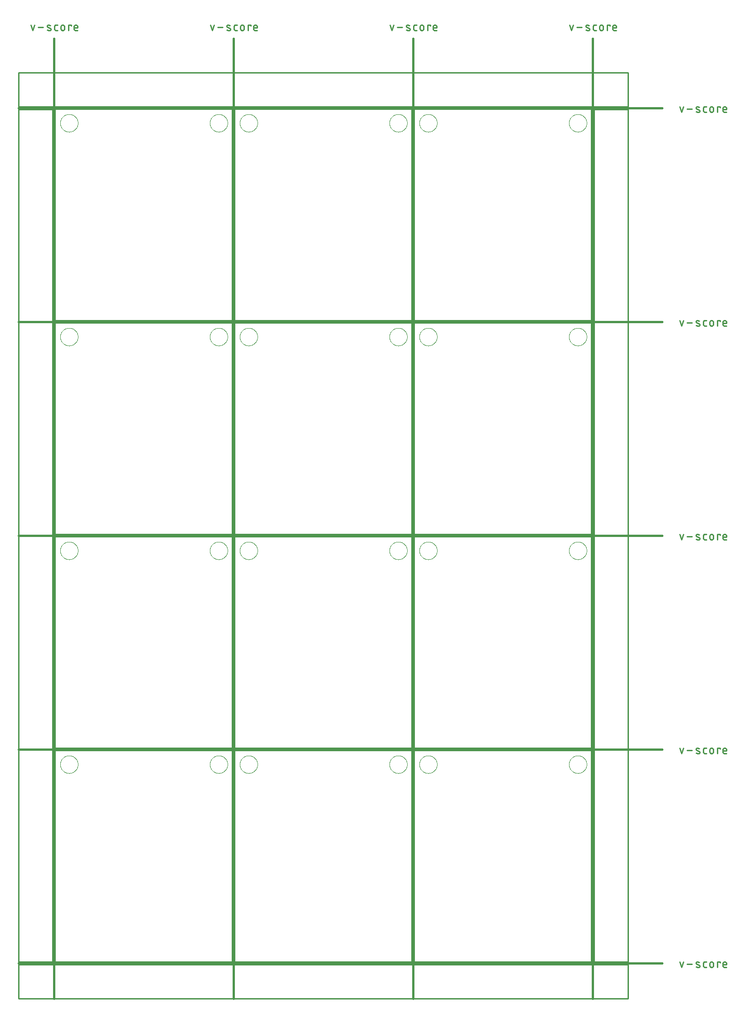
<source format=gko>
G04 EAGLE Gerber RS-274X export*
G75*
%MOMM*%
%FSLAX34Y34*%
%LPD*%
%IN*%
%IPPOS*%
%AMOC8*
5,1,8,0,0,1.08239X$1,22.5*%
G01*
%ADD10C,0.203200*%
%ADD11C,0.381000*%
%ADD12C,0.279400*%
%ADD13C,0.254000*%
%ADD14C,0.000000*%


D10*
X0Y0D02*
X330200Y0D01*
X330200Y393700D01*
X0Y393700D01*
X0Y0D01*
X335280Y0D02*
X665480Y0D01*
X665480Y393700D01*
X335280Y393700D01*
X335280Y0D01*
X670560Y0D02*
X1000760Y0D01*
X1000760Y393700D01*
X670560Y393700D01*
X670560Y0D01*
X330200Y398780D02*
X0Y398780D01*
X330200Y398780D02*
X330200Y792480D01*
X0Y792480D01*
X0Y398780D01*
X335280Y398780D02*
X665480Y398780D01*
X665480Y792480D01*
X335280Y792480D01*
X335280Y398780D01*
X670560Y398780D02*
X1000760Y398780D01*
X1000760Y792480D01*
X670560Y792480D01*
X670560Y398780D01*
X330200Y797560D02*
X0Y797560D01*
X330200Y797560D02*
X330200Y1191260D01*
X0Y1191260D01*
X0Y797560D01*
X335280Y797560D02*
X665480Y797560D01*
X665480Y1191260D01*
X335280Y1191260D01*
X335280Y797560D01*
X670560Y797560D02*
X1000760Y797560D01*
X1000760Y1191260D01*
X670560Y1191260D01*
X670560Y797560D01*
X330200Y1196340D02*
X0Y1196340D01*
X330200Y1196340D02*
X330200Y1590040D01*
X0Y1590040D01*
X0Y1196340D01*
X335280Y1196340D02*
X665480Y1196340D01*
X665480Y1590040D01*
X335280Y1590040D01*
X335280Y1196340D01*
X670560Y1196340D02*
X1000760Y1196340D01*
X1000760Y1590040D01*
X670560Y1590040D01*
X670560Y1196340D01*
D11*
X-2540Y1722120D02*
X-2540Y-68580D01*
D12*
X-42921Y1737487D02*
X-46251Y1747478D01*
X-39590Y1747478D02*
X-42921Y1737487D01*
X-32806Y1743315D02*
X-22815Y1743315D01*
X-14261Y1743315D02*
X-10098Y1741650D01*
X-14261Y1743314D02*
X-14346Y1743350D01*
X-14429Y1743390D01*
X-14510Y1743433D01*
X-14590Y1743480D01*
X-14667Y1743530D01*
X-14743Y1743583D01*
X-14816Y1743639D01*
X-14886Y1743699D01*
X-14954Y1743761D01*
X-15019Y1743826D01*
X-15081Y1743894D01*
X-15141Y1743965D01*
X-15197Y1744038D01*
X-15250Y1744113D01*
X-15300Y1744191D01*
X-15346Y1744270D01*
X-15389Y1744352D01*
X-15429Y1744435D01*
X-15465Y1744520D01*
X-15497Y1744606D01*
X-15526Y1744694D01*
X-15550Y1744783D01*
X-15571Y1744873D01*
X-15588Y1744963D01*
X-15602Y1745054D01*
X-15611Y1745146D01*
X-15616Y1745238D01*
X-15618Y1745330D01*
X-15616Y1745422D01*
X-15609Y1745514D01*
X-15599Y1745606D01*
X-15585Y1745697D01*
X-15567Y1745788D01*
X-15545Y1745877D01*
X-15519Y1745966D01*
X-15489Y1746053D01*
X-15456Y1746139D01*
X-15419Y1746223D01*
X-15379Y1746306D01*
X-15335Y1746387D01*
X-15288Y1746466D01*
X-15237Y1746543D01*
X-15183Y1746618D01*
X-15126Y1746691D01*
X-15066Y1746761D01*
X-15003Y1746828D01*
X-14937Y1746892D01*
X-14869Y1746954D01*
X-14798Y1747013D01*
X-14724Y1747068D01*
X-14648Y1747121D01*
X-14570Y1747170D01*
X-14490Y1747216D01*
X-14409Y1747258D01*
X-14325Y1747297D01*
X-14240Y1747332D01*
X-14153Y1747363D01*
X-14065Y1747391D01*
X-13976Y1747415D01*
X-13886Y1747435D01*
X-13796Y1747452D01*
X-13704Y1747464D01*
X-13612Y1747473D01*
X-13520Y1747477D01*
X-13428Y1747478D01*
X-13201Y1747472D01*
X-12974Y1747461D01*
X-12747Y1747444D01*
X-12521Y1747421D01*
X-12295Y1747394D01*
X-12070Y1747360D01*
X-11846Y1747322D01*
X-11623Y1747278D01*
X-11401Y1747229D01*
X-11180Y1747174D01*
X-10961Y1747114D01*
X-10743Y1747049D01*
X-10527Y1746978D01*
X-10313Y1746903D01*
X-10100Y1746822D01*
X-9890Y1746736D01*
X-9681Y1746645D01*
X-10098Y1741650D02*
X-10013Y1741614D01*
X-9930Y1741574D01*
X-9849Y1741531D01*
X-9769Y1741484D01*
X-9692Y1741434D01*
X-9616Y1741381D01*
X-9543Y1741325D01*
X-9473Y1741265D01*
X-9405Y1741203D01*
X-9340Y1741138D01*
X-9278Y1741070D01*
X-9218Y1740999D01*
X-9162Y1740926D01*
X-9109Y1740851D01*
X-9059Y1740773D01*
X-9013Y1740694D01*
X-8970Y1740612D01*
X-8930Y1740529D01*
X-8894Y1740444D01*
X-8862Y1740358D01*
X-8833Y1740270D01*
X-8809Y1740181D01*
X-8788Y1740091D01*
X-8771Y1740001D01*
X-8757Y1739910D01*
X-8748Y1739818D01*
X-8743Y1739726D01*
X-8741Y1739634D01*
X-8743Y1739542D01*
X-8750Y1739450D01*
X-8760Y1739358D01*
X-8774Y1739267D01*
X-8792Y1739176D01*
X-8814Y1739087D01*
X-8840Y1738998D01*
X-8870Y1738911D01*
X-8903Y1738825D01*
X-8940Y1738741D01*
X-8980Y1738658D01*
X-9024Y1738577D01*
X-9071Y1738498D01*
X-9122Y1738421D01*
X-9176Y1738346D01*
X-9233Y1738273D01*
X-9293Y1738203D01*
X-9356Y1738136D01*
X-9422Y1738072D01*
X-9490Y1738010D01*
X-9561Y1737951D01*
X-9635Y1737896D01*
X-9711Y1737843D01*
X-9789Y1737794D01*
X-9869Y1737748D01*
X-9950Y1737706D01*
X-10034Y1737667D01*
X-10119Y1737632D01*
X-10206Y1737601D01*
X-10294Y1737573D01*
X-10383Y1737549D01*
X-10473Y1737529D01*
X-10563Y1737512D01*
X-10655Y1737500D01*
X-10747Y1737491D01*
X-10839Y1737487D01*
X-10931Y1737486D01*
X-10931Y1737487D02*
X-11265Y1737496D01*
X-11598Y1737513D01*
X-11931Y1737537D01*
X-12264Y1737570D01*
X-12595Y1737610D01*
X-12926Y1737658D01*
X-13255Y1737714D01*
X-13583Y1737777D01*
X-13909Y1737849D01*
X-14233Y1737928D01*
X-14556Y1738014D01*
X-14876Y1738109D01*
X-15194Y1738211D01*
X-15510Y1738320D01*
X562Y1737487D02*
X3892Y1737487D01*
X562Y1737487D02*
X464Y1737489D01*
X366Y1737495D01*
X268Y1737504D01*
X171Y1737518D01*
X75Y1737535D01*
X-21Y1737556D01*
X-116Y1737581D01*
X-210Y1737609D01*
X-303Y1737641D01*
X-394Y1737677D01*
X-484Y1737716D01*
X-572Y1737759D01*
X-659Y1737806D01*
X-743Y1737855D01*
X-826Y1737908D01*
X-906Y1737964D01*
X-985Y1738023D01*
X-1060Y1738086D01*
X-1134Y1738151D01*
X-1204Y1738219D01*
X-1272Y1738289D01*
X-1338Y1738363D01*
X-1400Y1738439D01*
X-1459Y1738517D01*
X-1515Y1738597D01*
X-1568Y1738680D01*
X-1618Y1738764D01*
X-1664Y1738851D01*
X-1707Y1738939D01*
X-1746Y1739029D01*
X-1782Y1739120D01*
X-1814Y1739213D01*
X-1842Y1739307D01*
X-1867Y1739402D01*
X-1888Y1739498D01*
X-1905Y1739594D01*
X-1919Y1739691D01*
X-1928Y1739789D01*
X-1934Y1739887D01*
X-1936Y1739985D01*
X-1936Y1744980D01*
X-1934Y1745078D01*
X-1928Y1745176D01*
X-1919Y1745274D01*
X-1905Y1745371D01*
X-1888Y1745467D01*
X-1867Y1745563D01*
X-1842Y1745658D01*
X-1814Y1745752D01*
X-1782Y1745845D01*
X-1746Y1745936D01*
X-1707Y1746026D01*
X-1664Y1746114D01*
X-1617Y1746201D01*
X-1568Y1746285D01*
X-1515Y1746368D01*
X-1459Y1746448D01*
X-1400Y1746526D01*
X-1337Y1746602D01*
X-1272Y1746676D01*
X-1204Y1746746D01*
X-1134Y1746814D01*
X-1060Y1746879D01*
X-984Y1746942D01*
X-906Y1747001D01*
X-826Y1747057D01*
X-743Y1747110D01*
X-659Y1747159D01*
X-572Y1747206D01*
X-484Y1747249D01*
X-394Y1747288D01*
X-303Y1747324D01*
X-210Y1747356D01*
X-116Y1747384D01*
X-21Y1747409D01*
X75Y1747430D01*
X171Y1747447D01*
X268Y1747461D01*
X366Y1747470D01*
X464Y1747476D01*
X562Y1747478D01*
X3892Y1747478D01*
X10022Y1744147D02*
X10022Y1740817D01*
X10022Y1744147D02*
X10024Y1744261D01*
X10030Y1744374D01*
X10039Y1744488D01*
X10053Y1744600D01*
X10070Y1744713D01*
X10092Y1744825D01*
X10117Y1744935D01*
X10145Y1745045D01*
X10178Y1745154D01*
X10214Y1745262D01*
X10254Y1745369D01*
X10298Y1745474D01*
X10345Y1745577D01*
X10395Y1745679D01*
X10449Y1745779D01*
X10507Y1745877D01*
X10568Y1745973D01*
X10631Y1746067D01*
X10699Y1746159D01*
X10769Y1746249D01*
X10842Y1746335D01*
X10918Y1746420D01*
X10997Y1746502D01*
X11079Y1746581D01*
X11164Y1746657D01*
X11250Y1746730D01*
X11340Y1746800D01*
X11432Y1746868D01*
X11526Y1746931D01*
X11622Y1746992D01*
X11720Y1747050D01*
X11820Y1747104D01*
X11922Y1747154D01*
X12025Y1747201D01*
X12130Y1747245D01*
X12237Y1747285D01*
X12345Y1747321D01*
X12454Y1747354D01*
X12564Y1747382D01*
X12674Y1747407D01*
X12786Y1747429D01*
X12899Y1747446D01*
X13011Y1747460D01*
X13125Y1747469D01*
X13238Y1747475D01*
X13352Y1747477D01*
X13466Y1747475D01*
X13579Y1747469D01*
X13693Y1747460D01*
X13805Y1747446D01*
X13918Y1747429D01*
X14030Y1747407D01*
X14140Y1747382D01*
X14250Y1747354D01*
X14359Y1747321D01*
X14467Y1747285D01*
X14574Y1747245D01*
X14679Y1747201D01*
X14782Y1747154D01*
X14884Y1747104D01*
X14984Y1747050D01*
X15082Y1746992D01*
X15178Y1746931D01*
X15272Y1746868D01*
X15364Y1746800D01*
X15454Y1746730D01*
X15540Y1746657D01*
X15625Y1746581D01*
X15707Y1746502D01*
X15786Y1746420D01*
X15862Y1746335D01*
X15935Y1746249D01*
X16005Y1746159D01*
X16073Y1746067D01*
X16136Y1745973D01*
X16197Y1745877D01*
X16255Y1745779D01*
X16309Y1745679D01*
X16359Y1745577D01*
X16406Y1745474D01*
X16450Y1745369D01*
X16490Y1745262D01*
X16526Y1745154D01*
X16559Y1745045D01*
X16587Y1744935D01*
X16612Y1744825D01*
X16634Y1744713D01*
X16651Y1744600D01*
X16665Y1744488D01*
X16674Y1744374D01*
X16680Y1744261D01*
X16682Y1744147D01*
X16682Y1740817D01*
X16680Y1740703D01*
X16674Y1740590D01*
X16665Y1740476D01*
X16651Y1740364D01*
X16634Y1740251D01*
X16612Y1740139D01*
X16587Y1740029D01*
X16559Y1739919D01*
X16526Y1739810D01*
X16490Y1739702D01*
X16450Y1739595D01*
X16406Y1739490D01*
X16359Y1739387D01*
X16309Y1739285D01*
X16255Y1739185D01*
X16197Y1739087D01*
X16136Y1738991D01*
X16073Y1738897D01*
X16005Y1738805D01*
X15935Y1738715D01*
X15862Y1738629D01*
X15786Y1738544D01*
X15707Y1738462D01*
X15625Y1738383D01*
X15540Y1738307D01*
X15454Y1738234D01*
X15364Y1738164D01*
X15272Y1738096D01*
X15178Y1738033D01*
X15082Y1737972D01*
X14984Y1737914D01*
X14884Y1737860D01*
X14782Y1737810D01*
X14679Y1737763D01*
X14574Y1737719D01*
X14467Y1737679D01*
X14359Y1737643D01*
X14250Y1737610D01*
X14140Y1737582D01*
X14030Y1737557D01*
X13918Y1737535D01*
X13805Y1737518D01*
X13693Y1737504D01*
X13579Y1737495D01*
X13466Y1737489D01*
X13352Y1737487D01*
X13238Y1737489D01*
X13125Y1737495D01*
X13011Y1737504D01*
X12899Y1737518D01*
X12786Y1737535D01*
X12674Y1737557D01*
X12564Y1737582D01*
X12454Y1737610D01*
X12345Y1737643D01*
X12237Y1737679D01*
X12130Y1737719D01*
X12025Y1737763D01*
X11922Y1737810D01*
X11820Y1737860D01*
X11720Y1737914D01*
X11622Y1737972D01*
X11526Y1738033D01*
X11432Y1738096D01*
X11340Y1738164D01*
X11250Y1738234D01*
X11164Y1738307D01*
X11079Y1738383D01*
X10997Y1738462D01*
X10918Y1738544D01*
X10842Y1738629D01*
X10769Y1738715D01*
X10699Y1738805D01*
X10631Y1738897D01*
X10568Y1738991D01*
X10507Y1739087D01*
X10449Y1739185D01*
X10395Y1739285D01*
X10345Y1739387D01*
X10298Y1739490D01*
X10254Y1739595D01*
X10214Y1739702D01*
X10178Y1739810D01*
X10145Y1739919D01*
X10117Y1740029D01*
X10092Y1740139D01*
X10070Y1740251D01*
X10053Y1740364D01*
X10039Y1740476D01*
X10030Y1740590D01*
X10024Y1740703D01*
X10022Y1740817D01*
X24218Y1737487D02*
X24218Y1747478D01*
X29213Y1747478D01*
X29213Y1745813D01*
X37008Y1737487D02*
X41171Y1737487D01*
X37008Y1737487D02*
X36910Y1737489D01*
X36812Y1737495D01*
X36714Y1737504D01*
X36617Y1737518D01*
X36521Y1737535D01*
X36425Y1737556D01*
X36330Y1737581D01*
X36236Y1737609D01*
X36143Y1737641D01*
X36052Y1737677D01*
X35962Y1737716D01*
X35874Y1737759D01*
X35787Y1737806D01*
X35703Y1737855D01*
X35620Y1737908D01*
X35540Y1737964D01*
X35462Y1738023D01*
X35386Y1738086D01*
X35312Y1738151D01*
X35242Y1738219D01*
X35174Y1738289D01*
X35109Y1738363D01*
X35046Y1738439D01*
X34987Y1738517D01*
X34931Y1738597D01*
X34878Y1738680D01*
X34829Y1738764D01*
X34782Y1738851D01*
X34739Y1738939D01*
X34700Y1739029D01*
X34664Y1739120D01*
X34632Y1739213D01*
X34604Y1739307D01*
X34579Y1739402D01*
X34558Y1739498D01*
X34541Y1739594D01*
X34527Y1739691D01*
X34518Y1739789D01*
X34512Y1739887D01*
X34510Y1739985D01*
X34510Y1744147D01*
X34511Y1744147D02*
X34513Y1744261D01*
X34519Y1744374D01*
X34528Y1744488D01*
X34542Y1744600D01*
X34559Y1744713D01*
X34581Y1744825D01*
X34606Y1744935D01*
X34634Y1745045D01*
X34667Y1745154D01*
X34703Y1745262D01*
X34743Y1745369D01*
X34787Y1745474D01*
X34834Y1745577D01*
X34884Y1745679D01*
X34938Y1745779D01*
X34996Y1745877D01*
X35057Y1745973D01*
X35120Y1746067D01*
X35188Y1746159D01*
X35258Y1746249D01*
X35331Y1746335D01*
X35407Y1746420D01*
X35486Y1746502D01*
X35568Y1746581D01*
X35653Y1746657D01*
X35739Y1746730D01*
X35829Y1746800D01*
X35921Y1746868D01*
X36015Y1746931D01*
X36111Y1746992D01*
X36209Y1747050D01*
X36309Y1747104D01*
X36411Y1747154D01*
X36514Y1747201D01*
X36619Y1747245D01*
X36726Y1747285D01*
X36834Y1747321D01*
X36943Y1747354D01*
X37053Y1747382D01*
X37163Y1747407D01*
X37275Y1747429D01*
X37388Y1747446D01*
X37500Y1747460D01*
X37614Y1747469D01*
X37727Y1747475D01*
X37841Y1747477D01*
X37955Y1747475D01*
X38068Y1747469D01*
X38182Y1747460D01*
X38294Y1747446D01*
X38407Y1747429D01*
X38519Y1747407D01*
X38629Y1747382D01*
X38739Y1747354D01*
X38848Y1747321D01*
X38956Y1747285D01*
X39063Y1747245D01*
X39168Y1747201D01*
X39271Y1747154D01*
X39373Y1747104D01*
X39473Y1747050D01*
X39571Y1746992D01*
X39667Y1746931D01*
X39761Y1746868D01*
X39853Y1746800D01*
X39943Y1746730D01*
X40029Y1746657D01*
X40114Y1746581D01*
X40196Y1746502D01*
X40275Y1746420D01*
X40351Y1746335D01*
X40424Y1746249D01*
X40494Y1746159D01*
X40562Y1746067D01*
X40625Y1745973D01*
X40686Y1745877D01*
X40744Y1745779D01*
X40798Y1745679D01*
X40848Y1745577D01*
X40895Y1745474D01*
X40939Y1745369D01*
X40979Y1745262D01*
X41015Y1745154D01*
X41048Y1745045D01*
X41076Y1744935D01*
X41101Y1744825D01*
X41123Y1744713D01*
X41140Y1744600D01*
X41154Y1744488D01*
X41163Y1744374D01*
X41169Y1744261D01*
X41171Y1744147D01*
X41171Y1742482D01*
X34510Y1742482D01*
D11*
X332740Y1722120D02*
X332740Y-68580D01*
D12*
X292359Y1737487D02*
X289029Y1747478D01*
X295690Y1747478D02*
X292359Y1737487D01*
X302474Y1743315D02*
X312465Y1743315D01*
X321019Y1743315D02*
X325182Y1741650D01*
X321019Y1743314D02*
X320934Y1743350D01*
X320851Y1743390D01*
X320770Y1743433D01*
X320690Y1743480D01*
X320613Y1743530D01*
X320537Y1743583D01*
X320464Y1743639D01*
X320394Y1743699D01*
X320326Y1743761D01*
X320261Y1743826D01*
X320199Y1743894D01*
X320139Y1743965D01*
X320083Y1744038D01*
X320030Y1744113D01*
X319980Y1744191D01*
X319934Y1744270D01*
X319891Y1744352D01*
X319851Y1744435D01*
X319815Y1744520D01*
X319783Y1744606D01*
X319754Y1744694D01*
X319730Y1744783D01*
X319709Y1744873D01*
X319692Y1744963D01*
X319678Y1745054D01*
X319669Y1745146D01*
X319664Y1745238D01*
X319662Y1745330D01*
X319664Y1745422D01*
X319671Y1745514D01*
X319681Y1745606D01*
X319695Y1745697D01*
X319713Y1745788D01*
X319735Y1745877D01*
X319761Y1745966D01*
X319791Y1746053D01*
X319824Y1746139D01*
X319861Y1746223D01*
X319901Y1746306D01*
X319945Y1746387D01*
X319992Y1746466D01*
X320043Y1746543D01*
X320097Y1746618D01*
X320154Y1746691D01*
X320214Y1746761D01*
X320277Y1746828D01*
X320343Y1746892D01*
X320411Y1746954D01*
X320482Y1747013D01*
X320556Y1747068D01*
X320632Y1747121D01*
X320710Y1747170D01*
X320790Y1747216D01*
X320871Y1747258D01*
X320955Y1747297D01*
X321040Y1747332D01*
X321127Y1747363D01*
X321215Y1747391D01*
X321304Y1747415D01*
X321394Y1747435D01*
X321484Y1747452D01*
X321576Y1747464D01*
X321668Y1747473D01*
X321760Y1747477D01*
X321852Y1747478D01*
X322079Y1747472D01*
X322306Y1747461D01*
X322533Y1747444D01*
X322759Y1747421D01*
X322985Y1747394D01*
X323210Y1747360D01*
X323434Y1747322D01*
X323657Y1747278D01*
X323879Y1747229D01*
X324100Y1747174D01*
X324319Y1747114D01*
X324537Y1747049D01*
X324753Y1746978D01*
X324967Y1746903D01*
X325180Y1746822D01*
X325390Y1746736D01*
X325599Y1746645D01*
X325182Y1741650D02*
X325267Y1741614D01*
X325350Y1741574D01*
X325431Y1741531D01*
X325511Y1741484D01*
X325588Y1741434D01*
X325664Y1741381D01*
X325737Y1741325D01*
X325807Y1741265D01*
X325875Y1741203D01*
X325940Y1741138D01*
X326002Y1741070D01*
X326062Y1740999D01*
X326118Y1740926D01*
X326171Y1740851D01*
X326221Y1740773D01*
X326267Y1740694D01*
X326310Y1740612D01*
X326350Y1740529D01*
X326386Y1740444D01*
X326418Y1740358D01*
X326447Y1740270D01*
X326471Y1740181D01*
X326492Y1740091D01*
X326509Y1740001D01*
X326523Y1739910D01*
X326532Y1739818D01*
X326537Y1739726D01*
X326539Y1739634D01*
X326537Y1739542D01*
X326530Y1739450D01*
X326520Y1739358D01*
X326506Y1739267D01*
X326488Y1739176D01*
X326466Y1739087D01*
X326440Y1738998D01*
X326410Y1738911D01*
X326377Y1738825D01*
X326340Y1738741D01*
X326300Y1738658D01*
X326256Y1738577D01*
X326209Y1738498D01*
X326158Y1738421D01*
X326104Y1738346D01*
X326047Y1738273D01*
X325987Y1738203D01*
X325924Y1738136D01*
X325858Y1738072D01*
X325790Y1738010D01*
X325719Y1737951D01*
X325645Y1737896D01*
X325569Y1737843D01*
X325491Y1737794D01*
X325411Y1737748D01*
X325330Y1737706D01*
X325246Y1737667D01*
X325161Y1737632D01*
X325074Y1737601D01*
X324986Y1737573D01*
X324897Y1737549D01*
X324807Y1737529D01*
X324717Y1737512D01*
X324625Y1737500D01*
X324533Y1737491D01*
X324441Y1737487D01*
X324349Y1737486D01*
X324349Y1737487D02*
X324015Y1737496D01*
X323682Y1737513D01*
X323349Y1737537D01*
X323016Y1737570D01*
X322685Y1737610D01*
X322354Y1737658D01*
X322025Y1737714D01*
X321697Y1737777D01*
X321371Y1737849D01*
X321047Y1737928D01*
X320724Y1738014D01*
X320404Y1738109D01*
X320086Y1738211D01*
X319770Y1738320D01*
X335842Y1737487D02*
X339172Y1737487D01*
X335842Y1737487D02*
X335744Y1737489D01*
X335646Y1737495D01*
X335548Y1737504D01*
X335451Y1737518D01*
X335355Y1737535D01*
X335259Y1737556D01*
X335164Y1737581D01*
X335070Y1737609D01*
X334977Y1737641D01*
X334886Y1737677D01*
X334796Y1737716D01*
X334708Y1737759D01*
X334621Y1737806D01*
X334537Y1737855D01*
X334454Y1737908D01*
X334374Y1737964D01*
X334296Y1738023D01*
X334220Y1738086D01*
X334146Y1738151D01*
X334076Y1738219D01*
X334008Y1738289D01*
X333943Y1738363D01*
X333880Y1738439D01*
X333821Y1738517D01*
X333765Y1738597D01*
X333712Y1738680D01*
X333663Y1738764D01*
X333616Y1738851D01*
X333573Y1738939D01*
X333534Y1739029D01*
X333498Y1739120D01*
X333466Y1739213D01*
X333438Y1739307D01*
X333413Y1739402D01*
X333392Y1739498D01*
X333375Y1739594D01*
X333361Y1739691D01*
X333352Y1739789D01*
X333346Y1739887D01*
X333344Y1739985D01*
X333344Y1744980D01*
X333346Y1745078D01*
X333352Y1745176D01*
X333361Y1745274D01*
X333375Y1745371D01*
X333392Y1745467D01*
X333413Y1745563D01*
X333438Y1745658D01*
X333466Y1745752D01*
X333498Y1745845D01*
X333534Y1745936D01*
X333573Y1746026D01*
X333616Y1746114D01*
X333663Y1746201D01*
X333712Y1746285D01*
X333765Y1746368D01*
X333821Y1746448D01*
X333880Y1746527D01*
X333943Y1746602D01*
X334008Y1746676D01*
X334076Y1746746D01*
X334146Y1746814D01*
X334220Y1746880D01*
X334296Y1746942D01*
X334374Y1747001D01*
X334454Y1747057D01*
X334537Y1747110D01*
X334621Y1747160D01*
X334708Y1747206D01*
X334796Y1747249D01*
X334886Y1747288D01*
X334977Y1747324D01*
X335070Y1747356D01*
X335164Y1747384D01*
X335259Y1747409D01*
X335355Y1747430D01*
X335451Y1747447D01*
X335548Y1747461D01*
X335646Y1747470D01*
X335744Y1747476D01*
X335842Y1747478D01*
X339172Y1747478D01*
X345302Y1744147D02*
X345302Y1740817D01*
X345302Y1744147D02*
X345304Y1744261D01*
X345310Y1744374D01*
X345319Y1744488D01*
X345333Y1744600D01*
X345350Y1744713D01*
X345372Y1744825D01*
X345397Y1744935D01*
X345425Y1745045D01*
X345458Y1745154D01*
X345494Y1745262D01*
X345534Y1745369D01*
X345578Y1745474D01*
X345625Y1745577D01*
X345675Y1745679D01*
X345729Y1745779D01*
X345787Y1745877D01*
X345848Y1745973D01*
X345911Y1746067D01*
X345979Y1746159D01*
X346049Y1746249D01*
X346122Y1746335D01*
X346198Y1746420D01*
X346277Y1746502D01*
X346359Y1746581D01*
X346444Y1746657D01*
X346530Y1746730D01*
X346620Y1746800D01*
X346712Y1746868D01*
X346806Y1746931D01*
X346902Y1746992D01*
X347000Y1747050D01*
X347100Y1747104D01*
X347202Y1747154D01*
X347305Y1747201D01*
X347410Y1747245D01*
X347517Y1747285D01*
X347625Y1747321D01*
X347734Y1747354D01*
X347844Y1747382D01*
X347954Y1747407D01*
X348066Y1747429D01*
X348179Y1747446D01*
X348291Y1747460D01*
X348405Y1747469D01*
X348518Y1747475D01*
X348632Y1747477D01*
X348746Y1747475D01*
X348859Y1747469D01*
X348973Y1747460D01*
X349085Y1747446D01*
X349198Y1747429D01*
X349310Y1747407D01*
X349420Y1747382D01*
X349530Y1747354D01*
X349639Y1747321D01*
X349747Y1747285D01*
X349854Y1747245D01*
X349959Y1747201D01*
X350062Y1747154D01*
X350164Y1747104D01*
X350264Y1747050D01*
X350362Y1746992D01*
X350458Y1746931D01*
X350552Y1746868D01*
X350644Y1746800D01*
X350734Y1746730D01*
X350820Y1746657D01*
X350905Y1746581D01*
X350987Y1746502D01*
X351066Y1746420D01*
X351142Y1746335D01*
X351215Y1746249D01*
X351285Y1746159D01*
X351353Y1746067D01*
X351416Y1745973D01*
X351477Y1745877D01*
X351535Y1745779D01*
X351589Y1745679D01*
X351639Y1745577D01*
X351686Y1745474D01*
X351730Y1745369D01*
X351770Y1745262D01*
X351806Y1745154D01*
X351839Y1745045D01*
X351867Y1744935D01*
X351892Y1744825D01*
X351914Y1744713D01*
X351931Y1744600D01*
X351945Y1744488D01*
X351954Y1744374D01*
X351960Y1744261D01*
X351962Y1744147D01*
X351962Y1740817D01*
X351960Y1740703D01*
X351954Y1740590D01*
X351945Y1740476D01*
X351931Y1740364D01*
X351914Y1740251D01*
X351892Y1740139D01*
X351867Y1740029D01*
X351839Y1739919D01*
X351806Y1739810D01*
X351770Y1739702D01*
X351730Y1739595D01*
X351686Y1739490D01*
X351639Y1739387D01*
X351589Y1739285D01*
X351535Y1739185D01*
X351477Y1739087D01*
X351416Y1738991D01*
X351353Y1738897D01*
X351285Y1738805D01*
X351215Y1738715D01*
X351142Y1738629D01*
X351066Y1738544D01*
X350987Y1738462D01*
X350905Y1738383D01*
X350820Y1738307D01*
X350734Y1738234D01*
X350644Y1738164D01*
X350552Y1738096D01*
X350458Y1738033D01*
X350362Y1737972D01*
X350264Y1737914D01*
X350164Y1737860D01*
X350062Y1737810D01*
X349959Y1737763D01*
X349854Y1737719D01*
X349747Y1737679D01*
X349639Y1737643D01*
X349530Y1737610D01*
X349420Y1737582D01*
X349310Y1737557D01*
X349198Y1737535D01*
X349085Y1737518D01*
X348973Y1737504D01*
X348859Y1737495D01*
X348746Y1737489D01*
X348632Y1737487D01*
X348518Y1737489D01*
X348405Y1737495D01*
X348291Y1737504D01*
X348179Y1737518D01*
X348066Y1737535D01*
X347954Y1737557D01*
X347844Y1737582D01*
X347734Y1737610D01*
X347625Y1737643D01*
X347517Y1737679D01*
X347410Y1737719D01*
X347305Y1737763D01*
X347202Y1737810D01*
X347100Y1737860D01*
X347000Y1737914D01*
X346902Y1737972D01*
X346806Y1738033D01*
X346712Y1738096D01*
X346620Y1738164D01*
X346530Y1738234D01*
X346444Y1738307D01*
X346359Y1738383D01*
X346277Y1738462D01*
X346198Y1738544D01*
X346122Y1738629D01*
X346049Y1738715D01*
X345979Y1738805D01*
X345911Y1738897D01*
X345848Y1738991D01*
X345787Y1739087D01*
X345729Y1739185D01*
X345675Y1739285D01*
X345625Y1739387D01*
X345578Y1739490D01*
X345534Y1739595D01*
X345494Y1739702D01*
X345458Y1739810D01*
X345425Y1739919D01*
X345397Y1740029D01*
X345372Y1740139D01*
X345350Y1740251D01*
X345333Y1740364D01*
X345319Y1740476D01*
X345310Y1740590D01*
X345304Y1740703D01*
X345302Y1740817D01*
X359498Y1737487D02*
X359498Y1747478D01*
X364493Y1747478D01*
X364493Y1745813D01*
X372288Y1737487D02*
X376451Y1737487D01*
X372288Y1737487D02*
X372190Y1737489D01*
X372092Y1737495D01*
X371994Y1737504D01*
X371897Y1737518D01*
X371801Y1737535D01*
X371705Y1737556D01*
X371610Y1737581D01*
X371516Y1737609D01*
X371423Y1737641D01*
X371332Y1737677D01*
X371242Y1737716D01*
X371154Y1737759D01*
X371067Y1737806D01*
X370983Y1737855D01*
X370900Y1737908D01*
X370820Y1737964D01*
X370742Y1738023D01*
X370666Y1738086D01*
X370592Y1738151D01*
X370522Y1738219D01*
X370454Y1738289D01*
X370389Y1738363D01*
X370326Y1738439D01*
X370267Y1738517D01*
X370211Y1738597D01*
X370158Y1738680D01*
X370109Y1738764D01*
X370062Y1738851D01*
X370019Y1738939D01*
X369980Y1739029D01*
X369944Y1739120D01*
X369912Y1739213D01*
X369884Y1739307D01*
X369859Y1739402D01*
X369838Y1739498D01*
X369821Y1739594D01*
X369807Y1739691D01*
X369798Y1739789D01*
X369792Y1739887D01*
X369790Y1739985D01*
X369790Y1744147D01*
X369791Y1744147D02*
X369793Y1744261D01*
X369799Y1744374D01*
X369808Y1744488D01*
X369822Y1744600D01*
X369839Y1744713D01*
X369861Y1744825D01*
X369886Y1744935D01*
X369914Y1745045D01*
X369947Y1745154D01*
X369983Y1745262D01*
X370023Y1745369D01*
X370067Y1745474D01*
X370114Y1745577D01*
X370164Y1745679D01*
X370218Y1745779D01*
X370276Y1745877D01*
X370337Y1745973D01*
X370400Y1746067D01*
X370468Y1746159D01*
X370538Y1746249D01*
X370611Y1746335D01*
X370687Y1746420D01*
X370766Y1746502D01*
X370848Y1746581D01*
X370933Y1746657D01*
X371019Y1746730D01*
X371109Y1746800D01*
X371201Y1746868D01*
X371295Y1746931D01*
X371391Y1746992D01*
X371489Y1747050D01*
X371589Y1747104D01*
X371691Y1747154D01*
X371794Y1747201D01*
X371899Y1747245D01*
X372006Y1747285D01*
X372114Y1747321D01*
X372223Y1747354D01*
X372333Y1747382D01*
X372443Y1747407D01*
X372555Y1747429D01*
X372668Y1747446D01*
X372780Y1747460D01*
X372894Y1747469D01*
X373007Y1747475D01*
X373121Y1747477D01*
X373235Y1747475D01*
X373348Y1747469D01*
X373462Y1747460D01*
X373574Y1747446D01*
X373687Y1747429D01*
X373799Y1747407D01*
X373909Y1747382D01*
X374019Y1747354D01*
X374128Y1747321D01*
X374236Y1747285D01*
X374343Y1747245D01*
X374448Y1747201D01*
X374551Y1747154D01*
X374653Y1747104D01*
X374753Y1747050D01*
X374851Y1746992D01*
X374947Y1746931D01*
X375041Y1746868D01*
X375133Y1746800D01*
X375223Y1746730D01*
X375309Y1746657D01*
X375394Y1746581D01*
X375476Y1746502D01*
X375555Y1746420D01*
X375631Y1746335D01*
X375704Y1746249D01*
X375774Y1746159D01*
X375842Y1746067D01*
X375905Y1745973D01*
X375966Y1745877D01*
X376024Y1745779D01*
X376078Y1745679D01*
X376128Y1745577D01*
X376175Y1745474D01*
X376219Y1745369D01*
X376259Y1745262D01*
X376295Y1745154D01*
X376328Y1745045D01*
X376356Y1744935D01*
X376381Y1744825D01*
X376403Y1744713D01*
X376420Y1744600D01*
X376434Y1744488D01*
X376443Y1744374D01*
X376449Y1744261D01*
X376451Y1744147D01*
X376451Y1742482D01*
X369790Y1742482D01*
D11*
X668020Y1722120D02*
X668020Y-68580D01*
D12*
X627639Y1737487D02*
X624309Y1747478D01*
X630970Y1747478D02*
X627639Y1737487D01*
X637754Y1743315D02*
X647745Y1743315D01*
X656299Y1743315D02*
X660462Y1741650D01*
X656299Y1743314D02*
X656214Y1743350D01*
X656131Y1743390D01*
X656050Y1743433D01*
X655970Y1743480D01*
X655893Y1743530D01*
X655817Y1743583D01*
X655744Y1743639D01*
X655674Y1743699D01*
X655606Y1743761D01*
X655541Y1743826D01*
X655479Y1743894D01*
X655419Y1743965D01*
X655363Y1744038D01*
X655310Y1744113D01*
X655260Y1744191D01*
X655214Y1744270D01*
X655171Y1744352D01*
X655131Y1744435D01*
X655095Y1744520D01*
X655063Y1744606D01*
X655034Y1744694D01*
X655010Y1744783D01*
X654989Y1744873D01*
X654972Y1744963D01*
X654958Y1745054D01*
X654949Y1745146D01*
X654944Y1745238D01*
X654942Y1745330D01*
X654944Y1745422D01*
X654951Y1745514D01*
X654961Y1745606D01*
X654975Y1745697D01*
X654993Y1745788D01*
X655015Y1745877D01*
X655041Y1745966D01*
X655071Y1746053D01*
X655104Y1746139D01*
X655141Y1746223D01*
X655181Y1746306D01*
X655225Y1746387D01*
X655272Y1746466D01*
X655323Y1746543D01*
X655377Y1746618D01*
X655434Y1746691D01*
X655494Y1746761D01*
X655557Y1746828D01*
X655623Y1746892D01*
X655691Y1746954D01*
X655762Y1747013D01*
X655836Y1747068D01*
X655912Y1747121D01*
X655990Y1747170D01*
X656070Y1747216D01*
X656151Y1747258D01*
X656235Y1747297D01*
X656320Y1747332D01*
X656407Y1747363D01*
X656495Y1747391D01*
X656584Y1747415D01*
X656674Y1747435D01*
X656764Y1747452D01*
X656856Y1747464D01*
X656948Y1747473D01*
X657040Y1747477D01*
X657132Y1747478D01*
X657359Y1747472D01*
X657586Y1747461D01*
X657813Y1747444D01*
X658039Y1747421D01*
X658265Y1747394D01*
X658490Y1747360D01*
X658714Y1747322D01*
X658937Y1747278D01*
X659159Y1747229D01*
X659380Y1747174D01*
X659599Y1747114D01*
X659817Y1747049D01*
X660033Y1746978D01*
X660247Y1746903D01*
X660460Y1746822D01*
X660670Y1746736D01*
X660879Y1746645D01*
X660462Y1741650D02*
X660547Y1741614D01*
X660630Y1741574D01*
X660711Y1741531D01*
X660791Y1741484D01*
X660868Y1741434D01*
X660944Y1741381D01*
X661017Y1741325D01*
X661087Y1741265D01*
X661155Y1741203D01*
X661220Y1741138D01*
X661282Y1741070D01*
X661342Y1740999D01*
X661398Y1740926D01*
X661451Y1740851D01*
X661501Y1740773D01*
X661547Y1740694D01*
X661590Y1740612D01*
X661630Y1740529D01*
X661666Y1740444D01*
X661698Y1740358D01*
X661727Y1740270D01*
X661751Y1740181D01*
X661772Y1740091D01*
X661789Y1740001D01*
X661803Y1739910D01*
X661812Y1739818D01*
X661817Y1739726D01*
X661819Y1739634D01*
X661817Y1739542D01*
X661810Y1739450D01*
X661800Y1739358D01*
X661786Y1739267D01*
X661768Y1739176D01*
X661746Y1739087D01*
X661720Y1738998D01*
X661690Y1738911D01*
X661657Y1738825D01*
X661620Y1738741D01*
X661580Y1738658D01*
X661536Y1738577D01*
X661489Y1738498D01*
X661438Y1738421D01*
X661384Y1738346D01*
X661327Y1738273D01*
X661267Y1738203D01*
X661204Y1738136D01*
X661138Y1738072D01*
X661070Y1738010D01*
X660999Y1737951D01*
X660925Y1737896D01*
X660849Y1737843D01*
X660771Y1737794D01*
X660691Y1737748D01*
X660610Y1737706D01*
X660526Y1737667D01*
X660441Y1737632D01*
X660354Y1737601D01*
X660266Y1737573D01*
X660177Y1737549D01*
X660087Y1737529D01*
X659997Y1737512D01*
X659905Y1737500D01*
X659813Y1737491D01*
X659721Y1737487D01*
X659629Y1737486D01*
X659629Y1737487D02*
X659295Y1737496D01*
X658962Y1737513D01*
X658629Y1737537D01*
X658296Y1737570D01*
X657965Y1737610D01*
X657634Y1737658D01*
X657305Y1737714D01*
X656977Y1737777D01*
X656651Y1737849D01*
X656327Y1737928D01*
X656004Y1738014D01*
X655684Y1738109D01*
X655366Y1738211D01*
X655050Y1738320D01*
X671122Y1737487D02*
X674452Y1737487D01*
X671122Y1737487D02*
X671024Y1737489D01*
X670926Y1737495D01*
X670828Y1737504D01*
X670731Y1737518D01*
X670635Y1737535D01*
X670539Y1737556D01*
X670444Y1737581D01*
X670350Y1737609D01*
X670257Y1737641D01*
X670166Y1737677D01*
X670076Y1737716D01*
X669988Y1737759D01*
X669901Y1737806D01*
X669817Y1737855D01*
X669734Y1737908D01*
X669654Y1737964D01*
X669576Y1738023D01*
X669500Y1738086D01*
X669426Y1738151D01*
X669356Y1738219D01*
X669288Y1738289D01*
X669223Y1738363D01*
X669160Y1738439D01*
X669101Y1738517D01*
X669045Y1738597D01*
X668992Y1738680D01*
X668943Y1738764D01*
X668896Y1738851D01*
X668853Y1738939D01*
X668814Y1739029D01*
X668778Y1739120D01*
X668746Y1739213D01*
X668718Y1739307D01*
X668693Y1739402D01*
X668672Y1739498D01*
X668655Y1739594D01*
X668641Y1739691D01*
X668632Y1739789D01*
X668626Y1739887D01*
X668624Y1739985D01*
X668624Y1744980D01*
X668626Y1745078D01*
X668632Y1745176D01*
X668641Y1745274D01*
X668655Y1745371D01*
X668672Y1745467D01*
X668693Y1745563D01*
X668718Y1745658D01*
X668746Y1745752D01*
X668778Y1745845D01*
X668814Y1745936D01*
X668853Y1746026D01*
X668896Y1746114D01*
X668943Y1746201D01*
X668992Y1746285D01*
X669045Y1746368D01*
X669101Y1746448D01*
X669160Y1746527D01*
X669223Y1746602D01*
X669288Y1746676D01*
X669356Y1746746D01*
X669426Y1746814D01*
X669500Y1746880D01*
X669576Y1746942D01*
X669654Y1747001D01*
X669734Y1747057D01*
X669817Y1747110D01*
X669901Y1747160D01*
X669988Y1747206D01*
X670076Y1747249D01*
X670166Y1747288D01*
X670257Y1747324D01*
X670350Y1747356D01*
X670444Y1747384D01*
X670539Y1747409D01*
X670635Y1747430D01*
X670731Y1747447D01*
X670828Y1747461D01*
X670926Y1747470D01*
X671024Y1747476D01*
X671122Y1747478D01*
X674452Y1747478D01*
X680582Y1744147D02*
X680582Y1740817D01*
X680582Y1744147D02*
X680584Y1744261D01*
X680590Y1744374D01*
X680599Y1744488D01*
X680613Y1744600D01*
X680630Y1744713D01*
X680652Y1744825D01*
X680677Y1744935D01*
X680705Y1745045D01*
X680738Y1745154D01*
X680774Y1745262D01*
X680814Y1745369D01*
X680858Y1745474D01*
X680905Y1745577D01*
X680955Y1745679D01*
X681009Y1745779D01*
X681067Y1745877D01*
X681128Y1745973D01*
X681191Y1746067D01*
X681259Y1746159D01*
X681329Y1746249D01*
X681402Y1746335D01*
X681478Y1746420D01*
X681557Y1746502D01*
X681639Y1746581D01*
X681724Y1746657D01*
X681810Y1746730D01*
X681900Y1746800D01*
X681992Y1746868D01*
X682086Y1746931D01*
X682182Y1746992D01*
X682280Y1747050D01*
X682380Y1747104D01*
X682482Y1747154D01*
X682585Y1747201D01*
X682690Y1747245D01*
X682797Y1747285D01*
X682905Y1747321D01*
X683014Y1747354D01*
X683124Y1747382D01*
X683234Y1747407D01*
X683346Y1747429D01*
X683459Y1747446D01*
X683571Y1747460D01*
X683685Y1747469D01*
X683798Y1747475D01*
X683912Y1747477D01*
X684026Y1747475D01*
X684139Y1747469D01*
X684253Y1747460D01*
X684365Y1747446D01*
X684478Y1747429D01*
X684590Y1747407D01*
X684700Y1747382D01*
X684810Y1747354D01*
X684919Y1747321D01*
X685027Y1747285D01*
X685134Y1747245D01*
X685239Y1747201D01*
X685342Y1747154D01*
X685444Y1747104D01*
X685544Y1747050D01*
X685642Y1746992D01*
X685738Y1746931D01*
X685832Y1746868D01*
X685924Y1746800D01*
X686014Y1746730D01*
X686100Y1746657D01*
X686185Y1746581D01*
X686267Y1746502D01*
X686346Y1746420D01*
X686422Y1746335D01*
X686495Y1746249D01*
X686565Y1746159D01*
X686633Y1746067D01*
X686696Y1745973D01*
X686757Y1745877D01*
X686815Y1745779D01*
X686869Y1745679D01*
X686919Y1745577D01*
X686966Y1745474D01*
X687010Y1745369D01*
X687050Y1745262D01*
X687086Y1745154D01*
X687119Y1745045D01*
X687147Y1744935D01*
X687172Y1744825D01*
X687194Y1744713D01*
X687211Y1744600D01*
X687225Y1744488D01*
X687234Y1744374D01*
X687240Y1744261D01*
X687242Y1744147D01*
X687242Y1740817D01*
X687240Y1740703D01*
X687234Y1740590D01*
X687225Y1740476D01*
X687211Y1740364D01*
X687194Y1740251D01*
X687172Y1740139D01*
X687147Y1740029D01*
X687119Y1739919D01*
X687086Y1739810D01*
X687050Y1739702D01*
X687010Y1739595D01*
X686966Y1739490D01*
X686919Y1739387D01*
X686869Y1739285D01*
X686815Y1739185D01*
X686757Y1739087D01*
X686696Y1738991D01*
X686633Y1738897D01*
X686565Y1738805D01*
X686495Y1738715D01*
X686422Y1738629D01*
X686346Y1738544D01*
X686267Y1738462D01*
X686185Y1738383D01*
X686100Y1738307D01*
X686014Y1738234D01*
X685924Y1738164D01*
X685832Y1738096D01*
X685738Y1738033D01*
X685642Y1737972D01*
X685544Y1737914D01*
X685444Y1737860D01*
X685342Y1737810D01*
X685239Y1737763D01*
X685134Y1737719D01*
X685027Y1737679D01*
X684919Y1737643D01*
X684810Y1737610D01*
X684700Y1737582D01*
X684590Y1737557D01*
X684478Y1737535D01*
X684365Y1737518D01*
X684253Y1737504D01*
X684139Y1737495D01*
X684026Y1737489D01*
X683912Y1737487D01*
X683798Y1737489D01*
X683685Y1737495D01*
X683571Y1737504D01*
X683459Y1737518D01*
X683346Y1737535D01*
X683234Y1737557D01*
X683124Y1737582D01*
X683014Y1737610D01*
X682905Y1737643D01*
X682797Y1737679D01*
X682690Y1737719D01*
X682585Y1737763D01*
X682482Y1737810D01*
X682380Y1737860D01*
X682280Y1737914D01*
X682182Y1737972D01*
X682086Y1738033D01*
X681992Y1738096D01*
X681900Y1738164D01*
X681810Y1738234D01*
X681724Y1738307D01*
X681639Y1738383D01*
X681557Y1738462D01*
X681478Y1738544D01*
X681402Y1738629D01*
X681329Y1738715D01*
X681259Y1738805D01*
X681191Y1738897D01*
X681128Y1738991D01*
X681067Y1739087D01*
X681009Y1739185D01*
X680955Y1739285D01*
X680905Y1739387D01*
X680858Y1739490D01*
X680814Y1739595D01*
X680774Y1739702D01*
X680738Y1739810D01*
X680705Y1739919D01*
X680677Y1740029D01*
X680652Y1740139D01*
X680630Y1740251D01*
X680613Y1740364D01*
X680599Y1740476D01*
X680590Y1740590D01*
X680584Y1740703D01*
X680582Y1740817D01*
X694778Y1737487D02*
X694778Y1747478D01*
X699773Y1747478D01*
X699773Y1745813D01*
X707568Y1737487D02*
X711731Y1737487D01*
X707568Y1737487D02*
X707470Y1737489D01*
X707372Y1737495D01*
X707274Y1737504D01*
X707177Y1737518D01*
X707081Y1737535D01*
X706985Y1737556D01*
X706890Y1737581D01*
X706796Y1737609D01*
X706703Y1737641D01*
X706612Y1737677D01*
X706522Y1737716D01*
X706434Y1737759D01*
X706347Y1737806D01*
X706263Y1737855D01*
X706180Y1737908D01*
X706100Y1737964D01*
X706022Y1738023D01*
X705946Y1738086D01*
X705872Y1738151D01*
X705802Y1738219D01*
X705734Y1738289D01*
X705669Y1738363D01*
X705606Y1738439D01*
X705547Y1738517D01*
X705491Y1738597D01*
X705438Y1738680D01*
X705389Y1738764D01*
X705342Y1738851D01*
X705299Y1738939D01*
X705260Y1739029D01*
X705224Y1739120D01*
X705192Y1739213D01*
X705164Y1739307D01*
X705139Y1739402D01*
X705118Y1739498D01*
X705101Y1739594D01*
X705087Y1739691D01*
X705078Y1739789D01*
X705072Y1739887D01*
X705070Y1739985D01*
X705070Y1744147D01*
X705071Y1744147D02*
X705073Y1744261D01*
X705079Y1744374D01*
X705088Y1744488D01*
X705102Y1744600D01*
X705119Y1744713D01*
X705141Y1744825D01*
X705166Y1744935D01*
X705194Y1745045D01*
X705227Y1745154D01*
X705263Y1745262D01*
X705303Y1745369D01*
X705347Y1745474D01*
X705394Y1745577D01*
X705444Y1745679D01*
X705498Y1745779D01*
X705556Y1745877D01*
X705617Y1745973D01*
X705680Y1746067D01*
X705748Y1746159D01*
X705818Y1746249D01*
X705891Y1746335D01*
X705967Y1746420D01*
X706046Y1746502D01*
X706128Y1746581D01*
X706213Y1746657D01*
X706299Y1746730D01*
X706389Y1746800D01*
X706481Y1746868D01*
X706575Y1746931D01*
X706671Y1746992D01*
X706769Y1747050D01*
X706869Y1747104D01*
X706971Y1747154D01*
X707074Y1747201D01*
X707179Y1747245D01*
X707286Y1747285D01*
X707394Y1747321D01*
X707503Y1747354D01*
X707613Y1747382D01*
X707723Y1747407D01*
X707835Y1747429D01*
X707948Y1747446D01*
X708060Y1747460D01*
X708174Y1747469D01*
X708287Y1747475D01*
X708401Y1747477D01*
X708515Y1747475D01*
X708628Y1747469D01*
X708742Y1747460D01*
X708854Y1747446D01*
X708967Y1747429D01*
X709079Y1747407D01*
X709189Y1747382D01*
X709299Y1747354D01*
X709408Y1747321D01*
X709516Y1747285D01*
X709623Y1747245D01*
X709728Y1747201D01*
X709831Y1747154D01*
X709933Y1747104D01*
X710033Y1747050D01*
X710131Y1746992D01*
X710227Y1746931D01*
X710321Y1746868D01*
X710413Y1746800D01*
X710503Y1746730D01*
X710589Y1746657D01*
X710674Y1746581D01*
X710756Y1746502D01*
X710835Y1746420D01*
X710911Y1746335D01*
X710984Y1746249D01*
X711054Y1746159D01*
X711122Y1746067D01*
X711185Y1745973D01*
X711246Y1745877D01*
X711304Y1745779D01*
X711358Y1745679D01*
X711408Y1745577D01*
X711455Y1745474D01*
X711499Y1745369D01*
X711539Y1745262D01*
X711575Y1745154D01*
X711608Y1745045D01*
X711636Y1744935D01*
X711661Y1744825D01*
X711683Y1744713D01*
X711700Y1744600D01*
X711714Y1744488D01*
X711723Y1744374D01*
X711729Y1744261D01*
X711731Y1744147D01*
X711731Y1742482D01*
X705070Y1742482D01*
D11*
X1003300Y1722120D02*
X1003300Y-68580D01*
D12*
X962919Y1737487D02*
X959589Y1747478D01*
X966250Y1747478D02*
X962919Y1737487D01*
X973034Y1743315D02*
X983025Y1743315D01*
X991579Y1743315D02*
X995742Y1741650D01*
X991579Y1743314D02*
X991494Y1743350D01*
X991411Y1743390D01*
X991330Y1743433D01*
X991250Y1743480D01*
X991173Y1743530D01*
X991097Y1743583D01*
X991024Y1743639D01*
X990954Y1743699D01*
X990886Y1743761D01*
X990821Y1743826D01*
X990759Y1743894D01*
X990699Y1743965D01*
X990643Y1744038D01*
X990590Y1744113D01*
X990540Y1744191D01*
X990494Y1744270D01*
X990451Y1744352D01*
X990411Y1744435D01*
X990375Y1744520D01*
X990343Y1744606D01*
X990314Y1744694D01*
X990290Y1744783D01*
X990269Y1744873D01*
X990252Y1744963D01*
X990238Y1745054D01*
X990229Y1745146D01*
X990224Y1745238D01*
X990222Y1745330D01*
X990224Y1745422D01*
X990231Y1745514D01*
X990241Y1745606D01*
X990255Y1745697D01*
X990273Y1745788D01*
X990295Y1745877D01*
X990321Y1745966D01*
X990351Y1746053D01*
X990384Y1746139D01*
X990421Y1746223D01*
X990461Y1746306D01*
X990505Y1746387D01*
X990552Y1746466D01*
X990603Y1746543D01*
X990657Y1746618D01*
X990714Y1746691D01*
X990774Y1746761D01*
X990837Y1746828D01*
X990903Y1746892D01*
X990971Y1746954D01*
X991042Y1747013D01*
X991116Y1747068D01*
X991192Y1747121D01*
X991270Y1747170D01*
X991350Y1747216D01*
X991431Y1747258D01*
X991515Y1747297D01*
X991600Y1747332D01*
X991687Y1747363D01*
X991775Y1747391D01*
X991864Y1747415D01*
X991954Y1747435D01*
X992044Y1747452D01*
X992136Y1747464D01*
X992228Y1747473D01*
X992320Y1747477D01*
X992412Y1747478D01*
X992639Y1747472D01*
X992866Y1747461D01*
X993093Y1747444D01*
X993319Y1747421D01*
X993545Y1747394D01*
X993770Y1747360D01*
X993994Y1747322D01*
X994217Y1747278D01*
X994439Y1747229D01*
X994660Y1747174D01*
X994879Y1747114D01*
X995097Y1747049D01*
X995313Y1746978D01*
X995527Y1746903D01*
X995740Y1746822D01*
X995950Y1746736D01*
X996159Y1746645D01*
X995742Y1741650D02*
X995827Y1741614D01*
X995910Y1741574D01*
X995991Y1741531D01*
X996071Y1741484D01*
X996148Y1741434D01*
X996224Y1741381D01*
X996297Y1741325D01*
X996367Y1741265D01*
X996435Y1741203D01*
X996500Y1741138D01*
X996562Y1741070D01*
X996622Y1740999D01*
X996678Y1740926D01*
X996731Y1740851D01*
X996781Y1740773D01*
X996827Y1740694D01*
X996870Y1740612D01*
X996910Y1740529D01*
X996946Y1740444D01*
X996978Y1740358D01*
X997007Y1740270D01*
X997031Y1740181D01*
X997052Y1740091D01*
X997069Y1740001D01*
X997083Y1739910D01*
X997092Y1739818D01*
X997097Y1739726D01*
X997099Y1739634D01*
X997097Y1739542D01*
X997090Y1739450D01*
X997080Y1739358D01*
X997066Y1739267D01*
X997048Y1739176D01*
X997026Y1739087D01*
X997000Y1738998D01*
X996970Y1738911D01*
X996937Y1738825D01*
X996900Y1738741D01*
X996860Y1738658D01*
X996816Y1738577D01*
X996769Y1738498D01*
X996718Y1738421D01*
X996664Y1738346D01*
X996607Y1738273D01*
X996547Y1738203D01*
X996484Y1738136D01*
X996418Y1738072D01*
X996350Y1738010D01*
X996279Y1737951D01*
X996205Y1737896D01*
X996129Y1737843D01*
X996051Y1737794D01*
X995971Y1737748D01*
X995890Y1737706D01*
X995806Y1737667D01*
X995721Y1737632D01*
X995634Y1737601D01*
X995546Y1737573D01*
X995457Y1737549D01*
X995367Y1737529D01*
X995277Y1737512D01*
X995185Y1737500D01*
X995093Y1737491D01*
X995001Y1737487D01*
X994909Y1737486D01*
X994909Y1737487D02*
X994575Y1737496D01*
X994242Y1737513D01*
X993909Y1737537D01*
X993576Y1737570D01*
X993245Y1737610D01*
X992914Y1737658D01*
X992585Y1737714D01*
X992257Y1737777D01*
X991931Y1737849D01*
X991607Y1737928D01*
X991284Y1738014D01*
X990964Y1738109D01*
X990646Y1738211D01*
X990330Y1738320D01*
X1006402Y1737487D02*
X1009732Y1737487D01*
X1006402Y1737487D02*
X1006304Y1737489D01*
X1006206Y1737495D01*
X1006108Y1737504D01*
X1006011Y1737518D01*
X1005915Y1737535D01*
X1005819Y1737556D01*
X1005724Y1737581D01*
X1005630Y1737609D01*
X1005537Y1737641D01*
X1005446Y1737677D01*
X1005356Y1737716D01*
X1005268Y1737759D01*
X1005181Y1737806D01*
X1005097Y1737855D01*
X1005014Y1737908D01*
X1004934Y1737964D01*
X1004856Y1738023D01*
X1004780Y1738086D01*
X1004706Y1738151D01*
X1004636Y1738219D01*
X1004568Y1738289D01*
X1004503Y1738363D01*
X1004440Y1738439D01*
X1004381Y1738517D01*
X1004325Y1738597D01*
X1004272Y1738680D01*
X1004223Y1738764D01*
X1004176Y1738851D01*
X1004133Y1738939D01*
X1004094Y1739029D01*
X1004058Y1739120D01*
X1004026Y1739213D01*
X1003998Y1739307D01*
X1003973Y1739402D01*
X1003952Y1739498D01*
X1003935Y1739594D01*
X1003921Y1739691D01*
X1003912Y1739789D01*
X1003906Y1739887D01*
X1003904Y1739985D01*
X1003904Y1744980D01*
X1003906Y1745078D01*
X1003912Y1745176D01*
X1003921Y1745274D01*
X1003935Y1745371D01*
X1003952Y1745467D01*
X1003973Y1745563D01*
X1003998Y1745658D01*
X1004026Y1745752D01*
X1004058Y1745845D01*
X1004094Y1745936D01*
X1004133Y1746026D01*
X1004176Y1746114D01*
X1004223Y1746201D01*
X1004272Y1746285D01*
X1004325Y1746368D01*
X1004381Y1746448D01*
X1004440Y1746527D01*
X1004503Y1746602D01*
X1004568Y1746676D01*
X1004636Y1746746D01*
X1004706Y1746814D01*
X1004780Y1746880D01*
X1004856Y1746942D01*
X1004934Y1747001D01*
X1005014Y1747057D01*
X1005097Y1747110D01*
X1005181Y1747160D01*
X1005268Y1747206D01*
X1005356Y1747249D01*
X1005446Y1747288D01*
X1005537Y1747324D01*
X1005630Y1747356D01*
X1005724Y1747384D01*
X1005819Y1747409D01*
X1005915Y1747430D01*
X1006011Y1747447D01*
X1006108Y1747461D01*
X1006206Y1747470D01*
X1006304Y1747476D01*
X1006402Y1747478D01*
X1009732Y1747478D01*
X1015862Y1744147D02*
X1015862Y1740817D01*
X1015862Y1744147D02*
X1015864Y1744261D01*
X1015870Y1744374D01*
X1015879Y1744488D01*
X1015893Y1744600D01*
X1015910Y1744713D01*
X1015932Y1744825D01*
X1015957Y1744935D01*
X1015985Y1745045D01*
X1016018Y1745154D01*
X1016054Y1745262D01*
X1016094Y1745369D01*
X1016138Y1745474D01*
X1016185Y1745577D01*
X1016235Y1745679D01*
X1016289Y1745779D01*
X1016347Y1745877D01*
X1016408Y1745973D01*
X1016471Y1746067D01*
X1016539Y1746159D01*
X1016609Y1746249D01*
X1016682Y1746335D01*
X1016758Y1746420D01*
X1016837Y1746502D01*
X1016919Y1746581D01*
X1017004Y1746657D01*
X1017090Y1746730D01*
X1017180Y1746800D01*
X1017272Y1746868D01*
X1017366Y1746931D01*
X1017462Y1746992D01*
X1017560Y1747050D01*
X1017660Y1747104D01*
X1017762Y1747154D01*
X1017865Y1747201D01*
X1017970Y1747245D01*
X1018077Y1747285D01*
X1018185Y1747321D01*
X1018294Y1747354D01*
X1018404Y1747382D01*
X1018514Y1747407D01*
X1018626Y1747429D01*
X1018739Y1747446D01*
X1018851Y1747460D01*
X1018965Y1747469D01*
X1019078Y1747475D01*
X1019192Y1747477D01*
X1019306Y1747475D01*
X1019419Y1747469D01*
X1019533Y1747460D01*
X1019645Y1747446D01*
X1019758Y1747429D01*
X1019870Y1747407D01*
X1019980Y1747382D01*
X1020090Y1747354D01*
X1020199Y1747321D01*
X1020307Y1747285D01*
X1020414Y1747245D01*
X1020519Y1747201D01*
X1020622Y1747154D01*
X1020724Y1747104D01*
X1020824Y1747050D01*
X1020922Y1746992D01*
X1021018Y1746931D01*
X1021112Y1746868D01*
X1021204Y1746800D01*
X1021294Y1746730D01*
X1021380Y1746657D01*
X1021465Y1746581D01*
X1021547Y1746502D01*
X1021626Y1746420D01*
X1021702Y1746335D01*
X1021775Y1746249D01*
X1021845Y1746159D01*
X1021913Y1746067D01*
X1021976Y1745973D01*
X1022037Y1745877D01*
X1022095Y1745779D01*
X1022149Y1745679D01*
X1022199Y1745577D01*
X1022246Y1745474D01*
X1022290Y1745369D01*
X1022330Y1745262D01*
X1022366Y1745154D01*
X1022399Y1745045D01*
X1022427Y1744935D01*
X1022452Y1744825D01*
X1022474Y1744713D01*
X1022491Y1744600D01*
X1022505Y1744488D01*
X1022514Y1744374D01*
X1022520Y1744261D01*
X1022522Y1744147D01*
X1022522Y1740817D01*
X1022520Y1740703D01*
X1022514Y1740590D01*
X1022505Y1740476D01*
X1022491Y1740364D01*
X1022474Y1740251D01*
X1022452Y1740139D01*
X1022427Y1740029D01*
X1022399Y1739919D01*
X1022366Y1739810D01*
X1022330Y1739702D01*
X1022290Y1739595D01*
X1022246Y1739490D01*
X1022199Y1739387D01*
X1022149Y1739285D01*
X1022095Y1739185D01*
X1022037Y1739087D01*
X1021976Y1738991D01*
X1021913Y1738897D01*
X1021845Y1738805D01*
X1021775Y1738715D01*
X1021702Y1738629D01*
X1021626Y1738544D01*
X1021547Y1738462D01*
X1021465Y1738383D01*
X1021380Y1738307D01*
X1021294Y1738234D01*
X1021204Y1738164D01*
X1021112Y1738096D01*
X1021018Y1738033D01*
X1020922Y1737972D01*
X1020824Y1737914D01*
X1020724Y1737860D01*
X1020622Y1737810D01*
X1020519Y1737763D01*
X1020414Y1737719D01*
X1020307Y1737679D01*
X1020199Y1737643D01*
X1020090Y1737610D01*
X1019980Y1737582D01*
X1019870Y1737557D01*
X1019758Y1737535D01*
X1019645Y1737518D01*
X1019533Y1737504D01*
X1019419Y1737495D01*
X1019306Y1737489D01*
X1019192Y1737487D01*
X1019078Y1737489D01*
X1018965Y1737495D01*
X1018851Y1737504D01*
X1018739Y1737518D01*
X1018626Y1737535D01*
X1018514Y1737557D01*
X1018404Y1737582D01*
X1018294Y1737610D01*
X1018185Y1737643D01*
X1018077Y1737679D01*
X1017970Y1737719D01*
X1017865Y1737763D01*
X1017762Y1737810D01*
X1017660Y1737860D01*
X1017560Y1737914D01*
X1017462Y1737972D01*
X1017366Y1738033D01*
X1017272Y1738096D01*
X1017180Y1738164D01*
X1017090Y1738234D01*
X1017004Y1738307D01*
X1016919Y1738383D01*
X1016837Y1738462D01*
X1016758Y1738544D01*
X1016682Y1738629D01*
X1016609Y1738715D01*
X1016539Y1738805D01*
X1016471Y1738897D01*
X1016408Y1738991D01*
X1016347Y1739087D01*
X1016289Y1739185D01*
X1016235Y1739285D01*
X1016185Y1739387D01*
X1016138Y1739490D01*
X1016094Y1739595D01*
X1016054Y1739702D01*
X1016018Y1739810D01*
X1015985Y1739919D01*
X1015957Y1740029D01*
X1015932Y1740139D01*
X1015910Y1740251D01*
X1015893Y1740364D01*
X1015879Y1740476D01*
X1015870Y1740590D01*
X1015864Y1740703D01*
X1015862Y1740817D01*
X1030058Y1737487D02*
X1030058Y1747478D01*
X1035053Y1747478D01*
X1035053Y1745813D01*
X1042848Y1737487D02*
X1047011Y1737487D01*
X1042848Y1737487D02*
X1042750Y1737489D01*
X1042652Y1737495D01*
X1042554Y1737504D01*
X1042457Y1737518D01*
X1042361Y1737535D01*
X1042265Y1737556D01*
X1042170Y1737581D01*
X1042076Y1737609D01*
X1041983Y1737641D01*
X1041892Y1737677D01*
X1041802Y1737716D01*
X1041714Y1737759D01*
X1041627Y1737806D01*
X1041543Y1737855D01*
X1041460Y1737908D01*
X1041380Y1737964D01*
X1041302Y1738023D01*
X1041226Y1738086D01*
X1041152Y1738151D01*
X1041082Y1738219D01*
X1041014Y1738289D01*
X1040949Y1738363D01*
X1040886Y1738439D01*
X1040827Y1738517D01*
X1040771Y1738597D01*
X1040718Y1738680D01*
X1040669Y1738764D01*
X1040622Y1738851D01*
X1040579Y1738939D01*
X1040540Y1739029D01*
X1040504Y1739120D01*
X1040472Y1739213D01*
X1040444Y1739307D01*
X1040419Y1739402D01*
X1040398Y1739498D01*
X1040381Y1739594D01*
X1040367Y1739691D01*
X1040358Y1739789D01*
X1040352Y1739887D01*
X1040350Y1739985D01*
X1040350Y1744147D01*
X1040351Y1744147D02*
X1040353Y1744261D01*
X1040359Y1744374D01*
X1040368Y1744488D01*
X1040382Y1744600D01*
X1040399Y1744713D01*
X1040421Y1744825D01*
X1040446Y1744935D01*
X1040474Y1745045D01*
X1040507Y1745154D01*
X1040543Y1745262D01*
X1040583Y1745369D01*
X1040627Y1745474D01*
X1040674Y1745577D01*
X1040724Y1745679D01*
X1040778Y1745779D01*
X1040836Y1745877D01*
X1040897Y1745973D01*
X1040960Y1746067D01*
X1041028Y1746159D01*
X1041098Y1746249D01*
X1041171Y1746335D01*
X1041247Y1746420D01*
X1041326Y1746502D01*
X1041408Y1746581D01*
X1041493Y1746657D01*
X1041579Y1746730D01*
X1041669Y1746800D01*
X1041761Y1746868D01*
X1041855Y1746931D01*
X1041951Y1746992D01*
X1042049Y1747050D01*
X1042149Y1747104D01*
X1042251Y1747154D01*
X1042354Y1747201D01*
X1042459Y1747245D01*
X1042566Y1747285D01*
X1042674Y1747321D01*
X1042783Y1747354D01*
X1042893Y1747382D01*
X1043003Y1747407D01*
X1043115Y1747429D01*
X1043228Y1747446D01*
X1043340Y1747460D01*
X1043454Y1747469D01*
X1043567Y1747475D01*
X1043681Y1747477D01*
X1043795Y1747475D01*
X1043908Y1747469D01*
X1044022Y1747460D01*
X1044134Y1747446D01*
X1044247Y1747429D01*
X1044359Y1747407D01*
X1044469Y1747382D01*
X1044579Y1747354D01*
X1044688Y1747321D01*
X1044796Y1747285D01*
X1044903Y1747245D01*
X1045008Y1747201D01*
X1045111Y1747154D01*
X1045213Y1747104D01*
X1045313Y1747050D01*
X1045411Y1746992D01*
X1045507Y1746931D01*
X1045601Y1746868D01*
X1045693Y1746800D01*
X1045783Y1746730D01*
X1045869Y1746657D01*
X1045954Y1746581D01*
X1046036Y1746502D01*
X1046115Y1746420D01*
X1046191Y1746335D01*
X1046264Y1746249D01*
X1046334Y1746159D01*
X1046402Y1746067D01*
X1046465Y1745973D01*
X1046526Y1745877D01*
X1046584Y1745779D01*
X1046638Y1745679D01*
X1046688Y1745577D01*
X1046735Y1745474D01*
X1046779Y1745369D01*
X1046819Y1745262D01*
X1046855Y1745154D01*
X1046888Y1745045D01*
X1046916Y1744935D01*
X1046941Y1744825D01*
X1046963Y1744713D01*
X1046980Y1744600D01*
X1046994Y1744488D01*
X1047003Y1744374D01*
X1047009Y1744261D01*
X1047011Y1744147D01*
X1047011Y1742482D01*
X1040350Y1742482D01*
D11*
X1132840Y-2540D02*
X-68580Y-2540D01*
D12*
X1165329Y-42D02*
X1168659Y-10033D01*
X1171990Y-42D01*
X1178774Y-4205D02*
X1188765Y-4205D01*
X1197319Y-4205D02*
X1201482Y-5870D01*
X1197319Y-4206D02*
X1197234Y-4170D01*
X1197151Y-4130D01*
X1197070Y-4087D01*
X1196990Y-4040D01*
X1196913Y-3990D01*
X1196837Y-3937D01*
X1196764Y-3881D01*
X1196694Y-3821D01*
X1196626Y-3759D01*
X1196561Y-3694D01*
X1196499Y-3626D01*
X1196439Y-3555D01*
X1196383Y-3482D01*
X1196330Y-3407D01*
X1196280Y-3329D01*
X1196234Y-3250D01*
X1196191Y-3168D01*
X1196151Y-3085D01*
X1196115Y-3000D01*
X1196083Y-2914D01*
X1196054Y-2826D01*
X1196030Y-2737D01*
X1196009Y-2647D01*
X1195992Y-2557D01*
X1195978Y-2466D01*
X1195969Y-2374D01*
X1195964Y-2282D01*
X1195962Y-2190D01*
X1195964Y-2098D01*
X1195971Y-2006D01*
X1195981Y-1914D01*
X1195995Y-1823D01*
X1196013Y-1732D01*
X1196035Y-1643D01*
X1196061Y-1554D01*
X1196091Y-1467D01*
X1196124Y-1381D01*
X1196161Y-1297D01*
X1196201Y-1214D01*
X1196245Y-1133D01*
X1196292Y-1054D01*
X1196343Y-977D01*
X1196397Y-902D01*
X1196454Y-829D01*
X1196514Y-759D01*
X1196577Y-692D01*
X1196643Y-628D01*
X1196711Y-566D01*
X1196782Y-507D01*
X1196856Y-452D01*
X1196932Y-399D01*
X1197010Y-350D01*
X1197090Y-304D01*
X1197171Y-262D01*
X1197255Y-223D01*
X1197340Y-188D01*
X1197427Y-157D01*
X1197515Y-129D01*
X1197604Y-105D01*
X1197694Y-85D01*
X1197784Y-68D01*
X1197876Y-56D01*
X1197968Y-47D01*
X1198060Y-43D01*
X1198152Y-42D01*
X1198379Y-48D01*
X1198606Y-59D01*
X1198833Y-76D01*
X1199059Y-99D01*
X1199285Y-126D01*
X1199510Y-160D01*
X1199734Y-198D01*
X1199957Y-242D01*
X1200179Y-291D01*
X1200400Y-346D01*
X1200619Y-406D01*
X1200837Y-471D01*
X1201053Y-542D01*
X1201267Y-617D01*
X1201480Y-698D01*
X1201690Y-784D01*
X1201899Y-875D01*
X1201482Y-5870D02*
X1201567Y-5906D01*
X1201650Y-5946D01*
X1201731Y-5989D01*
X1201811Y-6036D01*
X1201888Y-6086D01*
X1201964Y-6139D01*
X1202037Y-6195D01*
X1202107Y-6255D01*
X1202175Y-6317D01*
X1202240Y-6382D01*
X1202302Y-6450D01*
X1202362Y-6521D01*
X1202418Y-6594D01*
X1202471Y-6669D01*
X1202521Y-6747D01*
X1202567Y-6826D01*
X1202610Y-6908D01*
X1202650Y-6991D01*
X1202686Y-7076D01*
X1202718Y-7162D01*
X1202747Y-7250D01*
X1202771Y-7339D01*
X1202792Y-7429D01*
X1202809Y-7519D01*
X1202823Y-7610D01*
X1202832Y-7702D01*
X1202837Y-7794D01*
X1202839Y-7886D01*
X1202837Y-7978D01*
X1202830Y-8070D01*
X1202820Y-8162D01*
X1202806Y-8253D01*
X1202788Y-8344D01*
X1202766Y-8433D01*
X1202740Y-8522D01*
X1202710Y-8609D01*
X1202677Y-8695D01*
X1202640Y-8779D01*
X1202600Y-8862D01*
X1202556Y-8943D01*
X1202509Y-9022D01*
X1202458Y-9099D01*
X1202404Y-9174D01*
X1202347Y-9247D01*
X1202287Y-9317D01*
X1202224Y-9384D01*
X1202158Y-9448D01*
X1202090Y-9510D01*
X1202019Y-9569D01*
X1201945Y-9624D01*
X1201869Y-9677D01*
X1201791Y-9726D01*
X1201711Y-9772D01*
X1201630Y-9814D01*
X1201546Y-9853D01*
X1201461Y-9888D01*
X1201374Y-9919D01*
X1201286Y-9947D01*
X1201197Y-9971D01*
X1201107Y-9991D01*
X1201017Y-10008D01*
X1200925Y-10020D01*
X1200833Y-10029D01*
X1200741Y-10033D01*
X1200649Y-10034D01*
X1200649Y-10033D02*
X1200315Y-10024D01*
X1199982Y-10007D01*
X1199649Y-9983D01*
X1199316Y-9950D01*
X1198985Y-9910D01*
X1198654Y-9862D01*
X1198325Y-9806D01*
X1197997Y-9743D01*
X1197671Y-9671D01*
X1197347Y-9592D01*
X1197024Y-9506D01*
X1196704Y-9411D01*
X1196386Y-9309D01*
X1196070Y-9200D01*
X1212142Y-10033D02*
X1215472Y-10033D01*
X1212142Y-10033D02*
X1212044Y-10031D01*
X1211946Y-10025D01*
X1211848Y-10016D01*
X1211751Y-10002D01*
X1211655Y-9985D01*
X1211559Y-9964D01*
X1211464Y-9939D01*
X1211370Y-9911D01*
X1211277Y-9879D01*
X1211186Y-9843D01*
X1211096Y-9804D01*
X1211008Y-9761D01*
X1210921Y-9714D01*
X1210837Y-9665D01*
X1210754Y-9612D01*
X1210674Y-9556D01*
X1210596Y-9497D01*
X1210520Y-9435D01*
X1210446Y-9369D01*
X1210376Y-9301D01*
X1210308Y-9231D01*
X1210243Y-9157D01*
X1210180Y-9082D01*
X1210121Y-9003D01*
X1210065Y-8923D01*
X1210012Y-8840D01*
X1209963Y-8756D01*
X1209916Y-8669D01*
X1209873Y-8581D01*
X1209834Y-8491D01*
X1209798Y-8400D01*
X1209766Y-8307D01*
X1209738Y-8213D01*
X1209713Y-8118D01*
X1209692Y-8022D01*
X1209675Y-7926D01*
X1209661Y-7829D01*
X1209652Y-7731D01*
X1209646Y-7633D01*
X1209644Y-7535D01*
X1209644Y-2540D01*
X1209646Y-2442D01*
X1209652Y-2344D01*
X1209661Y-2246D01*
X1209675Y-2149D01*
X1209692Y-2053D01*
X1209713Y-1957D01*
X1209738Y-1862D01*
X1209766Y-1768D01*
X1209798Y-1675D01*
X1209834Y-1584D01*
X1209873Y-1494D01*
X1209916Y-1406D01*
X1209963Y-1319D01*
X1210012Y-1235D01*
X1210065Y-1152D01*
X1210121Y-1072D01*
X1210180Y-994D01*
X1210243Y-918D01*
X1210308Y-844D01*
X1210376Y-774D01*
X1210446Y-706D01*
X1210520Y-641D01*
X1210596Y-578D01*
X1210674Y-519D01*
X1210754Y-463D01*
X1210837Y-410D01*
X1210921Y-361D01*
X1211008Y-314D01*
X1211096Y-271D01*
X1211186Y-232D01*
X1211277Y-196D01*
X1211370Y-164D01*
X1211464Y-136D01*
X1211559Y-111D01*
X1211655Y-90D01*
X1211751Y-73D01*
X1211848Y-59D01*
X1211946Y-50D01*
X1212044Y-44D01*
X1212142Y-42D01*
X1215472Y-42D01*
X1221602Y-3373D02*
X1221602Y-6703D01*
X1221602Y-3373D02*
X1221604Y-3259D01*
X1221610Y-3146D01*
X1221619Y-3032D01*
X1221633Y-2920D01*
X1221650Y-2807D01*
X1221672Y-2695D01*
X1221697Y-2585D01*
X1221725Y-2475D01*
X1221758Y-2366D01*
X1221794Y-2258D01*
X1221834Y-2151D01*
X1221878Y-2046D01*
X1221925Y-1943D01*
X1221975Y-1841D01*
X1222029Y-1741D01*
X1222087Y-1643D01*
X1222148Y-1547D01*
X1222211Y-1453D01*
X1222279Y-1361D01*
X1222349Y-1271D01*
X1222422Y-1185D01*
X1222498Y-1100D01*
X1222577Y-1018D01*
X1222659Y-939D01*
X1222744Y-863D01*
X1222830Y-790D01*
X1222920Y-720D01*
X1223012Y-652D01*
X1223106Y-589D01*
X1223202Y-528D01*
X1223300Y-470D01*
X1223400Y-416D01*
X1223502Y-366D01*
X1223605Y-319D01*
X1223710Y-275D01*
X1223817Y-235D01*
X1223925Y-199D01*
X1224034Y-166D01*
X1224144Y-138D01*
X1224254Y-113D01*
X1224366Y-91D01*
X1224479Y-74D01*
X1224591Y-60D01*
X1224705Y-51D01*
X1224818Y-45D01*
X1224932Y-43D01*
X1225046Y-45D01*
X1225159Y-51D01*
X1225273Y-60D01*
X1225385Y-74D01*
X1225498Y-91D01*
X1225610Y-113D01*
X1225720Y-138D01*
X1225830Y-166D01*
X1225939Y-199D01*
X1226047Y-235D01*
X1226154Y-275D01*
X1226259Y-319D01*
X1226362Y-366D01*
X1226464Y-416D01*
X1226564Y-470D01*
X1226662Y-528D01*
X1226758Y-589D01*
X1226852Y-652D01*
X1226944Y-720D01*
X1227034Y-790D01*
X1227120Y-863D01*
X1227205Y-939D01*
X1227287Y-1018D01*
X1227366Y-1100D01*
X1227442Y-1185D01*
X1227515Y-1271D01*
X1227585Y-1361D01*
X1227653Y-1453D01*
X1227716Y-1547D01*
X1227777Y-1643D01*
X1227835Y-1741D01*
X1227889Y-1841D01*
X1227939Y-1943D01*
X1227986Y-2046D01*
X1228030Y-2151D01*
X1228070Y-2258D01*
X1228106Y-2366D01*
X1228139Y-2475D01*
X1228167Y-2585D01*
X1228192Y-2695D01*
X1228214Y-2807D01*
X1228231Y-2920D01*
X1228245Y-3032D01*
X1228254Y-3146D01*
X1228260Y-3259D01*
X1228262Y-3373D01*
X1228262Y-6703D01*
X1228260Y-6817D01*
X1228254Y-6930D01*
X1228245Y-7044D01*
X1228231Y-7156D01*
X1228214Y-7269D01*
X1228192Y-7381D01*
X1228167Y-7491D01*
X1228139Y-7601D01*
X1228106Y-7710D01*
X1228070Y-7818D01*
X1228030Y-7925D01*
X1227986Y-8030D01*
X1227939Y-8133D01*
X1227889Y-8235D01*
X1227835Y-8335D01*
X1227777Y-8433D01*
X1227716Y-8529D01*
X1227653Y-8623D01*
X1227585Y-8715D01*
X1227515Y-8805D01*
X1227442Y-8891D01*
X1227366Y-8976D01*
X1227287Y-9058D01*
X1227205Y-9137D01*
X1227120Y-9213D01*
X1227034Y-9286D01*
X1226944Y-9356D01*
X1226852Y-9424D01*
X1226758Y-9487D01*
X1226662Y-9548D01*
X1226564Y-9606D01*
X1226464Y-9660D01*
X1226362Y-9710D01*
X1226259Y-9757D01*
X1226154Y-9801D01*
X1226047Y-9841D01*
X1225939Y-9877D01*
X1225830Y-9910D01*
X1225720Y-9938D01*
X1225610Y-9963D01*
X1225498Y-9985D01*
X1225385Y-10002D01*
X1225273Y-10016D01*
X1225159Y-10025D01*
X1225046Y-10031D01*
X1224932Y-10033D01*
X1224818Y-10031D01*
X1224705Y-10025D01*
X1224591Y-10016D01*
X1224479Y-10002D01*
X1224366Y-9985D01*
X1224254Y-9963D01*
X1224144Y-9938D01*
X1224034Y-9910D01*
X1223925Y-9877D01*
X1223817Y-9841D01*
X1223710Y-9801D01*
X1223605Y-9757D01*
X1223502Y-9710D01*
X1223400Y-9660D01*
X1223300Y-9606D01*
X1223202Y-9548D01*
X1223106Y-9487D01*
X1223012Y-9424D01*
X1222920Y-9356D01*
X1222830Y-9286D01*
X1222744Y-9213D01*
X1222659Y-9137D01*
X1222577Y-9058D01*
X1222498Y-8976D01*
X1222422Y-8891D01*
X1222349Y-8805D01*
X1222279Y-8715D01*
X1222211Y-8623D01*
X1222148Y-8529D01*
X1222087Y-8433D01*
X1222029Y-8335D01*
X1221975Y-8235D01*
X1221925Y-8133D01*
X1221878Y-8030D01*
X1221834Y-7925D01*
X1221794Y-7818D01*
X1221758Y-7710D01*
X1221725Y-7601D01*
X1221697Y-7491D01*
X1221672Y-7381D01*
X1221650Y-7269D01*
X1221633Y-7156D01*
X1221619Y-7044D01*
X1221610Y-6930D01*
X1221604Y-6817D01*
X1221602Y-6703D01*
X1235798Y-10033D02*
X1235798Y-42D01*
X1240793Y-42D01*
X1240793Y-1707D01*
X1248588Y-10033D02*
X1252751Y-10033D01*
X1248588Y-10033D02*
X1248490Y-10031D01*
X1248392Y-10025D01*
X1248294Y-10016D01*
X1248197Y-10002D01*
X1248101Y-9985D01*
X1248005Y-9964D01*
X1247910Y-9939D01*
X1247816Y-9911D01*
X1247723Y-9879D01*
X1247632Y-9843D01*
X1247542Y-9804D01*
X1247454Y-9761D01*
X1247367Y-9714D01*
X1247283Y-9665D01*
X1247200Y-9612D01*
X1247120Y-9556D01*
X1247042Y-9497D01*
X1246966Y-9435D01*
X1246892Y-9369D01*
X1246822Y-9301D01*
X1246754Y-9231D01*
X1246689Y-9157D01*
X1246626Y-9082D01*
X1246567Y-9003D01*
X1246511Y-8923D01*
X1246458Y-8840D01*
X1246409Y-8756D01*
X1246362Y-8669D01*
X1246319Y-8581D01*
X1246280Y-8491D01*
X1246244Y-8400D01*
X1246212Y-8307D01*
X1246184Y-8213D01*
X1246159Y-8118D01*
X1246138Y-8022D01*
X1246121Y-7926D01*
X1246107Y-7829D01*
X1246098Y-7731D01*
X1246092Y-7633D01*
X1246090Y-7535D01*
X1246090Y-3373D01*
X1246091Y-3373D02*
X1246093Y-3259D01*
X1246099Y-3146D01*
X1246108Y-3032D01*
X1246122Y-2920D01*
X1246139Y-2807D01*
X1246161Y-2695D01*
X1246186Y-2585D01*
X1246214Y-2475D01*
X1246247Y-2366D01*
X1246283Y-2258D01*
X1246323Y-2151D01*
X1246367Y-2046D01*
X1246414Y-1943D01*
X1246464Y-1841D01*
X1246518Y-1741D01*
X1246576Y-1643D01*
X1246637Y-1547D01*
X1246700Y-1453D01*
X1246768Y-1361D01*
X1246838Y-1271D01*
X1246911Y-1185D01*
X1246987Y-1100D01*
X1247066Y-1018D01*
X1247148Y-939D01*
X1247233Y-863D01*
X1247319Y-790D01*
X1247409Y-720D01*
X1247501Y-652D01*
X1247595Y-589D01*
X1247691Y-528D01*
X1247789Y-470D01*
X1247889Y-416D01*
X1247991Y-366D01*
X1248094Y-319D01*
X1248199Y-275D01*
X1248306Y-235D01*
X1248414Y-199D01*
X1248523Y-166D01*
X1248633Y-138D01*
X1248743Y-113D01*
X1248855Y-91D01*
X1248968Y-74D01*
X1249080Y-60D01*
X1249194Y-51D01*
X1249307Y-45D01*
X1249421Y-43D01*
X1249535Y-45D01*
X1249648Y-51D01*
X1249762Y-60D01*
X1249874Y-74D01*
X1249987Y-91D01*
X1250099Y-113D01*
X1250209Y-138D01*
X1250319Y-166D01*
X1250428Y-199D01*
X1250536Y-235D01*
X1250643Y-275D01*
X1250748Y-319D01*
X1250851Y-366D01*
X1250953Y-416D01*
X1251053Y-470D01*
X1251151Y-528D01*
X1251247Y-589D01*
X1251341Y-652D01*
X1251433Y-720D01*
X1251523Y-790D01*
X1251609Y-863D01*
X1251694Y-939D01*
X1251776Y-1018D01*
X1251855Y-1100D01*
X1251931Y-1185D01*
X1252004Y-1271D01*
X1252074Y-1361D01*
X1252142Y-1453D01*
X1252205Y-1547D01*
X1252266Y-1643D01*
X1252324Y-1741D01*
X1252378Y-1841D01*
X1252428Y-1943D01*
X1252475Y-2046D01*
X1252519Y-2151D01*
X1252559Y-2258D01*
X1252595Y-2366D01*
X1252628Y-2475D01*
X1252656Y-2585D01*
X1252681Y-2695D01*
X1252703Y-2807D01*
X1252720Y-2920D01*
X1252734Y-3032D01*
X1252743Y-3146D01*
X1252749Y-3259D01*
X1252751Y-3373D01*
X1252751Y-5038D01*
X1246090Y-5038D01*
D11*
X1132840Y396240D02*
X-68580Y396240D01*
D12*
X1165329Y398738D02*
X1168659Y388747D01*
X1171990Y398738D01*
X1178774Y394575D02*
X1188765Y394575D01*
X1197319Y394575D02*
X1201482Y392910D01*
X1197319Y394574D02*
X1197234Y394610D01*
X1197151Y394650D01*
X1197070Y394693D01*
X1196990Y394740D01*
X1196913Y394790D01*
X1196837Y394843D01*
X1196764Y394899D01*
X1196694Y394959D01*
X1196626Y395021D01*
X1196561Y395086D01*
X1196499Y395154D01*
X1196439Y395225D01*
X1196383Y395298D01*
X1196330Y395373D01*
X1196280Y395451D01*
X1196234Y395530D01*
X1196191Y395612D01*
X1196151Y395695D01*
X1196115Y395780D01*
X1196083Y395866D01*
X1196054Y395954D01*
X1196030Y396043D01*
X1196009Y396133D01*
X1195992Y396223D01*
X1195978Y396314D01*
X1195969Y396406D01*
X1195964Y396498D01*
X1195962Y396590D01*
X1195964Y396682D01*
X1195971Y396774D01*
X1195981Y396866D01*
X1195995Y396957D01*
X1196013Y397048D01*
X1196035Y397137D01*
X1196061Y397226D01*
X1196091Y397313D01*
X1196124Y397399D01*
X1196161Y397483D01*
X1196201Y397566D01*
X1196245Y397647D01*
X1196292Y397726D01*
X1196343Y397803D01*
X1196397Y397878D01*
X1196454Y397951D01*
X1196514Y398021D01*
X1196577Y398088D01*
X1196643Y398152D01*
X1196711Y398214D01*
X1196782Y398273D01*
X1196856Y398328D01*
X1196932Y398381D01*
X1197010Y398430D01*
X1197090Y398476D01*
X1197171Y398518D01*
X1197255Y398557D01*
X1197340Y398592D01*
X1197427Y398623D01*
X1197515Y398651D01*
X1197604Y398675D01*
X1197694Y398695D01*
X1197784Y398712D01*
X1197876Y398724D01*
X1197968Y398733D01*
X1198060Y398737D01*
X1198152Y398738D01*
X1198379Y398732D01*
X1198606Y398721D01*
X1198833Y398704D01*
X1199059Y398681D01*
X1199285Y398654D01*
X1199510Y398620D01*
X1199734Y398582D01*
X1199957Y398538D01*
X1200179Y398489D01*
X1200400Y398434D01*
X1200619Y398374D01*
X1200837Y398309D01*
X1201053Y398238D01*
X1201267Y398163D01*
X1201480Y398082D01*
X1201690Y397996D01*
X1201899Y397905D01*
X1201482Y392910D02*
X1201567Y392874D01*
X1201650Y392834D01*
X1201731Y392791D01*
X1201811Y392744D01*
X1201888Y392694D01*
X1201964Y392641D01*
X1202037Y392585D01*
X1202107Y392525D01*
X1202175Y392463D01*
X1202240Y392398D01*
X1202302Y392330D01*
X1202362Y392259D01*
X1202418Y392186D01*
X1202471Y392111D01*
X1202521Y392033D01*
X1202567Y391954D01*
X1202610Y391872D01*
X1202650Y391789D01*
X1202686Y391704D01*
X1202718Y391618D01*
X1202747Y391530D01*
X1202771Y391441D01*
X1202792Y391351D01*
X1202809Y391261D01*
X1202823Y391170D01*
X1202832Y391078D01*
X1202837Y390986D01*
X1202839Y390894D01*
X1202837Y390802D01*
X1202830Y390710D01*
X1202820Y390618D01*
X1202806Y390527D01*
X1202788Y390436D01*
X1202766Y390347D01*
X1202740Y390258D01*
X1202710Y390171D01*
X1202677Y390085D01*
X1202640Y390001D01*
X1202600Y389918D01*
X1202556Y389837D01*
X1202509Y389758D01*
X1202458Y389681D01*
X1202404Y389606D01*
X1202347Y389533D01*
X1202287Y389463D01*
X1202224Y389396D01*
X1202158Y389332D01*
X1202090Y389270D01*
X1202019Y389211D01*
X1201945Y389156D01*
X1201869Y389103D01*
X1201791Y389054D01*
X1201711Y389008D01*
X1201630Y388966D01*
X1201546Y388927D01*
X1201461Y388892D01*
X1201374Y388861D01*
X1201286Y388833D01*
X1201197Y388809D01*
X1201107Y388789D01*
X1201017Y388772D01*
X1200925Y388760D01*
X1200833Y388751D01*
X1200741Y388747D01*
X1200649Y388746D01*
X1200649Y388747D02*
X1200315Y388756D01*
X1199982Y388773D01*
X1199649Y388797D01*
X1199316Y388830D01*
X1198985Y388870D01*
X1198654Y388918D01*
X1198325Y388974D01*
X1197997Y389037D01*
X1197671Y389109D01*
X1197347Y389188D01*
X1197024Y389274D01*
X1196704Y389369D01*
X1196386Y389471D01*
X1196070Y389580D01*
X1212142Y388747D02*
X1215472Y388747D01*
X1212142Y388747D02*
X1212044Y388749D01*
X1211946Y388755D01*
X1211848Y388764D01*
X1211751Y388778D01*
X1211655Y388795D01*
X1211559Y388816D01*
X1211464Y388841D01*
X1211370Y388869D01*
X1211277Y388901D01*
X1211186Y388937D01*
X1211096Y388976D01*
X1211008Y389019D01*
X1210921Y389066D01*
X1210837Y389115D01*
X1210754Y389168D01*
X1210674Y389224D01*
X1210596Y389283D01*
X1210520Y389346D01*
X1210446Y389411D01*
X1210376Y389479D01*
X1210308Y389549D01*
X1210243Y389623D01*
X1210180Y389699D01*
X1210121Y389777D01*
X1210065Y389857D01*
X1210012Y389940D01*
X1209963Y390024D01*
X1209916Y390111D01*
X1209873Y390199D01*
X1209834Y390289D01*
X1209798Y390380D01*
X1209766Y390473D01*
X1209738Y390567D01*
X1209713Y390662D01*
X1209692Y390758D01*
X1209675Y390854D01*
X1209661Y390951D01*
X1209652Y391049D01*
X1209646Y391147D01*
X1209644Y391245D01*
X1209644Y396240D01*
X1209646Y396338D01*
X1209652Y396436D01*
X1209661Y396534D01*
X1209675Y396631D01*
X1209692Y396727D01*
X1209713Y396823D01*
X1209738Y396918D01*
X1209766Y397012D01*
X1209798Y397105D01*
X1209834Y397196D01*
X1209873Y397286D01*
X1209916Y397374D01*
X1209963Y397461D01*
X1210012Y397545D01*
X1210065Y397628D01*
X1210121Y397708D01*
X1210180Y397787D01*
X1210243Y397862D01*
X1210308Y397936D01*
X1210376Y398006D01*
X1210446Y398074D01*
X1210520Y398140D01*
X1210596Y398202D01*
X1210674Y398261D01*
X1210754Y398317D01*
X1210837Y398370D01*
X1210921Y398420D01*
X1211008Y398466D01*
X1211096Y398509D01*
X1211186Y398548D01*
X1211277Y398584D01*
X1211370Y398616D01*
X1211464Y398644D01*
X1211559Y398669D01*
X1211655Y398690D01*
X1211751Y398707D01*
X1211848Y398721D01*
X1211946Y398730D01*
X1212044Y398736D01*
X1212142Y398738D01*
X1215472Y398738D01*
X1221602Y395407D02*
X1221602Y392077D01*
X1221602Y395407D02*
X1221604Y395521D01*
X1221610Y395634D01*
X1221619Y395748D01*
X1221633Y395860D01*
X1221650Y395973D01*
X1221672Y396085D01*
X1221697Y396195D01*
X1221725Y396305D01*
X1221758Y396414D01*
X1221794Y396522D01*
X1221834Y396629D01*
X1221878Y396734D01*
X1221925Y396837D01*
X1221975Y396939D01*
X1222029Y397039D01*
X1222087Y397137D01*
X1222148Y397233D01*
X1222211Y397327D01*
X1222279Y397419D01*
X1222349Y397509D01*
X1222422Y397595D01*
X1222498Y397680D01*
X1222577Y397762D01*
X1222659Y397841D01*
X1222744Y397917D01*
X1222830Y397990D01*
X1222920Y398060D01*
X1223012Y398128D01*
X1223106Y398191D01*
X1223202Y398252D01*
X1223300Y398310D01*
X1223400Y398364D01*
X1223502Y398414D01*
X1223605Y398461D01*
X1223710Y398505D01*
X1223817Y398545D01*
X1223925Y398581D01*
X1224034Y398614D01*
X1224144Y398642D01*
X1224254Y398667D01*
X1224366Y398689D01*
X1224479Y398706D01*
X1224591Y398720D01*
X1224705Y398729D01*
X1224818Y398735D01*
X1224932Y398737D01*
X1225046Y398735D01*
X1225159Y398729D01*
X1225273Y398720D01*
X1225385Y398706D01*
X1225498Y398689D01*
X1225610Y398667D01*
X1225720Y398642D01*
X1225830Y398614D01*
X1225939Y398581D01*
X1226047Y398545D01*
X1226154Y398505D01*
X1226259Y398461D01*
X1226362Y398414D01*
X1226464Y398364D01*
X1226564Y398310D01*
X1226662Y398252D01*
X1226758Y398191D01*
X1226852Y398128D01*
X1226944Y398060D01*
X1227034Y397990D01*
X1227120Y397917D01*
X1227205Y397841D01*
X1227287Y397762D01*
X1227366Y397680D01*
X1227442Y397595D01*
X1227515Y397509D01*
X1227585Y397419D01*
X1227653Y397327D01*
X1227716Y397233D01*
X1227777Y397137D01*
X1227835Y397039D01*
X1227889Y396939D01*
X1227939Y396837D01*
X1227986Y396734D01*
X1228030Y396629D01*
X1228070Y396522D01*
X1228106Y396414D01*
X1228139Y396305D01*
X1228167Y396195D01*
X1228192Y396085D01*
X1228214Y395973D01*
X1228231Y395860D01*
X1228245Y395748D01*
X1228254Y395634D01*
X1228260Y395521D01*
X1228262Y395407D01*
X1228262Y392077D01*
X1228260Y391963D01*
X1228254Y391850D01*
X1228245Y391736D01*
X1228231Y391624D01*
X1228214Y391511D01*
X1228192Y391399D01*
X1228167Y391289D01*
X1228139Y391179D01*
X1228106Y391070D01*
X1228070Y390962D01*
X1228030Y390855D01*
X1227986Y390750D01*
X1227939Y390647D01*
X1227889Y390545D01*
X1227835Y390445D01*
X1227777Y390347D01*
X1227716Y390251D01*
X1227653Y390157D01*
X1227585Y390065D01*
X1227515Y389975D01*
X1227442Y389889D01*
X1227366Y389804D01*
X1227287Y389722D01*
X1227205Y389643D01*
X1227120Y389567D01*
X1227034Y389494D01*
X1226944Y389424D01*
X1226852Y389356D01*
X1226758Y389293D01*
X1226662Y389232D01*
X1226564Y389174D01*
X1226464Y389120D01*
X1226362Y389070D01*
X1226259Y389023D01*
X1226154Y388979D01*
X1226047Y388939D01*
X1225939Y388903D01*
X1225830Y388870D01*
X1225720Y388842D01*
X1225610Y388817D01*
X1225498Y388795D01*
X1225385Y388778D01*
X1225273Y388764D01*
X1225159Y388755D01*
X1225046Y388749D01*
X1224932Y388747D01*
X1224818Y388749D01*
X1224705Y388755D01*
X1224591Y388764D01*
X1224479Y388778D01*
X1224366Y388795D01*
X1224254Y388817D01*
X1224144Y388842D01*
X1224034Y388870D01*
X1223925Y388903D01*
X1223817Y388939D01*
X1223710Y388979D01*
X1223605Y389023D01*
X1223502Y389070D01*
X1223400Y389120D01*
X1223300Y389174D01*
X1223202Y389232D01*
X1223106Y389293D01*
X1223012Y389356D01*
X1222920Y389424D01*
X1222830Y389494D01*
X1222744Y389567D01*
X1222659Y389643D01*
X1222577Y389722D01*
X1222498Y389804D01*
X1222422Y389889D01*
X1222349Y389975D01*
X1222279Y390065D01*
X1222211Y390157D01*
X1222148Y390251D01*
X1222087Y390347D01*
X1222029Y390445D01*
X1221975Y390545D01*
X1221925Y390647D01*
X1221878Y390750D01*
X1221834Y390855D01*
X1221794Y390962D01*
X1221758Y391070D01*
X1221725Y391179D01*
X1221697Y391289D01*
X1221672Y391399D01*
X1221650Y391511D01*
X1221633Y391624D01*
X1221619Y391736D01*
X1221610Y391850D01*
X1221604Y391963D01*
X1221602Y392077D01*
X1235798Y388747D02*
X1235798Y398738D01*
X1240793Y398738D01*
X1240793Y397073D01*
X1248588Y388747D02*
X1252751Y388747D01*
X1248588Y388747D02*
X1248490Y388749D01*
X1248392Y388755D01*
X1248294Y388764D01*
X1248197Y388778D01*
X1248101Y388795D01*
X1248005Y388816D01*
X1247910Y388841D01*
X1247816Y388869D01*
X1247723Y388901D01*
X1247632Y388937D01*
X1247542Y388976D01*
X1247454Y389019D01*
X1247367Y389066D01*
X1247283Y389115D01*
X1247200Y389168D01*
X1247120Y389224D01*
X1247042Y389283D01*
X1246966Y389346D01*
X1246892Y389411D01*
X1246822Y389479D01*
X1246754Y389549D01*
X1246689Y389623D01*
X1246626Y389699D01*
X1246567Y389777D01*
X1246511Y389857D01*
X1246458Y389940D01*
X1246409Y390024D01*
X1246362Y390111D01*
X1246319Y390199D01*
X1246280Y390289D01*
X1246244Y390380D01*
X1246212Y390473D01*
X1246184Y390567D01*
X1246159Y390662D01*
X1246138Y390758D01*
X1246121Y390854D01*
X1246107Y390951D01*
X1246098Y391049D01*
X1246092Y391147D01*
X1246090Y391245D01*
X1246090Y395407D01*
X1246091Y395407D02*
X1246093Y395521D01*
X1246099Y395634D01*
X1246108Y395748D01*
X1246122Y395860D01*
X1246139Y395973D01*
X1246161Y396085D01*
X1246186Y396195D01*
X1246214Y396305D01*
X1246247Y396414D01*
X1246283Y396522D01*
X1246323Y396629D01*
X1246367Y396734D01*
X1246414Y396837D01*
X1246464Y396939D01*
X1246518Y397039D01*
X1246576Y397137D01*
X1246637Y397233D01*
X1246700Y397327D01*
X1246768Y397419D01*
X1246838Y397509D01*
X1246911Y397595D01*
X1246987Y397680D01*
X1247066Y397762D01*
X1247148Y397841D01*
X1247233Y397917D01*
X1247319Y397990D01*
X1247409Y398060D01*
X1247501Y398128D01*
X1247595Y398191D01*
X1247691Y398252D01*
X1247789Y398310D01*
X1247889Y398364D01*
X1247991Y398414D01*
X1248094Y398461D01*
X1248199Y398505D01*
X1248306Y398545D01*
X1248414Y398581D01*
X1248523Y398614D01*
X1248633Y398642D01*
X1248743Y398667D01*
X1248855Y398689D01*
X1248968Y398706D01*
X1249080Y398720D01*
X1249194Y398729D01*
X1249307Y398735D01*
X1249421Y398737D01*
X1249535Y398735D01*
X1249648Y398729D01*
X1249762Y398720D01*
X1249874Y398706D01*
X1249987Y398689D01*
X1250099Y398667D01*
X1250209Y398642D01*
X1250319Y398614D01*
X1250428Y398581D01*
X1250536Y398545D01*
X1250643Y398505D01*
X1250748Y398461D01*
X1250851Y398414D01*
X1250953Y398364D01*
X1251053Y398310D01*
X1251151Y398252D01*
X1251247Y398191D01*
X1251341Y398128D01*
X1251433Y398060D01*
X1251523Y397990D01*
X1251609Y397917D01*
X1251694Y397841D01*
X1251776Y397762D01*
X1251855Y397680D01*
X1251931Y397595D01*
X1252004Y397509D01*
X1252074Y397419D01*
X1252142Y397327D01*
X1252205Y397233D01*
X1252266Y397137D01*
X1252324Y397039D01*
X1252378Y396939D01*
X1252428Y396837D01*
X1252475Y396734D01*
X1252519Y396629D01*
X1252559Y396522D01*
X1252595Y396414D01*
X1252628Y396305D01*
X1252656Y396195D01*
X1252681Y396085D01*
X1252703Y395973D01*
X1252720Y395860D01*
X1252734Y395748D01*
X1252743Y395634D01*
X1252749Y395521D01*
X1252751Y395407D01*
X1252751Y393742D01*
X1246090Y393742D01*
D11*
X1132840Y795020D02*
X-68580Y795020D01*
D12*
X1165329Y797518D02*
X1168659Y787527D01*
X1171990Y797518D01*
X1178774Y793355D02*
X1188765Y793355D01*
X1197319Y793355D02*
X1201482Y791690D01*
X1197319Y793354D02*
X1197234Y793390D01*
X1197151Y793430D01*
X1197070Y793473D01*
X1196990Y793520D01*
X1196913Y793570D01*
X1196837Y793623D01*
X1196764Y793679D01*
X1196694Y793739D01*
X1196626Y793801D01*
X1196561Y793866D01*
X1196499Y793934D01*
X1196439Y794005D01*
X1196383Y794078D01*
X1196330Y794153D01*
X1196280Y794231D01*
X1196234Y794310D01*
X1196191Y794392D01*
X1196151Y794475D01*
X1196115Y794560D01*
X1196083Y794646D01*
X1196054Y794734D01*
X1196030Y794823D01*
X1196009Y794913D01*
X1195992Y795003D01*
X1195978Y795094D01*
X1195969Y795186D01*
X1195964Y795278D01*
X1195962Y795370D01*
X1195964Y795462D01*
X1195971Y795554D01*
X1195981Y795646D01*
X1195995Y795737D01*
X1196013Y795828D01*
X1196035Y795917D01*
X1196061Y796006D01*
X1196091Y796093D01*
X1196124Y796179D01*
X1196161Y796263D01*
X1196201Y796346D01*
X1196245Y796427D01*
X1196292Y796506D01*
X1196343Y796583D01*
X1196397Y796658D01*
X1196454Y796731D01*
X1196514Y796801D01*
X1196577Y796868D01*
X1196643Y796932D01*
X1196711Y796994D01*
X1196782Y797053D01*
X1196856Y797108D01*
X1196932Y797161D01*
X1197010Y797210D01*
X1197090Y797256D01*
X1197171Y797298D01*
X1197255Y797337D01*
X1197340Y797372D01*
X1197427Y797403D01*
X1197515Y797431D01*
X1197604Y797455D01*
X1197694Y797475D01*
X1197784Y797492D01*
X1197876Y797504D01*
X1197968Y797513D01*
X1198060Y797517D01*
X1198152Y797518D01*
X1198379Y797512D01*
X1198606Y797501D01*
X1198833Y797484D01*
X1199059Y797461D01*
X1199285Y797434D01*
X1199510Y797400D01*
X1199734Y797362D01*
X1199957Y797318D01*
X1200179Y797269D01*
X1200400Y797214D01*
X1200619Y797154D01*
X1200837Y797089D01*
X1201053Y797018D01*
X1201267Y796943D01*
X1201480Y796862D01*
X1201690Y796776D01*
X1201899Y796685D01*
X1201482Y791690D02*
X1201567Y791654D01*
X1201650Y791614D01*
X1201731Y791571D01*
X1201811Y791524D01*
X1201888Y791474D01*
X1201964Y791421D01*
X1202037Y791365D01*
X1202107Y791305D01*
X1202175Y791243D01*
X1202240Y791178D01*
X1202302Y791110D01*
X1202362Y791039D01*
X1202418Y790966D01*
X1202471Y790891D01*
X1202521Y790813D01*
X1202567Y790734D01*
X1202610Y790652D01*
X1202650Y790569D01*
X1202686Y790484D01*
X1202718Y790398D01*
X1202747Y790310D01*
X1202771Y790221D01*
X1202792Y790131D01*
X1202809Y790041D01*
X1202823Y789950D01*
X1202832Y789858D01*
X1202837Y789766D01*
X1202839Y789674D01*
X1202837Y789582D01*
X1202830Y789490D01*
X1202820Y789398D01*
X1202806Y789307D01*
X1202788Y789216D01*
X1202766Y789127D01*
X1202740Y789038D01*
X1202710Y788951D01*
X1202677Y788865D01*
X1202640Y788781D01*
X1202600Y788698D01*
X1202556Y788617D01*
X1202509Y788538D01*
X1202458Y788461D01*
X1202404Y788386D01*
X1202347Y788313D01*
X1202287Y788243D01*
X1202224Y788176D01*
X1202158Y788112D01*
X1202090Y788050D01*
X1202019Y787991D01*
X1201945Y787936D01*
X1201869Y787883D01*
X1201791Y787834D01*
X1201711Y787788D01*
X1201630Y787746D01*
X1201546Y787707D01*
X1201461Y787672D01*
X1201374Y787641D01*
X1201286Y787613D01*
X1201197Y787589D01*
X1201107Y787569D01*
X1201017Y787552D01*
X1200925Y787540D01*
X1200833Y787531D01*
X1200741Y787527D01*
X1200649Y787526D01*
X1200649Y787527D02*
X1200315Y787536D01*
X1199982Y787553D01*
X1199649Y787577D01*
X1199316Y787610D01*
X1198985Y787650D01*
X1198654Y787698D01*
X1198325Y787754D01*
X1197997Y787817D01*
X1197671Y787889D01*
X1197347Y787968D01*
X1197024Y788054D01*
X1196704Y788149D01*
X1196386Y788251D01*
X1196070Y788360D01*
X1212142Y787527D02*
X1215472Y787527D01*
X1212142Y787527D02*
X1212044Y787529D01*
X1211946Y787535D01*
X1211848Y787544D01*
X1211751Y787558D01*
X1211655Y787575D01*
X1211559Y787596D01*
X1211464Y787621D01*
X1211370Y787649D01*
X1211277Y787681D01*
X1211186Y787717D01*
X1211096Y787756D01*
X1211008Y787799D01*
X1210921Y787846D01*
X1210837Y787895D01*
X1210754Y787948D01*
X1210674Y788004D01*
X1210596Y788063D01*
X1210520Y788126D01*
X1210446Y788191D01*
X1210376Y788259D01*
X1210308Y788329D01*
X1210243Y788403D01*
X1210180Y788479D01*
X1210121Y788557D01*
X1210065Y788637D01*
X1210012Y788720D01*
X1209963Y788804D01*
X1209916Y788891D01*
X1209873Y788979D01*
X1209834Y789069D01*
X1209798Y789160D01*
X1209766Y789253D01*
X1209738Y789347D01*
X1209713Y789442D01*
X1209692Y789538D01*
X1209675Y789634D01*
X1209661Y789731D01*
X1209652Y789829D01*
X1209646Y789927D01*
X1209644Y790025D01*
X1209644Y795020D01*
X1209646Y795118D01*
X1209652Y795216D01*
X1209661Y795314D01*
X1209675Y795411D01*
X1209692Y795507D01*
X1209713Y795603D01*
X1209738Y795698D01*
X1209766Y795792D01*
X1209798Y795885D01*
X1209834Y795976D01*
X1209873Y796066D01*
X1209916Y796154D01*
X1209963Y796241D01*
X1210012Y796325D01*
X1210065Y796408D01*
X1210121Y796488D01*
X1210180Y796567D01*
X1210243Y796642D01*
X1210308Y796716D01*
X1210376Y796786D01*
X1210446Y796854D01*
X1210520Y796920D01*
X1210596Y796982D01*
X1210674Y797041D01*
X1210754Y797097D01*
X1210837Y797150D01*
X1210921Y797200D01*
X1211008Y797246D01*
X1211096Y797289D01*
X1211186Y797328D01*
X1211277Y797364D01*
X1211370Y797396D01*
X1211464Y797424D01*
X1211559Y797449D01*
X1211655Y797470D01*
X1211751Y797487D01*
X1211848Y797501D01*
X1211946Y797510D01*
X1212044Y797516D01*
X1212142Y797518D01*
X1215472Y797518D01*
X1221602Y794187D02*
X1221602Y790857D01*
X1221602Y794187D02*
X1221604Y794301D01*
X1221610Y794414D01*
X1221619Y794528D01*
X1221633Y794640D01*
X1221650Y794753D01*
X1221672Y794865D01*
X1221697Y794975D01*
X1221725Y795085D01*
X1221758Y795194D01*
X1221794Y795302D01*
X1221834Y795409D01*
X1221878Y795514D01*
X1221925Y795617D01*
X1221975Y795719D01*
X1222029Y795819D01*
X1222087Y795917D01*
X1222148Y796013D01*
X1222211Y796107D01*
X1222279Y796199D01*
X1222349Y796289D01*
X1222422Y796375D01*
X1222498Y796460D01*
X1222577Y796542D01*
X1222659Y796621D01*
X1222744Y796697D01*
X1222830Y796770D01*
X1222920Y796840D01*
X1223012Y796908D01*
X1223106Y796971D01*
X1223202Y797032D01*
X1223300Y797090D01*
X1223400Y797144D01*
X1223502Y797194D01*
X1223605Y797241D01*
X1223710Y797285D01*
X1223817Y797325D01*
X1223925Y797361D01*
X1224034Y797394D01*
X1224144Y797422D01*
X1224254Y797447D01*
X1224366Y797469D01*
X1224479Y797486D01*
X1224591Y797500D01*
X1224705Y797509D01*
X1224818Y797515D01*
X1224932Y797517D01*
X1225046Y797515D01*
X1225159Y797509D01*
X1225273Y797500D01*
X1225385Y797486D01*
X1225498Y797469D01*
X1225610Y797447D01*
X1225720Y797422D01*
X1225830Y797394D01*
X1225939Y797361D01*
X1226047Y797325D01*
X1226154Y797285D01*
X1226259Y797241D01*
X1226362Y797194D01*
X1226464Y797144D01*
X1226564Y797090D01*
X1226662Y797032D01*
X1226758Y796971D01*
X1226852Y796908D01*
X1226944Y796840D01*
X1227034Y796770D01*
X1227120Y796697D01*
X1227205Y796621D01*
X1227287Y796542D01*
X1227366Y796460D01*
X1227442Y796375D01*
X1227515Y796289D01*
X1227585Y796199D01*
X1227653Y796107D01*
X1227716Y796013D01*
X1227777Y795917D01*
X1227835Y795819D01*
X1227889Y795719D01*
X1227939Y795617D01*
X1227986Y795514D01*
X1228030Y795409D01*
X1228070Y795302D01*
X1228106Y795194D01*
X1228139Y795085D01*
X1228167Y794975D01*
X1228192Y794865D01*
X1228214Y794753D01*
X1228231Y794640D01*
X1228245Y794528D01*
X1228254Y794414D01*
X1228260Y794301D01*
X1228262Y794187D01*
X1228262Y790857D01*
X1228260Y790743D01*
X1228254Y790630D01*
X1228245Y790516D01*
X1228231Y790404D01*
X1228214Y790291D01*
X1228192Y790179D01*
X1228167Y790069D01*
X1228139Y789959D01*
X1228106Y789850D01*
X1228070Y789742D01*
X1228030Y789635D01*
X1227986Y789530D01*
X1227939Y789427D01*
X1227889Y789325D01*
X1227835Y789225D01*
X1227777Y789127D01*
X1227716Y789031D01*
X1227653Y788937D01*
X1227585Y788845D01*
X1227515Y788755D01*
X1227442Y788669D01*
X1227366Y788584D01*
X1227287Y788502D01*
X1227205Y788423D01*
X1227120Y788347D01*
X1227034Y788274D01*
X1226944Y788204D01*
X1226852Y788136D01*
X1226758Y788073D01*
X1226662Y788012D01*
X1226564Y787954D01*
X1226464Y787900D01*
X1226362Y787850D01*
X1226259Y787803D01*
X1226154Y787759D01*
X1226047Y787719D01*
X1225939Y787683D01*
X1225830Y787650D01*
X1225720Y787622D01*
X1225610Y787597D01*
X1225498Y787575D01*
X1225385Y787558D01*
X1225273Y787544D01*
X1225159Y787535D01*
X1225046Y787529D01*
X1224932Y787527D01*
X1224818Y787529D01*
X1224705Y787535D01*
X1224591Y787544D01*
X1224479Y787558D01*
X1224366Y787575D01*
X1224254Y787597D01*
X1224144Y787622D01*
X1224034Y787650D01*
X1223925Y787683D01*
X1223817Y787719D01*
X1223710Y787759D01*
X1223605Y787803D01*
X1223502Y787850D01*
X1223400Y787900D01*
X1223300Y787954D01*
X1223202Y788012D01*
X1223106Y788073D01*
X1223012Y788136D01*
X1222920Y788204D01*
X1222830Y788274D01*
X1222744Y788347D01*
X1222659Y788423D01*
X1222577Y788502D01*
X1222498Y788584D01*
X1222422Y788669D01*
X1222349Y788755D01*
X1222279Y788845D01*
X1222211Y788937D01*
X1222148Y789031D01*
X1222087Y789127D01*
X1222029Y789225D01*
X1221975Y789325D01*
X1221925Y789427D01*
X1221878Y789530D01*
X1221834Y789635D01*
X1221794Y789742D01*
X1221758Y789850D01*
X1221725Y789959D01*
X1221697Y790069D01*
X1221672Y790179D01*
X1221650Y790291D01*
X1221633Y790404D01*
X1221619Y790516D01*
X1221610Y790630D01*
X1221604Y790743D01*
X1221602Y790857D01*
X1235798Y787527D02*
X1235798Y797518D01*
X1240793Y797518D01*
X1240793Y795853D01*
X1248588Y787527D02*
X1252751Y787527D01*
X1248588Y787527D02*
X1248490Y787529D01*
X1248392Y787535D01*
X1248294Y787544D01*
X1248197Y787558D01*
X1248101Y787575D01*
X1248005Y787596D01*
X1247910Y787621D01*
X1247816Y787649D01*
X1247723Y787681D01*
X1247632Y787717D01*
X1247542Y787756D01*
X1247454Y787799D01*
X1247367Y787846D01*
X1247283Y787895D01*
X1247200Y787948D01*
X1247120Y788004D01*
X1247042Y788063D01*
X1246966Y788126D01*
X1246892Y788191D01*
X1246822Y788259D01*
X1246754Y788329D01*
X1246689Y788403D01*
X1246626Y788479D01*
X1246567Y788557D01*
X1246511Y788637D01*
X1246458Y788720D01*
X1246409Y788804D01*
X1246362Y788891D01*
X1246319Y788979D01*
X1246280Y789069D01*
X1246244Y789160D01*
X1246212Y789253D01*
X1246184Y789347D01*
X1246159Y789442D01*
X1246138Y789538D01*
X1246121Y789634D01*
X1246107Y789731D01*
X1246098Y789829D01*
X1246092Y789927D01*
X1246090Y790025D01*
X1246090Y794187D01*
X1246091Y794187D02*
X1246093Y794301D01*
X1246099Y794414D01*
X1246108Y794528D01*
X1246122Y794640D01*
X1246139Y794753D01*
X1246161Y794865D01*
X1246186Y794975D01*
X1246214Y795085D01*
X1246247Y795194D01*
X1246283Y795302D01*
X1246323Y795409D01*
X1246367Y795514D01*
X1246414Y795617D01*
X1246464Y795719D01*
X1246518Y795819D01*
X1246576Y795917D01*
X1246637Y796013D01*
X1246700Y796107D01*
X1246768Y796199D01*
X1246838Y796289D01*
X1246911Y796375D01*
X1246987Y796460D01*
X1247066Y796542D01*
X1247148Y796621D01*
X1247233Y796697D01*
X1247319Y796770D01*
X1247409Y796840D01*
X1247501Y796908D01*
X1247595Y796971D01*
X1247691Y797032D01*
X1247789Y797090D01*
X1247889Y797144D01*
X1247991Y797194D01*
X1248094Y797241D01*
X1248199Y797285D01*
X1248306Y797325D01*
X1248414Y797361D01*
X1248523Y797394D01*
X1248633Y797422D01*
X1248743Y797447D01*
X1248855Y797469D01*
X1248968Y797486D01*
X1249080Y797500D01*
X1249194Y797509D01*
X1249307Y797515D01*
X1249421Y797517D01*
X1249535Y797515D01*
X1249648Y797509D01*
X1249762Y797500D01*
X1249874Y797486D01*
X1249987Y797469D01*
X1250099Y797447D01*
X1250209Y797422D01*
X1250319Y797394D01*
X1250428Y797361D01*
X1250536Y797325D01*
X1250643Y797285D01*
X1250748Y797241D01*
X1250851Y797194D01*
X1250953Y797144D01*
X1251053Y797090D01*
X1251151Y797032D01*
X1251247Y796971D01*
X1251341Y796908D01*
X1251433Y796840D01*
X1251523Y796770D01*
X1251609Y796697D01*
X1251694Y796621D01*
X1251776Y796542D01*
X1251855Y796460D01*
X1251931Y796375D01*
X1252004Y796289D01*
X1252074Y796199D01*
X1252142Y796107D01*
X1252205Y796013D01*
X1252266Y795917D01*
X1252324Y795819D01*
X1252378Y795719D01*
X1252428Y795617D01*
X1252475Y795514D01*
X1252519Y795409D01*
X1252559Y795302D01*
X1252595Y795194D01*
X1252628Y795085D01*
X1252656Y794975D01*
X1252681Y794865D01*
X1252703Y794753D01*
X1252720Y794640D01*
X1252734Y794528D01*
X1252743Y794414D01*
X1252749Y794301D01*
X1252751Y794187D01*
X1252751Y792522D01*
X1246090Y792522D01*
D11*
X1132840Y1193800D02*
X-68580Y1193800D01*
D12*
X1165329Y1196298D02*
X1168659Y1186307D01*
X1171990Y1196298D01*
X1178774Y1192135D02*
X1188765Y1192135D01*
X1197319Y1192135D02*
X1201482Y1190470D01*
X1197319Y1192134D02*
X1197234Y1192170D01*
X1197151Y1192210D01*
X1197070Y1192253D01*
X1196990Y1192300D01*
X1196913Y1192350D01*
X1196837Y1192403D01*
X1196764Y1192459D01*
X1196694Y1192519D01*
X1196626Y1192581D01*
X1196561Y1192646D01*
X1196499Y1192714D01*
X1196439Y1192785D01*
X1196383Y1192858D01*
X1196330Y1192933D01*
X1196280Y1193011D01*
X1196234Y1193090D01*
X1196191Y1193172D01*
X1196151Y1193255D01*
X1196115Y1193340D01*
X1196083Y1193426D01*
X1196054Y1193514D01*
X1196030Y1193603D01*
X1196009Y1193693D01*
X1195992Y1193783D01*
X1195978Y1193874D01*
X1195969Y1193966D01*
X1195964Y1194058D01*
X1195962Y1194150D01*
X1195964Y1194242D01*
X1195971Y1194334D01*
X1195981Y1194426D01*
X1195995Y1194517D01*
X1196013Y1194608D01*
X1196035Y1194697D01*
X1196061Y1194786D01*
X1196091Y1194873D01*
X1196124Y1194959D01*
X1196161Y1195043D01*
X1196201Y1195126D01*
X1196245Y1195207D01*
X1196292Y1195286D01*
X1196343Y1195363D01*
X1196397Y1195438D01*
X1196454Y1195511D01*
X1196514Y1195581D01*
X1196577Y1195648D01*
X1196643Y1195712D01*
X1196711Y1195774D01*
X1196782Y1195833D01*
X1196856Y1195888D01*
X1196932Y1195941D01*
X1197010Y1195990D01*
X1197090Y1196036D01*
X1197171Y1196078D01*
X1197255Y1196117D01*
X1197340Y1196152D01*
X1197427Y1196183D01*
X1197515Y1196211D01*
X1197604Y1196235D01*
X1197694Y1196255D01*
X1197784Y1196272D01*
X1197876Y1196284D01*
X1197968Y1196293D01*
X1198060Y1196297D01*
X1198152Y1196298D01*
X1198379Y1196292D01*
X1198606Y1196281D01*
X1198833Y1196264D01*
X1199059Y1196241D01*
X1199285Y1196214D01*
X1199510Y1196180D01*
X1199734Y1196142D01*
X1199957Y1196098D01*
X1200179Y1196049D01*
X1200400Y1195994D01*
X1200619Y1195934D01*
X1200837Y1195869D01*
X1201053Y1195798D01*
X1201267Y1195723D01*
X1201480Y1195642D01*
X1201690Y1195556D01*
X1201899Y1195465D01*
X1201482Y1190470D02*
X1201567Y1190434D01*
X1201650Y1190394D01*
X1201731Y1190351D01*
X1201811Y1190304D01*
X1201888Y1190254D01*
X1201964Y1190201D01*
X1202037Y1190145D01*
X1202107Y1190085D01*
X1202175Y1190023D01*
X1202240Y1189958D01*
X1202302Y1189890D01*
X1202362Y1189819D01*
X1202418Y1189746D01*
X1202471Y1189671D01*
X1202521Y1189593D01*
X1202567Y1189514D01*
X1202610Y1189432D01*
X1202650Y1189349D01*
X1202686Y1189264D01*
X1202718Y1189178D01*
X1202747Y1189090D01*
X1202771Y1189001D01*
X1202792Y1188911D01*
X1202809Y1188821D01*
X1202823Y1188730D01*
X1202832Y1188638D01*
X1202837Y1188546D01*
X1202839Y1188454D01*
X1202837Y1188362D01*
X1202830Y1188270D01*
X1202820Y1188178D01*
X1202806Y1188087D01*
X1202788Y1187996D01*
X1202766Y1187907D01*
X1202740Y1187818D01*
X1202710Y1187731D01*
X1202677Y1187645D01*
X1202640Y1187561D01*
X1202600Y1187478D01*
X1202556Y1187397D01*
X1202509Y1187318D01*
X1202458Y1187241D01*
X1202404Y1187166D01*
X1202347Y1187093D01*
X1202287Y1187023D01*
X1202224Y1186956D01*
X1202158Y1186892D01*
X1202090Y1186830D01*
X1202019Y1186771D01*
X1201945Y1186716D01*
X1201869Y1186663D01*
X1201791Y1186614D01*
X1201711Y1186568D01*
X1201630Y1186526D01*
X1201546Y1186487D01*
X1201461Y1186452D01*
X1201374Y1186421D01*
X1201286Y1186393D01*
X1201197Y1186369D01*
X1201107Y1186349D01*
X1201017Y1186332D01*
X1200925Y1186320D01*
X1200833Y1186311D01*
X1200741Y1186307D01*
X1200649Y1186306D01*
X1200649Y1186307D02*
X1200315Y1186316D01*
X1199982Y1186333D01*
X1199649Y1186357D01*
X1199316Y1186390D01*
X1198985Y1186430D01*
X1198654Y1186478D01*
X1198325Y1186534D01*
X1197997Y1186597D01*
X1197671Y1186669D01*
X1197347Y1186748D01*
X1197024Y1186834D01*
X1196704Y1186929D01*
X1196386Y1187031D01*
X1196070Y1187140D01*
X1212142Y1186307D02*
X1215472Y1186307D01*
X1212142Y1186307D02*
X1212044Y1186309D01*
X1211946Y1186315D01*
X1211848Y1186324D01*
X1211751Y1186338D01*
X1211655Y1186355D01*
X1211559Y1186376D01*
X1211464Y1186401D01*
X1211370Y1186429D01*
X1211277Y1186461D01*
X1211186Y1186497D01*
X1211096Y1186536D01*
X1211008Y1186579D01*
X1210921Y1186626D01*
X1210837Y1186675D01*
X1210754Y1186728D01*
X1210674Y1186784D01*
X1210596Y1186843D01*
X1210520Y1186906D01*
X1210446Y1186971D01*
X1210376Y1187039D01*
X1210308Y1187109D01*
X1210243Y1187183D01*
X1210180Y1187259D01*
X1210121Y1187337D01*
X1210065Y1187417D01*
X1210012Y1187500D01*
X1209963Y1187584D01*
X1209916Y1187671D01*
X1209873Y1187759D01*
X1209834Y1187849D01*
X1209798Y1187940D01*
X1209766Y1188033D01*
X1209738Y1188127D01*
X1209713Y1188222D01*
X1209692Y1188318D01*
X1209675Y1188414D01*
X1209661Y1188511D01*
X1209652Y1188609D01*
X1209646Y1188707D01*
X1209644Y1188805D01*
X1209644Y1193800D01*
X1209646Y1193898D01*
X1209652Y1193996D01*
X1209661Y1194094D01*
X1209675Y1194191D01*
X1209692Y1194287D01*
X1209713Y1194383D01*
X1209738Y1194478D01*
X1209766Y1194572D01*
X1209798Y1194665D01*
X1209834Y1194756D01*
X1209873Y1194846D01*
X1209916Y1194934D01*
X1209963Y1195021D01*
X1210012Y1195105D01*
X1210065Y1195188D01*
X1210121Y1195268D01*
X1210180Y1195347D01*
X1210243Y1195422D01*
X1210308Y1195496D01*
X1210376Y1195566D01*
X1210446Y1195634D01*
X1210520Y1195700D01*
X1210596Y1195762D01*
X1210674Y1195821D01*
X1210754Y1195877D01*
X1210837Y1195930D01*
X1210921Y1195980D01*
X1211008Y1196026D01*
X1211096Y1196069D01*
X1211186Y1196108D01*
X1211277Y1196144D01*
X1211370Y1196176D01*
X1211464Y1196204D01*
X1211559Y1196229D01*
X1211655Y1196250D01*
X1211751Y1196267D01*
X1211848Y1196281D01*
X1211946Y1196290D01*
X1212044Y1196296D01*
X1212142Y1196298D01*
X1215472Y1196298D01*
X1221602Y1192967D02*
X1221602Y1189637D01*
X1221602Y1192967D02*
X1221604Y1193081D01*
X1221610Y1193194D01*
X1221619Y1193308D01*
X1221633Y1193420D01*
X1221650Y1193533D01*
X1221672Y1193645D01*
X1221697Y1193755D01*
X1221725Y1193865D01*
X1221758Y1193974D01*
X1221794Y1194082D01*
X1221834Y1194189D01*
X1221878Y1194294D01*
X1221925Y1194397D01*
X1221975Y1194499D01*
X1222029Y1194599D01*
X1222087Y1194697D01*
X1222148Y1194793D01*
X1222211Y1194887D01*
X1222279Y1194979D01*
X1222349Y1195069D01*
X1222422Y1195155D01*
X1222498Y1195240D01*
X1222577Y1195322D01*
X1222659Y1195401D01*
X1222744Y1195477D01*
X1222830Y1195550D01*
X1222920Y1195620D01*
X1223012Y1195688D01*
X1223106Y1195751D01*
X1223202Y1195812D01*
X1223300Y1195870D01*
X1223400Y1195924D01*
X1223502Y1195974D01*
X1223605Y1196021D01*
X1223710Y1196065D01*
X1223817Y1196105D01*
X1223925Y1196141D01*
X1224034Y1196174D01*
X1224144Y1196202D01*
X1224254Y1196227D01*
X1224366Y1196249D01*
X1224479Y1196266D01*
X1224591Y1196280D01*
X1224705Y1196289D01*
X1224818Y1196295D01*
X1224932Y1196297D01*
X1225046Y1196295D01*
X1225159Y1196289D01*
X1225273Y1196280D01*
X1225385Y1196266D01*
X1225498Y1196249D01*
X1225610Y1196227D01*
X1225720Y1196202D01*
X1225830Y1196174D01*
X1225939Y1196141D01*
X1226047Y1196105D01*
X1226154Y1196065D01*
X1226259Y1196021D01*
X1226362Y1195974D01*
X1226464Y1195924D01*
X1226564Y1195870D01*
X1226662Y1195812D01*
X1226758Y1195751D01*
X1226852Y1195688D01*
X1226944Y1195620D01*
X1227034Y1195550D01*
X1227120Y1195477D01*
X1227205Y1195401D01*
X1227287Y1195322D01*
X1227366Y1195240D01*
X1227442Y1195155D01*
X1227515Y1195069D01*
X1227585Y1194979D01*
X1227653Y1194887D01*
X1227716Y1194793D01*
X1227777Y1194697D01*
X1227835Y1194599D01*
X1227889Y1194499D01*
X1227939Y1194397D01*
X1227986Y1194294D01*
X1228030Y1194189D01*
X1228070Y1194082D01*
X1228106Y1193974D01*
X1228139Y1193865D01*
X1228167Y1193755D01*
X1228192Y1193645D01*
X1228214Y1193533D01*
X1228231Y1193420D01*
X1228245Y1193308D01*
X1228254Y1193194D01*
X1228260Y1193081D01*
X1228262Y1192967D01*
X1228262Y1189637D01*
X1228260Y1189523D01*
X1228254Y1189410D01*
X1228245Y1189296D01*
X1228231Y1189184D01*
X1228214Y1189071D01*
X1228192Y1188959D01*
X1228167Y1188849D01*
X1228139Y1188739D01*
X1228106Y1188630D01*
X1228070Y1188522D01*
X1228030Y1188415D01*
X1227986Y1188310D01*
X1227939Y1188207D01*
X1227889Y1188105D01*
X1227835Y1188005D01*
X1227777Y1187907D01*
X1227716Y1187811D01*
X1227653Y1187717D01*
X1227585Y1187625D01*
X1227515Y1187535D01*
X1227442Y1187449D01*
X1227366Y1187364D01*
X1227287Y1187282D01*
X1227205Y1187203D01*
X1227120Y1187127D01*
X1227034Y1187054D01*
X1226944Y1186984D01*
X1226852Y1186916D01*
X1226758Y1186853D01*
X1226662Y1186792D01*
X1226564Y1186734D01*
X1226464Y1186680D01*
X1226362Y1186630D01*
X1226259Y1186583D01*
X1226154Y1186539D01*
X1226047Y1186499D01*
X1225939Y1186463D01*
X1225830Y1186430D01*
X1225720Y1186402D01*
X1225610Y1186377D01*
X1225498Y1186355D01*
X1225385Y1186338D01*
X1225273Y1186324D01*
X1225159Y1186315D01*
X1225046Y1186309D01*
X1224932Y1186307D01*
X1224818Y1186309D01*
X1224705Y1186315D01*
X1224591Y1186324D01*
X1224479Y1186338D01*
X1224366Y1186355D01*
X1224254Y1186377D01*
X1224144Y1186402D01*
X1224034Y1186430D01*
X1223925Y1186463D01*
X1223817Y1186499D01*
X1223710Y1186539D01*
X1223605Y1186583D01*
X1223502Y1186630D01*
X1223400Y1186680D01*
X1223300Y1186734D01*
X1223202Y1186792D01*
X1223106Y1186853D01*
X1223012Y1186916D01*
X1222920Y1186984D01*
X1222830Y1187054D01*
X1222744Y1187127D01*
X1222659Y1187203D01*
X1222577Y1187282D01*
X1222498Y1187364D01*
X1222422Y1187449D01*
X1222349Y1187535D01*
X1222279Y1187625D01*
X1222211Y1187717D01*
X1222148Y1187811D01*
X1222087Y1187907D01*
X1222029Y1188005D01*
X1221975Y1188105D01*
X1221925Y1188207D01*
X1221878Y1188310D01*
X1221834Y1188415D01*
X1221794Y1188522D01*
X1221758Y1188630D01*
X1221725Y1188739D01*
X1221697Y1188849D01*
X1221672Y1188959D01*
X1221650Y1189071D01*
X1221633Y1189184D01*
X1221619Y1189296D01*
X1221610Y1189410D01*
X1221604Y1189523D01*
X1221602Y1189637D01*
X1235798Y1186307D02*
X1235798Y1196298D01*
X1240793Y1196298D01*
X1240793Y1194633D01*
X1248588Y1186307D02*
X1252751Y1186307D01*
X1248588Y1186307D02*
X1248490Y1186309D01*
X1248392Y1186315D01*
X1248294Y1186324D01*
X1248197Y1186338D01*
X1248101Y1186355D01*
X1248005Y1186376D01*
X1247910Y1186401D01*
X1247816Y1186429D01*
X1247723Y1186461D01*
X1247632Y1186497D01*
X1247542Y1186536D01*
X1247454Y1186579D01*
X1247367Y1186626D01*
X1247283Y1186675D01*
X1247200Y1186728D01*
X1247120Y1186784D01*
X1247042Y1186843D01*
X1246966Y1186906D01*
X1246892Y1186971D01*
X1246822Y1187039D01*
X1246754Y1187109D01*
X1246689Y1187183D01*
X1246626Y1187259D01*
X1246567Y1187337D01*
X1246511Y1187417D01*
X1246458Y1187500D01*
X1246409Y1187584D01*
X1246362Y1187671D01*
X1246319Y1187759D01*
X1246280Y1187849D01*
X1246244Y1187940D01*
X1246212Y1188033D01*
X1246184Y1188127D01*
X1246159Y1188222D01*
X1246138Y1188318D01*
X1246121Y1188414D01*
X1246107Y1188511D01*
X1246098Y1188609D01*
X1246092Y1188707D01*
X1246090Y1188805D01*
X1246090Y1192967D01*
X1246091Y1192967D02*
X1246093Y1193081D01*
X1246099Y1193194D01*
X1246108Y1193308D01*
X1246122Y1193420D01*
X1246139Y1193533D01*
X1246161Y1193645D01*
X1246186Y1193755D01*
X1246214Y1193865D01*
X1246247Y1193974D01*
X1246283Y1194082D01*
X1246323Y1194189D01*
X1246367Y1194294D01*
X1246414Y1194397D01*
X1246464Y1194499D01*
X1246518Y1194599D01*
X1246576Y1194697D01*
X1246637Y1194793D01*
X1246700Y1194887D01*
X1246768Y1194979D01*
X1246838Y1195069D01*
X1246911Y1195155D01*
X1246987Y1195240D01*
X1247066Y1195322D01*
X1247148Y1195401D01*
X1247233Y1195477D01*
X1247319Y1195550D01*
X1247409Y1195620D01*
X1247501Y1195688D01*
X1247595Y1195751D01*
X1247691Y1195812D01*
X1247789Y1195870D01*
X1247889Y1195924D01*
X1247991Y1195974D01*
X1248094Y1196021D01*
X1248199Y1196065D01*
X1248306Y1196105D01*
X1248414Y1196141D01*
X1248523Y1196174D01*
X1248633Y1196202D01*
X1248743Y1196227D01*
X1248855Y1196249D01*
X1248968Y1196266D01*
X1249080Y1196280D01*
X1249194Y1196289D01*
X1249307Y1196295D01*
X1249421Y1196297D01*
X1249535Y1196295D01*
X1249648Y1196289D01*
X1249762Y1196280D01*
X1249874Y1196266D01*
X1249987Y1196249D01*
X1250099Y1196227D01*
X1250209Y1196202D01*
X1250319Y1196174D01*
X1250428Y1196141D01*
X1250536Y1196105D01*
X1250643Y1196065D01*
X1250748Y1196021D01*
X1250851Y1195974D01*
X1250953Y1195924D01*
X1251053Y1195870D01*
X1251151Y1195812D01*
X1251247Y1195751D01*
X1251341Y1195688D01*
X1251433Y1195620D01*
X1251523Y1195550D01*
X1251609Y1195477D01*
X1251694Y1195401D01*
X1251776Y1195322D01*
X1251855Y1195240D01*
X1251931Y1195155D01*
X1252004Y1195069D01*
X1252074Y1194979D01*
X1252142Y1194887D01*
X1252205Y1194793D01*
X1252266Y1194697D01*
X1252324Y1194599D01*
X1252378Y1194499D01*
X1252428Y1194397D01*
X1252475Y1194294D01*
X1252519Y1194189D01*
X1252559Y1194082D01*
X1252595Y1193974D01*
X1252628Y1193865D01*
X1252656Y1193755D01*
X1252681Y1193645D01*
X1252703Y1193533D01*
X1252720Y1193420D01*
X1252734Y1193308D01*
X1252743Y1193194D01*
X1252749Y1193081D01*
X1252751Y1192967D01*
X1252751Y1191302D01*
X1246090Y1191302D01*
D11*
X1132840Y1592580D02*
X-68580Y1592580D01*
D12*
X1165329Y1595078D02*
X1168659Y1585087D01*
X1171990Y1595078D01*
X1178774Y1590915D02*
X1188765Y1590915D01*
X1197319Y1590915D02*
X1201482Y1589250D01*
X1197319Y1590914D02*
X1197234Y1590950D01*
X1197151Y1590990D01*
X1197070Y1591033D01*
X1196990Y1591080D01*
X1196913Y1591130D01*
X1196837Y1591183D01*
X1196764Y1591239D01*
X1196694Y1591299D01*
X1196626Y1591361D01*
X1196561Y1591426D01*
X1196499Y1591494D01*
X1196439Y1591565D01*
X1196383Y1591638D01*
X1196330Y1591713D01*
X1196280Y1591791D01*
X1196234Y1591870D01*
X1196191Y1591952D01*
X1196151Y1592035D01*
X1196115Y1592120D01*
X1196083Y1592206D01*
X1196054Y1592294D01*
X1196030Y1592383D01*
X1196009Y1592473D01*
X1195992Y1592563D01*
X1195978Y1592654D01*
X1195969Y1592746D01*
X1195964Y1592838D01*
X1195962Y1592930D01*
X1195964Y1593022D01*
X1195971Y1593114D01*
X1195981Y1593206D01*
X1195995Y1593297D01*
X1196013Y1593388D01*
X1196035Y1593477D01*
X1196061Y1593566D01*
X1196091Y1593653D01*
X1196124Y1593739D01*
X1196161Y1593823D01*
X1196201Y1593906D01*
X1196245Y1593987D01*
X1196292Y1594066D01*
X1196343Y1594143D01*
X1196397Y1594218D01*
X1196454Y1594291D01*
X1196514Y1594361D01*
X1196577Y1594428D01*
X1196643Y1594492D01*
X1196711Y1594554D01*
X1196782Y1594613D01*
X1196856Y1594668D01*
X1196932Y1594721D01*
X1197010Y1594770D01*
X1197090Y1594816D01*
X1197171Y1594858D01*
X1197255Y1594897D01*
X1197340Y1594932D01*
X1197427Y1594963D01*
X1197515Y1594991D01*
X1197604Y1595015D01*
X1197694Y1595035D01*
X1197784Y1595052D01*
X1197876Y1595064D01*
X1197968Y1595073D01*
X1198060Y1595077D01*
X1198152Y1595078D01*
X1198379Y1595072D01*
X1198606Y1595061D01*
X1198833Y1595044D01*
X1199059Y1595021D01*
X1199285Y1594994D01*
X1199510Y1594960D01*
X1199734Y1594922D01*
X1199957Y1594878D01*
X1200179Y1594829D01*
X1200400Y1594774D01*
X1200619Y1594714D01*
X1200837Y1594649D01*
X1201053Y1594578D01*
X1201267Y1594503D01*
X1201480Y1594422D01*
X1201690Y1594336D01*
X1201899Y1594245D01*
X1201482Y1589250D02*
X1201567Y1589214D01*
X1201650Y1589174D01*
X1201731Y1589131D01*
X1201811Y1589084D01*
X1201888Y1589034D01*
X1201964Y1588981D01*
X1202037Y1588925D01*
X1202107Y1588865D01*
X1202175Y1588803D01*
X1202240Y1588738D01*
X1202302Y1588670D01*
X1202362Y1588599D01*
X1202418Y1588526D01*
X1202471Y1588451D01*
X1202521Y1588373D01*
X1202567Y1588294D01*
X1202610Y1588212D01*
X1202650Y1588129D01*
X1202686Y1588044D01*
X1202718Y1587958D01*
X1202747Y1587870D01*
X1202771Y1587781D01*
X1202792Y1587691D01*
X1202809Y1587601D01*
X1202823Y1587510D01*
X1202832Y1587418D01*
X1202837Y1587326D01*
X1202839Y1587234D01*
X1202837Y1587142D01*
X1202830Y1587050D01*
X1202820Y1586958D01*
X1202806Y1586867D01*
X1202788Y1586776D01*
X1202766Y1586687D01*
X1202740Y1586598D01*
X1202710Y1586511D01*
X1202677Y1586425D01*
X1202640Y1586341D01*
X1202600Y1586258D01*
X1202556Y1586177D01*
X1202509Y1586098D01*
X1202458Y1586021D01*
X1202404Y1585946D01*
X1202347Y1585873D01*
X1202287Y1585803D01*
X1202224Y1585736D01*
X1202158Y1585672D01*
X1202090Y1585610D01*
X1202019Y1585551D01*
X1201945Y1585496D01*
X1201869Y1585443D01*
X1201791Y1585394D01*
X1201711Y1585348D01*
X1201630Y1585306D01*
X1201546Y1585267D01*
X1201461Y1585232D01*
X1201374Y1585201D01*
X1201286Y1585173D01*
X1201197Y1585149D01*
X1201107Y1585129D01*
X1201017Y1585112D01*
X1200925Y1585100D01*
X1200833Y1585091D01*
X1200741Y1585087D01*
X1200649Y1585086D01*
X1200649Y1585087D02*
X1200315Y1585096D01*
X1199982Y1585113D01*
X1199649Y1585137D01*
X1199316Y1585170D01*
X1198985Y1585210D01*
X1198654Y1585258D01*
X1198325Y1585314D01*
X1197997Y1585377D01*
X1197671Y1585449D01*
X1197347Y1585528D01*
X1197024Y1585614D01*
X1196704Y1585709D01*
X1196386Y1585811D01*
X1196070Y1585920D01*
X1212142Y1585087D02*
X1215472Y1585087D01*
X1212142Y1585087D02*
X1212044Y1585089D01*
X1211946Y1585095D01*
X1211848Y1585104D01*
X1211751Y1585118D01*
X1211655Y1585135D01*
X1211559Y1585156D01*
X1211464Y1585181D01*
X1211370Y1585209D01*
X1211277Y1585241D01*
X1211186Y1585277D01*
X1211096Y1585316D01*
X1211008Y1585359D01*
X1210921Y1585406D01*
X1210837Y1585455D01*
X1210754Y1585508D01*
X1210674Y1585564D01*
X1210596Y1585623D01*
X1210520Y1585686D01*
X1210446Y1585751D01*
X1210376Y1585819D01*
X1210308Y1585889D01*
X1210243Y1585963D01*
X1210180Y1586039D01*
X1210121Y1586117D01*
X1210065Y1586197D01*
X1210012Y1586280D01*
X1209963Y1586364D01*
X1209916Y1586451D01*
X1209873Y1586539D01*
X1209834Y1586629D01*
X1209798Y1586720D01*
X1209766Y1586813D01*
X1209738Y1586907D01*
X1209713Y1587002D01*
X1209692Y1587098D01*
X1209675Y1587194D01*
X1209661Y1587291D01*
X1209652Y1587389D01*
X1209646Y1587487D01*
X1209644Y1587585D01*
X1209644Y1592580D01*
X1209646Y1592678D01*
X1209652Y1592776D01*
X1209661Y1592874D01*
X1209675Y1592971D01*
X1209692Y1593067D01*
X1209713Y1593163D01*
X1209738Y1593258D01*
X1209766Y1593352D01*
X1209798Y1593445D01*
X1209834Y1593536D01*
X1209873Y1593626D01*
X1209916Y1593714D01*
X1209963Y1593801D01*
X1210012Y1593885D01*
X1210065Y1593968D01*
X1210121Y1594048D01*
X1210180Y1594127D01*
X1210243Y1594202D01*
X1210308Y1594276D01*
X1210376Y1594346D01*
X1210446Y1594414D01*
X1210520Y1594480D01*
X1210596Y1594542D01*
X1210674Y1594601D01*
X1210754Y1594657D01*
X1210837Y1594710D01*
X1210921Y1594760D01*
X1211008Y1594806D01*
X1211096Y1594849D01*
X1211186Y1594888D01*
X1211277Y1594924D01*
X1211370Y1594956D01*
X1211464Y1594984D01*
X1211559Y1595009D01*
X1211655Y1595030D01*
X1211751Y1595047D01*
X1211848Y1595061D01*
X1211946Y1595070D01*
X1212044Y1595076D01*
X1212142Y1595078D01*
X1215472Y1595078D01*
X1221602Y1591747D02*
X1221602Y1588417D01*
X1221602Y1591747D02*
X1221604Y1591861D01*
X1221610Y1591974D01*
X1221619Y1592088D01*
X1221633Y1592200D01*
X1221650Y1592313D01*
X1221672Y1592425D01*
X1221697Y1592535D01*
X1221725Y1592645D01*
X1221758Y1592754D01*
X1221794Y1592862D01*
X1221834Y1592969D01*
X1221878Y1593074D01*
X1221925Y1593177D01*
X1221975Y1593279D01*
X1222029Y1593379D01*
X1222087Y1593477D01*
X1222148Y1593573D01*
X1222211Y1593667D01*
X1222279Y1593759D01*
X1222349Y1593849D01*
X1222422Y1593935D01*
X1222498Y1594020D01*
X1222577Y1594102D01*
X1222659Y1594181D01*
X1222744Y1594257D01*
X1222830Y1594330D01*
X1222920Y1594400D01*
X1223012Y1594468D01*
X1223106Y1594531D01*
X1223202Y1594592D01*
X1223300Y1594650D01*
X1223400Y1594704D01*
X1223502Y1594754D01*
X1223605Y1594801D01*
X1223710Y1594845D01*
X1223817Y1594885D01*
X1223925Y1594921D01*
X1224034Y1594954D01*
X1224144Y1594982D01*
X1224254Y1595007D01*
X1224366Y1595029D01*
X1224479Y1595046D01*
X1224591Y1595060D01*
X1224705Y1595069D01*
X1224818Y1595075D01*
X1224932Y1595077D01*
X1225046Y1595075D01*
X1225159Y1595069D01*
X1225273Y1595060D01*
X1225385Y1595046D01*
X1225498Y1595029D01*
X1225610Y1595007D01*
X1225720Y1594982D01*
X1225830Y1594954D01*
X1225939Y1594921D01*
X1226047Y1594885D01*
X1226154Y1594845D01*
X1226259Y1594801D01*
X1226362Y1594754D01*
X1226464Y1594704D01*
X1226564Y1594650D01*
X1226662Y1594592D01*
X1226758Y1594531D01*
X1226852Y1594468D01*
X1226944Y1594400D01*
X1227034Y1594330D01*
X1227120Y1594257D01*
X1227205Y1594181D01*
X1227287Y1594102D01*
X1227366Y1594020D01*
X1227442Y1593935D01*
X1227515Y1593849D01*
X1227585Y1593759D01*
X1227653Y1593667D01*
X1227716Y1593573D01*
X1227777Y1593477D01*
X1227835Y1593379D01*
X1227889Y1593279D01*
X1227939Y1593177D01*
X1227986Y1593074D01*
X1228030Y1592969D01*
X1228070Y1592862D01*
X1228106Y1592754D01*
X1228139Y1592645D01*
X1228167Y1592535D01*
X1228192Y1592425D01*
X1228214Y1592313D01*
X1228231Y1592200D01*
X1228245Y1592088D01*
X1228254Y1591974D01*
X1228260Y1591861D01*
X1228262Y1591747D01*
X1228262Y1588417D01*
X1228260Y1588303D01*
X1228254Y1588190D01*
X1228245Y1588076D01*
X1228231Y1587964D01*
X1228214Y1587851D01*
X1228192Y1587739D01*
X1228167Y1587629D01*
X1228139Y1587519D01*
X1228106Y1587410D01*
X1228070Y1587302D01*
X1228030Y1587195D01*
X1227986Y1587090D01*
X1227939Y1586987D01*
X1227889Y1586885D01*
X1227835Y1586785D01*
X1227777Y1586687D01*
X1227716Y1586591D01*
X1227653Y1586497D01*
X1227585Y1586405D01*
X1227515Y1586315D01*
X1227442Y1586229D01*
X1227366Y1586144D01*
X1227287Y1586062D01*
X1227205Y1585983D01*
X1227120Y1585907D01*
X1227034Y1585834D01*
X1226944Y1585764D01*
X1226852Y1585696D01*
X1226758Y1585633D01*
X1226662Y1585572D01*
X1226564Y1585514D01*
X1226464Y1585460D01*
X1226362Y1585410D01*
X1226259Y1585363D01*
X1226154Y1585319D01*
X1226047Y1585279D01*
X1225939Y1585243D01*
X1225830Y1585210D01*
X1225720Y1585182D01*
X1225610Y1585157D01*
X1225498Y1585135D01*
X1225385Y1585118D01*
X1225273Y1585104D01*
X1225159Y1585095D01*
X1225046Y1585089D01*
X1224932Y1585087D01*
X1224818Y1585089D01*
X1224705Y1585095D01*
X1224591Y1585104D01*
X1224479Y1585118D01*
X1224366Y1585135D01*
X1224254Y1585157D01*
X1224144Y1585182D01*
X1224034Y1585210D01*
X1223925Y1585243D01*
X1223817Y1585279D01*
X1223710Y1585319D01*
X1223605Y1585363D01*
X1223502Y1585410D01*
X1223400Y1585460D01*
X1223300Y1585514D01*
X1223202Y1585572D01*
X1223106Y1585633D01*
X1223012Y1585696D01*
X1222920Y1585764D01*
X1222830Y1585834D01*
X1222744Y1585907D01*
X1222659Y1585983D01*
X1222577Y1586062D01*
X1222498Y1586144D01*
X1222422Y1586229D01*
X1222349Y1586315D01*
X1222279Y1586405D01*
X1222211Y1586497D01*
X1222148Y1586591D01*
X1222087Y1586687D01*
X1222029Y1586785D01*
X1221975Y1586885D01*
X1221925Y1586987D01*
X1221878Y1587090D01*
X1221834Y1587195D01*
X1221794Y1587302D01*
X1221758Y1587410D01*
X1221725Y1587519D01*
X1221697Y1587629D01*
X1221672Y1587739D01*
X1221650Y1587851D01*
X1221633Y1587964D01*
X1221619Y1588076D01*
X1221610Y1588190D01*
X1221604Y1588303D01*
X1221602Y1588417D01*
X1235798Y1585087D02*
X1235798Y1595078D01*
X1240793Y1595078D01*
X1240793Y1593413D01*
X1248588Y1585087D02*
X1252751Y1585087D01*
X1248588Y1585087D02*
X1248490Y1585089D01*
X1248392Y1585095D01*
X1248294Y1585104D01*
X1248197Y1585118D01*
X1248101Y1585135D01*
X1248005Y1585156D01*
X1247910Y1585181D01*
X1247816Y1585209D01*
X1247723Y1585241D01*
X1247632Y1585277D01*
X1247542Y1585316D01*
X1247454Y1585359D01*
X1247367Y1585406D01*
X1247283Y1585455D01*
X1247200Y1585508D01*
X1247120Y1585564D01*
X1247042Y1585623D01*
X1246966Y1585686D01*
X1246892Y1585751D01*
X1246822Y1585819D01*
X1246754Y1585889D01*
X1246689Y1585963D01*
X1246626Y1586039D01*
X1246567Y1586117D01*
X1246511Y1586197D01*
X1246458Y1586280D01*
X1246409Y1586364D01*
X1246362Y1586451D01*
X1246319Y1586539D01*
X1246280Y1586629D01*
X1246244Y1586720D01*
X1246212Y1586813D01*
X1246184Y1586907D01*
X1246159Y1587002D01*
X1246138Y1587098D01*
X1246121Y1587194D01*
X1246107Y1587291D01*
X1246098Y1587389D01*
X1246092Y1587487D01*
X1246090Y1587585D01*
X1246090Y1591747D01*
X1246091Y1591747D02*
X1246093Y1591861D01*
X1246099Y1591974D01*
X1246108Y1592088D01*
X1246122Y1592200D01*
X1246139Y1592313D01*
X1246161Y1592425D01*
X1246186Y1592535D01*
X1246214Y1592645D01*
X1246247Y1592754D01*
X1246283Y1592862D01*
X1246323Y1592969D01*
X1246367Y1593074D01*
X1246414Y1593177D01*
X1246464Y1593279D01*
X1246518Y1593379D01*
X1246576Y1593477D01*
X1246637Y1593573D01*
X1246700Y1593667D01*
X1246768Y1593759D01*
X1246838Y1593849D01*
X1246911Y1593935D01*
X1246987Y1594020D01*
X1247066Y1594102D01*
X1247148Y1594181D01*
X1247233Y1594257D01*
X1247319Y1594330D01*
X1247409Y1594400D01*
X1247501Y1594468D01*
X1247595Y1594531D01*
X1247691Y1594592D01*
X1247789Y1594650D01*
X1247889Y1594704D01*
X1247991Y1594754D01*
X1248094Y1594801D01*
X1248199Y1594845D01*
X1248306Y1594885D01*
X1248414Y1594921D01*
X1248523Y1594954D01*
X1248633Y1594982D01*
X1248743Y1595007D01*
X1248855Y1595029D01*
X1248968Y1595046D01*
X1249080Y1595060D01*
X1249194Y1595069D01*
X1249307Y1595075D01*
X1249421Y1595077D01*
X1249535Y1595075D01*
X1249648Y1595069D01*
X1249762Y1595060D01*
X1249874Y1595046D01*
X1249987Y1595029D01*
X1250099Y1595007D01*
X1250209Y1594982D01*
X1250319Y1594954D01*
X1250428Y1594921D01*
X1250536Y1594885D01*
X1250643Y1594845D01*
X1250748Y1594801D01*
X1250851Y1594754D01*
X1250953Y1594704D01*
X1251053Y1594650D01*
X1251151Y1594592D01*
X1251247Y1594531D01*
X1251341Y1594468D01*
X1251433Y1594400D01*
X1251523Y1594330D01*
X1251609Y1594257D01*
X1251694Y1594181D01*
X1251776Y1594102D01*
X1251855Y1594020D01*
X1251931Y1593935D01*
X1252004Y1593849D01*
X1252074Y1593759D01*
X1252142Y1593667D01*
X1252205Y1593573D01*
X1252266Y1593477D01*
X1252324Y1593379D01*
X1252378Y1593279D01*
X1252428Y1593177D01*
X1252475Y1593074D01*
X1252519Y1592969D01*
X1252559Y1592862D01*
X1252595Y1592754D01*
X1252628Y1592645D01*
X1252656Y1592535D01*
X1252681Y1592425D01*
X1252703Y1592313D01*
X1252720Y1592200D01*
X1252734Y1592088D01*
X1252743Y1591974D01*
X1252749Y1591861D01*
X1252751Y1591747D01*
X1252751Y1590082D01*
X1246090Y1590082D01*
D13*
X1069340Y-5080D02*
X-68580Y-5080D01*
X1069340Y-5080D02*
X1069340Y-68580D01*
X-68580Y-68580D01*
X-68580Y-5080D01*
X1005840Y1590040D02*
X1069340Y1590040D01*
X1069340Y0D01*
X1005840Y0D01*
X1005840Y1590040D01*
X1069340Y1658620D02*
X-68580Y1658620D01*
X1069340Y1658620D02*
X1069340Y1595120D01*
X-68580Y1595120D01*
X-68580Y1658620D01*
X-68580Y1590040D02*
X-5080Y1590040D01*
X-5080Y0D01*
X-68580Y0D01*
X-68580Y1590040D01*
D14*
X8890Y368300D02*
X8895Y368705D01*
X8910Y369110D01*
X8935Y369515D01*
X8970Y369918D01*
X9014Y370321D01*
X9069Y370723D01*
X9133Y371123D01*
X9207Y371521D01*
X9291Y371917D01*
X9385Y372312D01*
X9488Y372703D01*
X9601Y373093D01*
X9723Y373479D01*
X9855Y373862D01*
X9996Y374242D01*
X10147Y374618D01*
X10306Y374991D01*
X10475Y375359D01*
X10653Y375723D01*
X10839Y376083D01*
X11035Y376438D01*
X11239Y376788D01*
X11451Y377133D01*
X11672Y377472D01*
X11902Y377807D01*
X12139Y378135D01*
X12384Y378457D01*
X12638Y378774D01*
X12898Y379084D01*
X13167Y379387D01*
X13443Y379684D01*
X13726Y379974D01*
X14016Y380257D01*
X14313Y380533D01*
X14616Y380802D01*
X14926Y381062D01*
X15243Y381316D01*
X15565Y381561D01*
X15893Y381798D01*
X16228Y382028D01*
X16567Y382249D01*
X16912Y382461D01*
X17262Y382665D01*
X17617Y382861D01*
X17977Y383047D01*
X18341Y383225D01*
X18709Y383394D01*
X19082Y383553D01*
X19458Y383704D01*
X19838Y383845D01*
X20221Y383977D01*
X20607Y384099D01*
X20997Y384212D01*
X21388Y384315D01*
X21783Y384409D01*
X22179Y384493D01*
X22577Y384567D01*
X22977Y384631D01*
X23379Y384686D01*
X23782Y384730D01*
X24185Y384765D01*
X24590Y384790D01*
X24995Y384805D01*
X25400Y384810D01*
X25805Y384805D01*
X26210Y384790D01*
X26615Y384765D01*
X27018Y384730D01*
X27421Y384686D01*
X27823Y384631D01*
X28223Y384567D01*
X28621Y384493D01*
X29017Y384409D01*
X29412Y384315D01*
X29803Y384212D01*
X30193Y384099D01*
X30579Y383977D01*
X30962Y383845D01*
X31342Y383704D01*
X31718Y383553D01*
X32091Y383394D01*
X32459Y383225D01*
X32823Y383047D01*
X33183Y382861D01*
X33538Y382665D01*
X33888Y382461D01*
X34233Y382249D01*
X34572Y382028D01*
X34907Y381798D01*
X35235Y381561D01*
X35557Y381316D01*
X35874Y381062D01*
X36184Y380802D01*
X36487Y380533D01*
X36784Y380257D01*
X37074Y379974D01*
X37357Y379684D01*
X37633Y379387D01*
X37902Y379084D01*
X38162Y378774D01*
X38416Y378457D01*
X38661Y378135D01*
X38898Y377807D01*
X39128Y377472D01*
X39349Y377133D01*
X39561Y376788D01*
X39765Y376438D01*
X39961Y376083D01*
X40147Y375723D01*
X40325Y375359D01*
X40494Y374991D01*
X40653Y374618D01*
X40804Y374242D01*
X40945Y373862D01*
X41077Y373479D01*
X41199Y373093D01*
X41312Y372703D01*
X41415Y372312D01*
X41509Y371917D01*
X41593Y371521D01*
X41667Y371123D01*
X41731Y370723D01*
X41786Y370321D01*
X41830Y369918D01*
X41865Y369515D01*
X41890Y369110D01*
X41905Y368705D01*
X41910Y368300D01*
X41905Y367895D01*
X41890Y367490D01*
X41865Y367085D01*
X41830Y366682D01*
X41786Y366279D01*
X41731Y365877D01*
X41667Y365477D01*
X41593Y365079D01*
X41509Y364683D01*
X41415Y364288D01*
X41312Y363897D01*
X41199Y363507D01*
X41077Y363121D01*
X40945Y362738D01*
X40804Y362358D01*
X40653Y361982D01*
X40494Y361609D01*
X40325Y361241D01*
X40147Y360877D01*
X39961Y360517D01*
X39765Y360162D01*
X39561Y359812D01*
X39349Y359467D01*
X39128Y359128D01*
X38898Y358793D01*
X38661Y358465D01*
X38416Y358143D01*
X38162Y357826D01*
X37902Y357516D01*
X37633Y357213D01*
X37357Y356916D01*
X37074Y356626D01*
X36784Y356343D01*
X36487Y356067D01*
X36184Y355798D01*
X35874Y355538D01*
X35557Y355284D01*
X35235Y355039D01*
X34907Y354802D01*
X34572Y354572D01*
X34233Y354351D01*
X33888Y354139D01*
X33538Y353935D01*
X33183Y353739D01*
X32823Y353553D01*
X32459Y353375D01*
X32091Y353206D01*
X31718Y353047D01*
X31342Y352896D01*
X30962Y352755D01*
X30579Y352623D01*
X30193Y352501D01*
X29803Y352388D01*
X29412Y352285D01*
X29017Y352191D01*
X28621Y352107D01*
X28223Y352033D01*
X27823Y351969D01*
X27421Y351914D01*
X27018Y351870D01*
X26615Y351835D01*
X26210Y351810D01*
X25805Y351795D01*
X25400Y351790D01*
X24995Y351795D01*
X24590Y351810D01*
X24185Y351835D01*
X23782Y351870D01*
X23379Y351914D01*
X22977Y351969D01*
X22577Y352033D01*
X22179Y352107D01*
X21783Y352191D01*
X21388Y352285D01*
X20997Y352388D01*
X20607Y352501D01*
X20221Y352623D01*
X19838Y352755D01*
X19458Y352896D01*
X19082Y353047D01*
X18709Y353206D01*
X18341Y353375D01*
X17977Y353553D01*
X17617Y353739D01*
X17262Y353935D01*
X16912Y354139D01*
X16567Y354351D01*
X16228Y354572D01*
X15893Y354802D01*
X15565Y355039D01*
X15243Y355284D01*
X14926Y355538D01*
X14616Y355798D01*
X14313Y356067D01*
X14016Y356343D01*
X13726Y356626D01*
X13443Y356916D01*
X13167Y357213D01*
X12898Y357516D01*
X12638Y357826D01*
X12384Y358143D01*
X12139Y358465D01*
X11902Y358793D01*
X11672Y359128D01*
X11451Y359467D01*
X11239Y359812D01*
X11035Y360162D01*
X10839Y360517D01*
X10653Y360877D01*
X10475Y361241D01*
X10306Y361609D01*
X10147Y361982D01*
X9996Y362358D01*
X9855Y362738D01*
X9723Y363121D01*
X9601Y363507D01*
X9488Y363897D01*
X9385Y364288D01*
X9291Y364683D01*
X9207Y365079D01*
X9133Y365477D01*
X9069Y365877D01*
X9014Y366279D01*
X8970Y366682D01*
X8935Y367085D01*
X8910Y367490D01*
X8895Y367895D01*
X8890Y368300D01*
X288290Y368300D02*
X288295Y368705D01*
X288310Y369110D01*
X288335Y369515D01*
X288370Y369918D01*
X288414Y370321D01*
X288469Y370723D01*
X288533Y371123D01*
X288607Y371521D01*
X288691Y371917D01*
X288785Y372312D01*
X288888Y372703D01*
X289001Y373093D01*
X289123Y373479D01*
X289255Y373862D01*
X289396Y374242D01*
X289547Y374618D01*
X289706Y374991D01*
X289875Y375359D01*
X290053Y375723D01*
X290239Y376083D01*
X290435Y376438D01*
X290639Y376788D01*
X290851Y377133D01*
X291072Y377472D01*
X291302Y377807D01*
X291539Y378135D01*
X291784Y378457D01*
X292038Y378774D01*
X292298Y379084D01*
X292567Y379387D01*
X292843Y379684D01*
X293126Y379974D01*
X293416Y380257D01*
X293713Y380533D01*
X294016Y380802D01*
X294326Y381062D01*
X294643Y381316D01*
X294965Y381561D01*
X295293Y381798D01*
X295628Y382028D01*
X295967Y382249D01*
X296312Y382461D01*
X296662Y382665D01*
X297017Y382861D01*
X297377Y383047D01*
X297741Y383225D01*
X298109Y383394D01*
X298482Y383553D01*
X298858Y383704D01*
X299238Y383845D01*
X299621Y383977D01*
X300007Y384099D01*
X300397Y384212D01*
X300788Y384315D01*
X301183Y384409D01*
X301579Y384493D01*
X301977Y384567D01*
X302377Y384631D01*
X302779Y384686D01*
X303182Y384730D01*
X303585Y384765D01*
X303990Y384790D01*
X304395Y384805D01*
X304800Y384810D01*
X305205Y384805D01*
X305610Y384790D01*
X306015Y384765D01*
X306418Y384730D01*
X306821Y384686D01*
X307223Y384631D01*
X307623Y384567D01*
X308021Y384493D01*
X308417Y384409D01*
X308812Y384315D01*
X309203Y384212D01*
X309593Y384099D01*
X309979Y383977D01*
X310362Y383845D01*
X310742Y383704D01*
X311118Y383553D01*
X311491Y383394D01*
X311859Y383225D01*
X312223Y383047D01*
X312583Y382861D01*
X312938Y382665D01*
X313288Y382461D01*
X313633Y382249D01*
X313972Y382028D01*
X314307Y381798D01*
X314635Y381561D01*
X314957Y381316D01*
X315274Y381062D01*
X315584Y380802D01*
X315887Y380533D01*
X316184Y380257D01*
X316474Y379974D01*
X316757Y379684D01*
X317033Y379387D01*
X317302Y379084D01*
X317562Y378774D01*
X317816Y378457D01*
X318061Y378135D01*
X318298Y377807D01*
X318528Y377472D01*
X318749Y377133D01*
X318961Y376788D01*
X319165Y376438D01*
X319361Y376083D01*
X319547Y375723D01*
X319725Y375359D01*
X319894Y374991D01*
X320053Y374618D01*
X320204Y374242D01*
X320345Y373862D01*
X320477Y373479D01*
X320599Y373093D01*
X320712Y372703D01*
X320815Y372312D01*
X320909Y371917D01*
X320993Y371521D01*
X321067Y371123D01*
X321131Y370723D01*
X321186Y370321D01*
X321230Y369918D01*
X321265Y369515D01*
X321290Y369110D01*
X321305Y368705D01*
X321310Y368300D01*
X321305Y367895D01*
X321290Y367490D01*
X321265Y367085D01*
X321230Y366682D01*
X321186Y366279D01*
X321131Y365877D01*
X321067Y365477D01*
X320993Y365079D01*
X320909Y364683D01*
X320815Y364288D01*
X320712Y363897D01*
X320599Y363507D01*
X320477Y363121D01*
X320345Y362738D01*
X320204Y362358D01*
X320053Y361982D01*
X319894Y361609D01*
X319725Y361241D01*
X319547Y360877D01*
X319361Y360517D01*
X319165Y360162D01*
X318961Y359812D01*
X318749Y359467D01*
X318528Y359128D01*
X318298Y358793D01*
X318061Y358465D01*
X317816Y358143D01*
X317562Y357826D01*
X317302Y357516D01*
X317033Y357213D01*
X316757Y356916D01*
X316474Y356626D01*
X316184Y356343D01*
X315887Y356067D01*
X315584Y355798D01*
X315274Y355538D01*
X314957Y355284D01*
X314635Y355039D01*
X314307Y354802D01*
X313972Y354572D01*
X313633Y354351D01*
X313288Y354139D01*
X312938Y353935D01*
X312583Y353739D01*
X312223Y353553D01*
X311859Y353375D01*
X311491Y353206D01*
X311118Y353047D01*
X310742Y352896D01*
X310362Y352755D01*
X309979Y352623D01*
X309593Y352501D01*
X309203Y352388D01*
X308812Y352285D01*
X308417Y352191D01*
X308021Y352107D01*
X307623Y352033D01*
X307223Y351969D01*
X306821Y351914D01*
X306418Y351870D01*
X306015Y351835D01*
X305610Y351810D01*
X305205Y351795D01*
X304800Y351790D01*
X304395Y351795D01*
X303990Y351810D01*
X303585Y351835D01*
X303182Y351870D01*
X302779Y351914D01*
X302377Y351969D01*
X301977Y352033D01*
X301579Y352107D01*
X301183Y352191D01*
X300788Y352285D01*
X300397Y352388D01*
X300007Y352501D01*
X299621Y352623D01*
X299238Y352755D01*
X298858Y352896D01*
X298482Y353047D01*
X298109Y353206D01*
X297741Y353375D01*
X297377Y353553D01*
X297017Y353739D01*
X296662Y353935D01*
X296312Y354139D01*
X295967Y354351D01*
X295628Y354572D01*
X295293Y354802D01*
X294965Y355039D01*
X294643Y355284D01*
X294326Y355538D01*
X294016Y355798D01*
X293713Y356067D01*
X293416Y356343D01*
X293126Y356626D01*
X292843Y356916D01*
X292567Y357213D01*
X292298Y357516D01*
X292038Y357826D01*
X291784Y358143D01*
X291539Y358465D01*
X291302Y358793D01*
X291072Y359128D01*
X290851Y359467D01*
X290639Y359812D01*
X290435Y360162D01*
X290239Y360517D01*
X290053Y360877D01*
X289875Y361241D01*
X289706Y361609D01*
X289547Y361982D01*
X289396Y362358D01*
X289255Y362738D01*
X289123Y363121D01*
X289001Y363507D01*
X288888Y363897D01*
X288785Y364288D01*
X288691Y364683D01*
X288607Y365079D01*
X288533Y365477D01*
X288469Y365877D01*
X288414Y366279D01*
X288370Y366682D01*
X288335Y367085D01*
X288310Y367490D01*
X288295Y367895D01*
X288290Y368300D01*
X344170Y368300D02*
X344175Y368705D01*
X344190Y369110D01*
X344215Y369515D01*
X344250Y369918D01*
X344294Y370321D01*
X344349Y370723D01*
X344413Y371123D01*
X344487Y371521D01*
X344571Y371917D01*
X344665Y372312D01*
X344768Y372703D01*
X344881Y373093D01*
X345003Y373479D01*
X345135Y373862D01*
X345276Y374242D01*
X345427Y374618D01*
X345586Y374991D01*
X345755Y375359D01*
X345933Y375723D01*
X346119Y376083D01*
X346315Y376438D01*
X346519Y376788D01*
X346731Y377133D01*
X346952Y377472D01*
X347182Y377807D01*
X347419Y378135D01*
X347664Y378457D01*
X347918Y378774D01*
X348178Y379084D01*
X348447Y379387D01*
X348723Y379684D01*
X349006Y379974D01*
X349296Y380257D01*
X349593Y380533D01*
X349896Y380802D01*
X350206Y381062D01*
X350523Y381316D01*
X350845Y381561D01*
X351173Y381798D01*
X351508Y382028D01*
X351847Y382249D01*
X352192Y382461D01*
X352542Y382665D01*
X352897Y382861D01*
X353257Y383047D01*
X353621Y383225D01*
X353989Y383394D01*
X354362Y383553D01*
X354738Y383704D01*
X355118Y383845D01*
X355501Y383977D01*
X355887Y384099D01*
X356277Y384212D01*
X356668Y384315D01*
X357063Y384409D01*
X357459Y384493D01*
X357857Y384567D01*
X358257Y384631D01*
X358659Y384686D01*
X359062Y384730D01*
X359465Y384765D01*
X359870Y384790D01*
X360275Y384805D01*
X360680Y384810D01*
X361085Y384805D01*
X361490Y384790D01*
X361895Y384765D01*
X362298Y384730D01*
X362701Y384686D01*
X363103Y384631D01*
X363503Y384567D01*
X363901Y384493D01*
X364297Y384409D01*
X364692Y384315D01*
X365083Y384212D01*
X365473Y384099D01*
X365859Y383977D01*
X366242Y383845D01*
X366622Y383704D01*
X366998Y383553D01*
X367371Y383394D01*
X367739Y383225D01*
X368103Y383047D01*
X368463Y382861D01*
X368818Y382665D01*
X369168Y382461D01*
X369513Y382249D01*
X369852Y382028D01*
X370187Y381798D01*
X370515Y381561D01*
X370837Y381316D01*
X371154Y381062D01*
X371464Y380802D01*
X371767Y380533D01*
X372064Y380257D01*
X372354Y379974D01*
X372637Y379684D01*
X372913Y379387D01*
X373182Y379084D01*
X373442Y378774D01*
X373696Y378457D01*
X373941Y378135D01*
X374178Y377807D01*
X374408Y377472D01*
X374629Y377133D01*
X374841Y376788D01*
X375045Y376438D01*
X375241Y376083D01*
X375427Y375723D01*
X375605Y375359D01*
X375774Y374991D01*
X375933Y374618D01*
X376084Y374242D01*
X376225Y373862D01*
X376357Y373479D01*
X376479Y373093D01*
X376592Y372703D01*
X376695Y372312D01*
X376789Y371917D01*
X376873Y371521D01*
X376947Y371123D01*
X377011Y370723D01*
X377066Y370321D01*
X377110Y369918D01*
X377145Y369515D01*
X377170Y369110D01*
X377185Y368705D01*
X377190Y368300D01*
X377185Y367895D01*
X377170Y367490D01*
X377145Y367085D01*
X377110Y366682D01*
X377066Y366279D01*
X377011Y365877D01*
X376947Y365477D01*
X376873Y365079D01*
X376789Y364683D01*
X376695Y364288D01*
X376592Y363897D01*
X376479Y363507D01*
X376357Y363121D01*
X376225Y362738D01*
X376084Y362358D01*
X375933Y361982D01*
X375774Y361609D01*
X375605Y361241D01*
X375427Y360877D01*
X375241Y360517D01*
X375045Y360162D01*
X374841Y359812D01*
X374629Y359467D01*
X374408Y359128D01*
X374178Y358793D01*
X373941Y358465D01*
X373696Y358143D01*
X373442Y357826D01*
X373182Y357516D01*
X372913Y357213D01*
X372637Y356916D01*
X372354Y356626D01*
X372064Y356343D01*
X371767Y356067D01*
X371464Y355798D01*
X371154Y355538D01*
X370837Y355284D01*
X370515Y355039D01*
X370187Y354802D01*
X369852Y354572D01*
X369513Y354351D01*
X369168Y354139D01*
X368818Y353935D01*
X368463Y353739D01*
X368103Y353553D01*
X367739Y353375D01*
X367371Y353206D01*
X366998Y353047D01*
X366622Y352896D01*
X366242Y352755D01*
X365859Y352623D01*
X365473Y352501D01*
X365083Y352388D01*
X364692Y352285D01*
X364297Y352191D01*
X363901Y352107D01*
X363503Y352033D01*
X363103Y351969D01*
X362701Y351914D01*
X362298Y351870D01*
X361895Y351835D01*
X361490Y351810D01*
X361085Y351795D01*
X360680Y351790D01*
X360275Y351795D01*
X359870Y351810D01*
X359465Y351835D01*
X359062Y351870D01*
X358659Y351914D01*
X358257Y351969D01*
X357857Y352033D01*
X357459Y352107D01*
X357063Y352191D01*
X356668Y352285D01*
X356277Y352388D01*
X355887Y352501D01*
X355501Y352623D01*
X355118Y352755D01*
X354738Y352896D01*
X354362Y353047D01*
X353989Y353206D01*
X353621Y353375D01*
X353257Y353553D01*
X352897Y353739D01*
X352542Y353935D01*
X352192Y354139D01*
X351847Y354351D01*
X351508Y354572D01*
X351173Y354802D01*
X350845Y355039D01*
X350523Y355284D01*
X350206Y355538D01*
X349896Y355798D01*
X349593Y356067D01*
X349296Y356343D01*
X349006Y356626D01*
X348723Y356916D01*
X348447Y357213D01*
X348178Y357516D01*
X347918Y357826D01*
X347664Y358143D01*
X347419Y358465D01*
X347182Y358793D01*
X346952Y359128D01*
X346731Y359467D01*
X346519Y359812D01*
X346315Y360162D01*
X346119Y360517D01*
X345933Y360877D01*
X345755Y361241D01*
X345586Y361609D01*
X345427Y361982D01*
X345276Y362358D01*
X345135Y362738D01*
X345003Y363121D01*
X344881Y363507D01*
X344768Y363897D01*
X344665Y364288D01*
X344571Y364683D01*
X344487Y365079D01*
X344413Y365477D01*
X344349Y365877D01*
X344294Y366279D01*
X344250Y366682D01*
X344215Y367085D01*
X344190Y367490D01*
X344175Y367895D01*
X344170Y368300D01*
X623570Y368300D02*
X623575Y368705D01*
X623590Y369110D01*
X623615Y369515D01*
X623650Y369918D01*
X623694Y370321D01*
X623749Y370723D01*
X623813Y371123D01*
X623887Y371521D01*
X623971Y371917D01*
X624065Y372312D01*
X624168Y372703D01*
X624281Y373093D01*
X624403Y373479D01*
X624535Y373862D01*
X624676Y374242D01*
X624827Y374618D01*
X624986Y374991D01*
X625155Y375359D01*
X625333Y375723D01*
X625519Y376083D01*
X625715Y376438D01*
X625919Y376788D01*
X626131Y377133D01*
X626352Y377472D01*
X626582Y377807D01*
X626819Y378135D01*
X627064Y378457D01*
X627318Y378774D01*
X627578Y379084D01*
X627847Y379387D01*
X628123Y379684D01*
X628406Y379974D01*
X628696Y380257D01*
X628993Y380533D01*
X629296Y380802D01*
X629606Y381062D01*
X629923Y381316D01*
X630245Y381561D01*
X630573Y381798D01*
X630908Y382028D01*
X631247Y382249D01*
X631592Y382461D01*
X631942Y382665D01*
X632297Y382861D01*
X632657Y383047D01*
X633021Y383225D01*
X633389Y383394D01*
X633762Y383553D01*
X634138Y383704D01*
X634518Y383845D01*
X634901Y383977D01*
X635287Y384099D01*
X635677Y384212D01*
X636068Y384315D01*
X636463Y384409D01*
X636859Y384493D01*
X637257Y384567D01*
X637657Y384631D01*
X638059Y384686D01*
X638462Y384730D01*
X638865Y384765D01*
X639270Y384790D01*
X639675Y384805D01*
X640080Y384810D01*
X640485Y384805D01*
X640890Y384790D01*
X641295Y384765D01*
X641698Y384730D01*
X642101Y384686D01*
X642503Y384631D01*
X642903Y384567D01*
X643301Y384493D01*
X643697Y384409D01*
X644092Y384315D01*
X644483Y384212D01*
X644873Y384099D01*
X645259Y383977D01*
X645642Y383845D01*
X646022Y383704D01*
X646398Y383553D01*
X646771Y383394D01*
X647139Y383225D01*
X647503Y383047D01*
X647863Y382861D01*
X648218Y382665D01*
X648568Y382461D01*
X648913Y382249D01*
X649252Y382028D01*
X649587Y381798D01*
X649915Y381561D01*
X650237Y381316D01*
X650554Y381062D01*
X650864Y380802D01*
X651167Y380533D01*
X651464Y380257D01*
X651754Y379974D01*
X652037Y379684D01*
X652313Y379387D01*
X652582Y379084D01*
X652842Y378774D01*
X653096Y378457D01*
X653341Y378135D01*
X653578Y377807D01*
X653808Y377472D01*
X654029Y377133D01*
X654241Y376788D01*
X654445Y376438D01*
X654641Y376083D01*
X654827Y375723D01*
X655005Y375359D01*
X655174Y374991D01*
X655333Y374618D01*
X655484Y374242D01*
X655625Y373862D01*
X655757Y373479D01*
X655879Y373093D01*
X655992Y372703D01*
X656095Y372312D01*
X656189Y371917D01*
X656273Y371521D01*
X656347Y371123D01*
X656411Y370723D01*
X656466Y370321D01*
X656510Y369918D01*
X656545Y369515D01*
X656570Y369110D01*
X656585Y368705D01*
X656590Y368300D01*
X656585Y367895D01*
X656570Y367490D01*
X656545Y367085D01*
X656510Y366682D01*
X656466Y366279D01*
X656411Y365877D01*
X656347Y365477D01*
X656273Y365079D01*
X656189Y364683D01*
X656095Y364288D01*
X655992Y363897D01*
X655879Y363507D01*
X655757Y363121D01*
X655625Y362738D01*
X655484Y362358D01*
X655333Y361982D01*
X655174Y361609D01*
X655005Y361241D01*
X654827Y360877D01*
X654641Y360517D01*
X654445Y360162D01*
X654241Y359812D01*
X654029Y359467D01*
X653808Y359128D01*
X653578Y358793D01*
X653341Y358465D01*
X653096Y358143D01*
X652842Y357826D01*
X652582Y357516D01*
X652313Y357213D01*
X652037Y356916D01*
X651754Y356626D01*
X651464Y356343D01*
X651167Y356067D01*
X650864Y355798D01*
X650554Y355538D01*
X650237Y355284D01*
X649915Y355039D01*
X649587Y354802D01*
X649252Y354572D01*
X648913Y354351D01*
X648568Y354139D01*
X648218Y353935D01*
X647863Y353739D01*
X647503Y353553D01*
X647139Y353375D01*
X646771Y353206D01*
X646398Y353047D01*
X646022Y352896D01*
X645642Y352755D01*
X645259Y352623D01*
X644873Y352501D01*
X644483Y352388D01*
X644092Y352285D01*
X643697Y352191D01*
X643301Y352107D01*
X642903Y352033D01*
X642503Y351969D01*
X642101Y351914D01*
X641698Y351870D01*
X641295Y351835D01*
X640890Y351810D01*
X640485Y351795D01*
X640080Y351790D01*
X639675Y351795D01*
X639270Y351810D01*
X638865Y351835D01*
X638462Y351870D01*
X638059Y351914D01*
X637657Y351969D01*
X637257Y352033D01*
X636859Y352107D01*
X636463Y352191D01*
X636068Y352285D01*
X635677Y352388D01*
X635287Y352501D01*
X634901Y352623D01*
X634518Y352755D01*
X634138Y352896D01*
X633762Y353047D01*
X633389Y353206D01*
X633021Y353375D01*
X632657Y353553D01*
X632297Y353739D01*
X631942Y353935D01*
X631592Y354139D01*
X631247Y354351D01*
X630908Y354572D01*
X630573Y354802D01*
X630245Y355039D01*
X629923Y355284D01*
X629606Y355538D01*
X629296Y355798D01*
X628993Y356067D01*
X628696Y356343D01*
X628406Y356626D01*
X628123Y356916D01*
X627847Y357213D01*
X627578Y357516D01*
X627318Y357826D01*
X627064Y358143D01*
X626819Y358465D01*
X626582Y358793D01*
X626352Y359128D01*
X626131Y359467D01*
X625919Y359812D01*
X625715Y360162D01*
X625519Y360517D01*
X625333Y360877D01*
X625155Y361241D01*
X624986Y361609D01*
X624827Y361982D01*
X624676Y362358D01*
X624535Y362738D01*
X624403Y363121D01*
X624281Y363507D01*
X624168Y363897D01*
X624065Y364288D01*
X623971Y364683D01*
X623887Y365079D01*
X623813Y365477D01*
X623749Y365877D01*
X623694Y366279D01*
X623650Y366682D01*
X623615Y367085D01*
X623590Y367490D01*
X623575Y367895D01*
X623570Y368300D01*
X679450Y368300D02*
X679455Y368705D01*
X679470Y369110D01*
X679495Y369515D01*
X679530Y369918D01*
X679574Y370321D01*
X679629Y370723D01*
X679693Y371123D01*
X679767Y371521D01*
X679851Y371917D01*
X679945Y372312D01*
X680048Y372703D01*
X680161Y373093D01*
X680283Y373479D01*
X680415Y373862D01*
X680556Y374242D01*
X680707Y374618D01*
X680866Y374991D01*
X681035Y375359D01*
X681213Y375723D01*
X681399Y376083D01*
X681595Y376438D01*
X681799Y376788D01*
X682011Y377133D01*
X682232Y377472D01*
X682462Y377807D01*
X682699Y378135D01*
X682944Y378457D01*
X683198Y378774D01*
X683458Y379084D01*
X683727Y379387D01*
X684003Y379684D01*
X684286Y379974D01*
X684576Y380257D01*
X684873Y380533D01*
X685176Y380802D01*
X685486Y381062D01*
X685803Y381316D01*
X686125Y381561D01*
X686453Y381798D01*
X686788Y382028D01*
X687127Y382249D01*
X687472Y382461D01*
X687822Y382665D01*
X688177Y382861D01*
X688537Y383047D01*
X688901Y383225D01*
X689269Y383394D01*
X689642Y383553D01*
X690018Y383704D01*
X690398Y383845D01*
X690781Y383977D01*
X691167Y384099D01*
X691557Y384212D01*
X691948Y384315D01*
X692343Y384409D01*
X692739Y384493D01*
X693137Y384567D01*
X693537Y384631D01*
X693939Y384686D01*
X694342Y384730D01*
X694745Y384765D01*
X695150Y384790D01*
X695555Y384805D01*
X695960Y384810D01*
X696365Y384805D01*
X696770Y384790D01*
X697175Y384765D01*
X697578Y384730D01*
X697981Y384686D01*
X698383Y384631D01*
X698783Y384567D01*
X699181Y384493D01*
X699577Y384409D01*
X699972Y384315D01*
X700363Y384212D01*
X700753Y384099D01*
X701139Y383977D01*
X701522Y383845D01*
X701902Y383704D01*
X702278Y383553D01*
X702651Y383394D01*
X703019Y383225D01*
X703383Y383047D01*
X703743Y382861D01*
X704098Y382665D01*
X704448Y382461D01*
X704793Y382249D01*
X705132Y382028D01*
X705467Y381798D01*
X705795Y381561D01*
X706117Y381316D01*
X706434Y381062D01*
X706744Y380802D01*
X707047Y380533D01*
X707344Y380257D01*
X707634Y379974D01*
X707917Y379684D01*
X708193Y379387D01*
X708462Y379084D01*
X708722Y378774D01*
X708976Y378457D01*
X709221Y378135D01*
X709458Y377807D01*
X709688Y377472D01*
X709909Y377133D01*
X710121Y376788D01*
X710325Y376438D01*
X710521Y376083D01*
X710707Y375723D01*
X710885Y375359D01*
X711054Y374991D01*
X711213Y374618D01*
X711364Y374242D01*
X711505Y373862D01*
X711637Y373479D01*
X711759Y373093D01*
X711872Y372703D01*
X711975Y372312D01*
X712069Y371917D01*
X712153Y371521D01*
X712227Y371123D01*
X712291Y370723D01*
X712346Y370321D01*
X712390Y369918D01*
X712425Y369515D01*
X712450Y369110D01*
X712465Y368705D01*
X712470Y368300D01*
X712465Y367895D01*
X712450Y367490D01*
X712425Y367085D01*
X712390Y366682D01*
X712346Y366279D01*
X712291Y365877D01*
X712227Y365477D01*
X712153Y365079D01*
X712069Y364683D01*
X711975Y364288D01*
X711872Y363897D01*
X711759Y363507D01*
X711637Y363121D01*
X711505Y362738D01*
X711364Y362358D01*
X711213Y361982D01*
X711054Y361609D01*
X710885Y361241D01*
X710707Y360877D01*
X710521Y360517D01*
X710325Y360162D01*
X710121Y359812D01*
X709909Y359467D01*
X709688Y359128D01*
X709458Y358793D01*
X709221Y358465D01*
X708976Y358143D01*
X708722Y357826D01*
X708462Y357516D01*
X708193Y357213D01*
X707917Y356916D01*
X707634Y356626D01*
X707344Y356343D01*
X707047Y356067D01*
X706744Y355798D01*
X706434Y355538D01*
X706117Y355284D01*
X705795Y355039D01*
X705467Y354802D01*
X705132Y354572D01*
X704793Y354351D01*
X704448Y354139D01*
X704098Y353935D01*
X703743Y353739D01*
X703383Y353553D01*
X703019Y353375D01*
X702651Y353206D01*
X702278Y353047D01*
X701902Y352896D01*
X701522Y352755D01*
X701139Y352623D01*
X700753Y352501D01*
X700363Y352388D01*
X699972Y352285D01*
X699577Y352191D01*
X699181Y352107D01*
X698783Y352033D01*
X698383Y351969D01*
X697981Y351914D01*
X697578Y351870D01*
X697175Y351835D01*
X696770Y351810D01*
X696365Y351795D01*
X695960Y351790D01*
X695555Y351795D01*
X695150Y351810D01*
X694745Y351835D01*
X694342Y351870D01*
X693939Y351914D01*
X693537Y351969D01*
X693137Y352033D01*
X692739Y352107D01*
X692343Y352191D01*
X691948Y352285D01*
X691557Y352388D01*
X691167Y352501D01*
X690781Y352623D01*
X690398Y352755D01*
X690018Y352896D01*
X689642Y353047D01*
X689269Y353206D01*
X688901Y353375D01*
X688537Y353553D01*
X688177Y353739D01*
X687822Y353935D01*
X687472Y354139D01*
X687127Y354351D01*
X686788Y354572D01*
X686453Y354802D01*
X686125Y355039D01*
X685803Y355284D01*
X685486Y355538D01*
X685176Y355798D01*
X684873Y356067D01*
X684576Y356343D01*
X684286Y356626D01*
X684003Y356916D01*
X683727Y357213D01*
X683458Y357516D01*
X683198Y357826D01*
X682944Y358143D01*
X682699Y358465D01*
X682462Y358793D01*
X682232Y359128D01*
X682011Y359467D01*
X681799Y359812D01*
X681595Y360162D01*
X681399Y360517D01*
X681213Y360877D01*
X681035Y361241D01*
X680866Y361609D01*
X680707Y361982D01*
X680556Y362358D01*
X680415Y362738D01*
X680283Y363121D01*
X680161Y363507D01*
X680048Y363897D01*
X679945Y364288D01*
X679851Y364683D01*
X679767Y365079D01*
X679693Y365477D01*
X679629Y365877D01*
X679574Y366279D01*
X679530Y366682D01*
X679495Y367085D01*
X679470Y367490D01*
X679455Y367895D01*
X679450Y368300D01*
X958850Y368300D02*
X958855Y368705D01*
X958870Y369110D01*
X958895Y369515D01*
X958930Y369918D01*
X958974Y370321D01*
X959029Y370723D01*
X959093Y371123D01*
X959167Y371521D01*
X959251Y371917D01*
X959345Y372312D01*
X959448Y372703D01*
X959561Y373093D01*
X959683Y373479D01*
X959815Y373862D01*
X959956Y374242D01*
X960107Y374618D01*
X960266Y374991D01*
X960435Y375359D01*
X960613Y375723D01*
X960799Y376083D01*
X960995Y376438D01*
X961199Y376788D01*
X961411Y377133D01*
X961632Y377472D01*
X961862Y377807D01*
X962099Y378135D01*
X962344Y378457D01*
X962598Y378774D01*
X962858Y379084D01*
X963127Y379387D01*
X963403Y379684D01*
X963686Y379974D01*
X963976Y380257D01*
X964273Y380533D01*
X964576Y380802D01*
X964886Y381062D01*
X965203Y381316D01*
X965525Y381561D01*
X965853Y381798D01*
X966188Y382028D01*
X966527Y382249D01*
X966872Y382461D01*
X967222Y382665D01*
X967577Y382861D01*
X967937Y383047D01*
X968301Y383225D01*
X968669Y383394D01*
X969042Y383553D01*
X969418Y383704D01*
X969798Y383845D01*
X970181Y383977D01*
X970567Y384099D01*
X970957Y384212D01*
X971348Y384315D01*
X971743Y384409D01*
X972139Y384493D01*
X972537Y384567D01*
X972937Y384631D01*
X973339Y384686D01*
X973742Y384730D01*
X974145Y384765D01*
X974550Y384790D01*
X974955Y384805D01*
X975360Y384810D01*
X975765Y384805D01*
X976170Y384790D01*
X976575Y384765D01*
X976978Y384730D01*
X977381Y384686D01*
X977783Y384631D01*
X978183Y384567D01*
X978581Y384493D01*
X978977Y384409D01*
X979372Y384315D01*
X979763Y384212D01*
X980153Y384099D01*
X980539Y383977D01*
X980922Y383845D01*
X981302Y383704D01*
X981678Y383553D01*
X982051Y383394D01*
X982419Y383225D01*
X982783Y383047D01*
X983143Y382861D01*
X983498Y382665D01*
X983848Y382461D01*
X984193Y382249D01*
X984532Y382028D01*
X984867Y381798D01*
X985195Y381561D01*
X985517Y381316D01*
X985834Y381062D01*
X986144Y380802D01*
X986447Y380533D01*
X986744Y380257D01*
X987034Y379974D01*
X987317Y379684D01*
X987593Y379387D01*
X987862Y379084D01*
X988122Y378774D01*
X988376Y378457D01*
X988621Y378135D01*
X988858Y377807D01*
X989088Y377472D01*
X989309Y377133D01*
X989521Y376788D01*
X989725Y376438D01*
X989921Y376083D01*
X990107Y375723D01*
X990285Y375359D01*
X990454Y374991D01*
X990613Y374618D01*
X990764Y374242D01*
X990905Y373862D01*
X991037Y373479D01*
X991159Y373093D01*
X991272Y372703D01*
X991375Y372312D01*
X991469Y371917D01*
X991553Y371521D01*
X991627Y371123D01*
X991691Y370723D01*
X991746Y370321D01*
X991790Y369918D01*
X991825Y369515D01*
X991850Y369110D01*
X991865Y368705D01*
X991870Y368300D01*
X991865Y367895D01*
X991850Y367490D01*
X991825Y367085D01*
X991790Y366682D01*
X991746Y366279D01*
X991691Y365877D01*
X991627Y365477D01*
X991553Y365079D01*
X991469Y364683D01*
X991375Y364288D01*
X991272Y363897D01*
X991159Y363507D01*
X991037Y363121D01*
X990905Y362738D01*
X990764Y362358D01*
X990613Y361982D01*
X990454Y361609D01*
X990285Y361241D01*
X990107Y360877D01*
X989921Y360517D01*
X989725Y360162D01*
X989521Y359812D01*
X989309Y359467D01*
X989088Y359128D01*
X988858Y358793D01*
X988621Y358465D01*
X988376Y358143D01*
X988122Y357826D01*
X987862Y357516D01*
X987593Y357213D01*
X987317Y356916D01*
X987034Y356626D01*
X986744Y356343D01*
X986447Y356067D01*
X986144Y355798D01*
X985834Y355538D01*
X985517Y355284D01*
X985195Y355039D01*
X984867Y354802D01*
X984532Y354572D01*
X984193Y354351D01*
X983848Y354139D01*
X983498Y353935D01*
X983143Y353739D01*
X982783Y353553D01*
X982419Y353375D01*
X982051Y353206D01*
X981678Y353047D01*
X981302Y352896D01*
X980922Y352755D01*
X980539Y352623D01*
X980153Y352501D01*
X979763Y352388D01*
X979372Y352285D01*
X978977Y352191D01*
X978581Y352107D01*
X978183Y352033D01*
X977783Y351969D01*
X977381Y351914D01*
X976978Y351870D01*
X976575Y351835D01*
X976170Y351810D01*
X975765Y351795D01*
X975360Y351790D01*
X974955Y351795D01*
X974550Y351810D01*
X974145Y351835D01*
X973742Y351870D01*
X973339Y351914D01*
X972937Y351969D01*
X972537Y352033D01*
X972139Y352107D01*
X971743Y352191D01*
X971348Y352285D01*
X970957Y352388D01*
X970567Y352501D01*
X970181Y352623D01*
X969798Y352755D01*
X969418Y352896D01*
X969042Y353047D01*
X968669Y353206D01*
X968301Y353375D01*
X967937Y353553D01*
X967577Y353739D01*
X967222Y353935D01*
X966872Y354139D01*
X966527Y354351D01*
X966188Y354572D01*
X965853Y354802D01*
X965525Y355039D01*
X965203Y355284D01*
X964886Y355538D01*
X964576Y355798D01*
X964273Y356067D01*
X963976Y356343D01*
X963686Y356626D01*
X963403Y356916D01*
X963127Y357213D01*
X962858Y357516D01*
X962598Y357826D01*
X962344Y358143D01*
X962099Y358465D01*
X961862Y358793D01*
X961632Y359128D01*
X961411Y359467D01*
X961199Y359812D01*
X960995Y360162D01*
X960799Y360517D01*
X960613Y360877D01*
X960435Y361241D01*
X960266Y361609D01*
X960107Y361982D01*
X959956Y362358D01*
X959815Y362738D01*
X959683Y363121D01*
X959561Y363507D01*
X959448Y363897D01*
X959345Y364288D01*
X959251Y364683D01*
X959167Y365079D01*
X959093Y365477D01*
X959029Y365877D01*
X958974Y366279D01*
X958930Y366682D01*
X958895Y367085D01*
X958870Y367490D01*
X958855Y367895D01*
X958850Y368300D01*
X8890Y767080D02*
X8895Y767485D01*
X8910Y767890D01*
X8935Y768295D01*
X8970Y768698D01*
X9014Y769101D01*
X9069Y769503D01*
X9133Y769903D01*
X9207Y770301D01*
X9291Y770697D01*
X9385Y771092D01*
X9488Y771483D01*
X9601Y771873D01*
X9723Y772259D01*
X9855Y772642D01*
X9996Y773022D01*
X10147Y773398D01*
X10306Y773771D01*
X10475Y774139D01*
X10653Y774503D01*
X10839Y774863D01*
X11035Y775218D01*
X11239Y775568D01*
X11451Y775913D01*
X11672Y776252D01*
X11902Y776587D01*
X12139Y776915D01*
X12384Y777237D01*
X12638Y777554D01*
X12898Y777864D01*
X13167Y778167D01*
X13443Y778464D01*
X13726Y778754D01*
X14016Y779037D01*
X14313Y779313D01*
X14616Y779582D01*
X14926Y779842D01*
X15243Y780096D01*
X15565Y780341D01*
X15893Y780578D01*
X16228Y780808D01*
X16567Y781029D01*
X16912Y781241D01*
X17262Y781445D01*
X17617Y781641D01*
X17977Y781827D01*
X18341Y782005D01*
X18709Y782174D01*
X19082Y782333D01*
X19458Y782484D01*
X19838Y782625D01*
X20221Y782757D01*
X20607Y782879D01*
X20997Y782992D01*
X21388Y783095D01*
X21783Y783189D01*
X22179Y783273D01*
X22577Y783347D01*
X22977Y783411D01*
X23379Y783466D01*
X23782Y783510D01*
X24185Y783545D01*
X24590Y783570D01*
X24995Y783585D01*
X25400Y783590D01*
X25805Y783585D01*
X26210Y783570D01*
X26615Y783545D01*
X27018Y783510D01*
X27421Y783466D01*
X27823Y783411D01*
X28223Y783347D01*
X28621Y783273D01*
X29017Y783189D01*
X29412Y783095D01*
X29803Y782992D01*
X30193Y782879D01*
X30579Y782757D01*
X30962Y782625D01*
X31342Y782484D01*
X31718Y782333D01*
X32091Y782174D01*
X32459Y782005D01*
X32823Y781827D01*
X33183Y781641D01*
X33538Y781445D01*
X33888Y781241D01*
X34233Y781029D01*
X34572Y780808D01*
X34907Y780578D01*
X35235Y780341D01*
X35557Y780096D01*
X35874Y779842D01*
X36184Y779582D01*
X36487Y779313D01*
X36784Y779037D01*
X37074Y778754D01*
X37357Y778464D01*
X37633Y778167D01*
X37902Y777864D01*
X38162Y777554D01*
X38416Y777237D01*
X38661Y776915D01*
X38898Y776587D01*
X39128Y776252D01*
X39349Y775913D01*
X39561Y775568D01*
X39765Y775218D01*
X39961Y774863D01*
X40147Y774503D01*
X40325Y774139D01*
X40494Y773771D01*
X40653Y773398D01*
X40804Y773022D01*
X40945Y772642D01*
X41077Y772259D01*
X41199Y771873D01*
X41312Y771483D01*
X41415Y771092D01*
X41509Y770697D01*
X41593Y770301D01*
X41667Y769903D01*
X41731Y769503D01*
X41786Y769101D01*
X41830Y768698D01*
X41865Y768295D01*
X41890Y767890D01*
X41905Y767485D01*
X41910Y767080D01*
X41905Y766675D01*
X41890Y766270D01*
X41865Y765865D01*
X41830Y765462D01*
X41786Y765059D01*
X41731Y764657D01*
X41667Y764257D01*
X41593Y763859D01*
X41509Y763463D01*
X41415Y763068D01*
X41312Y762677D01*
X41199Y762287D01*
X41077Y761901D01*
X40945Y761518D01*
X40804Y761138D01*
X40653Y760762D01*
X40494Y760389D01*
X40325Y760021D01*
X40147Y759657D01*
X39961Y759297D01*
X39765Y758942D01*
X39561Y758592D01*
X39349Y758247D01*
X39128Y757908D01*
X38898Y757573D01*
X38661Y757245D01*
X38416Y756923D01*
X38162Y756606D01*
X37902Y756296D01*
X37633Y755993D01*
X37357Y755696D01*
X37074Y755406D01*
X36784Y755123D01*
X36487Y754847D01*
X36184Y754578D01*
X35874Y754318D01*
X35557Y754064D01*
X35235Y753819D01*
X34907Y753582D01*
X34572Y753352D01*
X34233Y753131D01*
X33888Y752919D01*
X33538Y752715D01*
X33183Y752519D01*
X32823Y752333D01*
X32459Y752155D01*
X32091Y751986D01*
X31718Y751827D01*
X31342Y751676D01*
X30962Y751535D01*
X30579Y751403D01*
X30193Y751281D01*
X29803Y751168D01*
X29412Y751065D01*
X29017Y750971D01*
X28621Y750887D01*
X28223Y750813D01*
X27823Y750749D01*
X27421Y750694D01*
X27018Y750650D01*
X26615Y750615D01*
X26210Y750590D01*
X25805Y750575D01*
X25400Y750570D01*
X24995Y750575D01*
X24590Y750590D01*
X24185Y750615D01*
X23782Y750650D01*
X23379Y750694D01*
X22977Y750749D01*
X22577Y750813D01*
X22179Y750887D01*
X21783Y750971D01*
X21388Y751065D01*
X20997Y751168D01*
X20607Y751281D01*
X20221Y751403D01*
X19838Y751535D01*
X19458Y751676D01*
X19082Y751827D01*
X18709Y751986D01*
X18341Y752155D01*
X17977Y752333D01*
X17617Y752519D01*
X17262Y752715D01*
X16912Y752919D01*
X16567Y753131D01*
X16228Y753352D01*
X15893Y753582D01*
X15565Y753819D01*
X15243Y754064D01*
X14926Y754318D01*
X14616Y754578D01*
X14313Y754847D01*
X14016Y755123D01*
X13726Y755406D01*
X13443Y755696D01*
X13167Y755993D01*
X12898Y756296D01*
X12638Y756606D01*
X12384Y756923D01*
X12139Y757245D01*
X11902Y757573D01*
X11672Y757908D01*
X11451Y758247D01*
X11239Y758592D01*
X11035Y758942D01*
X10839Y759297D01*
X10653Y759657D01*
X10475Y760021D01*
X10306Y760389D01*
X10147Y760762D01*
X9996Y761138D01*
X9855Y761518D01*
X9723Y761901D01*
X9601Y762287D01*
X9488Y762677D01*
X9385Y763068D01*
X9291Y763463D01*
X9207Y763859D01*
X9133Y764257D01*
X9069Y764657D01*
X9014Y765059D01*
X8970Y765462D01*
X8935Y765865D01*
X8910Y766270D01*
X8895Y766675D01*
X8890Y767080D01*
X288290Y767080D02*
X288295Y767485D01*
X288310Y767890D01*
X288335Y768295D01*
X288370Y768698D01*
X288414Y769101D01*
X288469Y769503D01*
X288533Y769903D01*
X288607Y770301D01*
X288691Y770697D01*
X288785Y771092D01*
X288888Y771483D01*
X289001Y771873D01*
X289123Y772259D01*
X289255Y772642D01*
X289396Y773022D01*
X289547Y773398D01*
X289706Y773771D01*
X289875Y774139D01*
X290053Y774503D01*
X290239Y774863D01*
X290435Y775218D01*
X290639Y775568D01*
X290851Y775913D01*
X291072Y776252D01*
X291302Y776587D01*
X291539Y776915D01*
X291784Y777237D01*
X292038Y777554D01*
X292298Y777864D01*
X292567Y778167D01*
X292843Y778464D01*
X293126Y778754D01*
X293416Y779037D01*
X293713Y779313D01*
X294016Y779582D01*
X294326Y779842D01*
X294643Y780096D01*
X294965Y780341D01*
X295293Y780578D01*
X295628Y780808D01*
X295967Y781029D01*
X296312Y781241D01*
X296662Y781445D01*
X297017Y781641D01*
X297377Y781827D01*
X297741Y782005D01*
X298109Y782174D01*
X298482Y782333D01*
X298858Y782484D01*
X299238Y782625D01*
X299621Y782757D01*
X300007Y782879D01*
X300397Y782992D01*
X300788Y783095D01*
X301183Y783189D01*
X301579Y783273D01*
X301977Y783347D01*
X302377Y783411D01*
X302779Y783466D01*
X303182Y783510D01*
X303585Y783545D01*
X303990Y783570D01*
X304395Y783585D01*
X304800Y783590D01*
X305205Y783585D01*
X305610Y783570D01*
X306015Y783545D01*
X306418Y783510D01*
X306821Y783466D01*
X307223Y783411D01*
X307623Y783347D01*
X308021Y783273D01*
X308417Y783189D01*
X308812Y783095D01*
X309203Y782992D01*
X309593Y782879D01*
X309979Y782757D01*
X310362Y782625D01*
X310742Y782484D01*
X311118Y782333D01*
X311491Y782174D01*
X311859Y782005D01*
X312223Y781827D01*
X312583Y781641D01*
X312938Y781445D01*
X313288Y781241D01*
X313633Y781029D01*
X313972Y780808D01*
X314307Y780578D01*
X314635Y780341D01*
X314957Y780096D01*
X315274Y779842D01*
X315584Y779582D01*
X315887Y779313D01*
X316184Y779037D01*
X316474Y778754D01*
X316757Y778464D01*
X317033Y778167D01*
X317302Y777864D01*
X317562Y777554D01*
X317816Y777237D01*
X318061Y776915D01*
X318298Y776587D01*
X318528Y776252D01*
X318749Y775913D01*
X318961Y775568D01*
X319165Y775218D01*
X319361Y774863D01*
X319547Y774503D01*
X319725Y774139D01*
X319894Y773771D01*
X320053Y773398D01*
X320204Y773022D01*
X320345Y772642D01*
X320477Y772259D01*
X320599Y771873D01*
X320712Y771483D01*
X320815Y771092D01*
X320909Y770697D01*
X320993Y770301D01*
X321067Y769903D01*
X321131Y769503D01*
X321186Y769101D01*
X321230Y768698D01*
X321265Y768295D01*
X321290Y767890D01*
X321305Y767485D01*
X321310Y767080D01*
X321305Y766675D01*
X321290Y766270D01*
X321265Y765865D01*
X321230Y765462D01*
X321186Y765059D01*
X321131Y764657D01*
X321067Y764257D01*
X320993Y763859D01*
X320909Y763463D01*
X320815Y763068D01*
X320712Y762677D01*
X320599Y762287D01*
X320477Y761901D01*
X320345Y761518D01*
X320204Y761138D01*
X320053Y760762D01*
X319894Y760389D01*
X319725Y760021D01*
X319547Y759657D01*
X319361Y759297D01*
X319165Y758942D01*
X318961Y758592D01*
X318749Y758247D01*
X318528Y757908D01*
X318298Y757573D01*
X318061Y757245D01*
X317816Y756923D01*
X317562Y756606D01*
X317302Y756296D01*
X317033Y755993D01*
X316757Y755696D01*
X316474Y755406D01*
X316184Y755123D01*
X315887Y754847D01*
X315584Y754578D01*
X315274Y754318D01*
X314957Y754064D01*
X314635Y753819D01*
X314307Y753582D01*
X313972Y753352D01*
X313633Y753131D01*
X313288Y752919D01*
X312938Y752715D01*
X312583Y752519D01*
X312223Y752333D01*
X311859Y752155D01*
X311491Y751986D01*
X311118Y751827D01*
X310742Y751676D01*
X310362Y751535D01*
X309979Y751403D01*
X309593Y751281D01*
X309203Y751168D01*
X308812Y751065D01*
X308417Y750971D01*
X308021Y750887D01*
X307623Y750813D01*
X307223Y750749D01*
X306821Y750694D01*
X306418Y750650D01*
X306015Y750615D01*
X305610Y750590D01*
X305205Y750575D01*
X304800Y750570D01*
X304395Y750575D01*
X303990Y750590D01*
X303585Y750615D01*
X303182Y750650D01*
X302779Y750694D01*
X302377Y750749D01*
X301977Y750813D01*
X301579Y750887D01*
X301183Y750971D01*
X300788Y751065D01*
X300397Y751168D01*
X300007Y751281D01*
X299621Y751403D01*
X299238Y751535D01*
X298858Y751676D01*
X298482Y751827D01*
X298109Y751986D01*
X297741Y752155D01*
X297377Y752333D01*
X297017Y752519D01*
X296662Y752715D01*
X296312Y752919D01*
X295967Y753131D01*
X295628Y753352D01*
X295293Y753582D01*
X294965Y753819D01*
X294643Y754064D01*
X294326Y754318D01*
X294016Y754578D01*
X293713Y754847D01*
X293416Y755123D01*
X293126Y755406D01*
X292843Y755696D01*
X292567Y755993D01*
X292298Y756296D01*
X292038Y756606D01*
X291784Y756923D01*
X291539Y757245D01*
X291302Y757573D01*
X291072Y757908D01*
X290851Y758247D01*
X290639Y758592D01*
X290435Y758942D01*
X290239Y759297D01*
X290053Y759657D01*
X289875Y760021D01*
X289706Y760389D01*
X289547Y760762D01*
X289396Y761138D01*
X289255Y761518D01*
X289123Y761901D01*
X289001Y762287D01*
X288888Y762677D01*
X288785Y763068D01*
X288691Y763463D01*
X288607Y763859D01*
X288533Y764257D01*
X288469Y764657D01*
X288414Y765059D01*
X288370Y765462D01*
X288335Y765865D01*
X288310Y766270D01*
X288295Y766675D01*
X288290Y767080D01*
X344170Y767080D02*
X344175Y767485D01*
X344190Y767890D01*
X344215Y768295D01*
X344250Y768698D01*
X344294Y769101D01*
X344349Y769503D01*
X344413Y769903D01*
X344487Y770301D01*
X344571Y770697D01*
X344665Y771092D01*
X344768Y771483D01*
X344881Y771873D01*
X345003Y772259D01*
X345135Y772642D01*
X345276Y773022D01*
X345427Y773398D01*
X345586Y773771D01*
X345755Y774139D01*
X345933Y774503D01*
X346119Y774863D01*
X346315Y775218D01*
X346519Y775568D01*
X346731Y775913D01*
X346952Y776252D01*
X347182Y776587D01*
X347419Y776915D01*
X347664Y777237D01*
X347918Y777554D01*
X348178Y777864D01*
X348447Y778167D01*
X348723Y778464D01*
X349006Y778754D01*
X349296Y779037D01*
X349593Y779313D01*
X349896Y779582D01*
X350206Y779842D01*
X350523Y780096D01*
X350845Y780341D01*
X351173Y780578D01*
X351508Y780808D01*
X351847Y781029D01*
X352192Y781241D01*
X352542Y781445D01*
X352897Y781641D01*
X353257Y781827D01*
X353621Y782005D01*
X353989Y782174D01*
X354362Y782333D01*
X354738Y782484D01*
X355118Y782625D01*
X355501Y782757D01*
X355887Y782879D01*
X356277Y782992D01*
X356668Y783095D01*
X357063Y783189D01*
X357459Y783273D01*
X357857Y783347D01*
X358257Y783411D01*
X358659Y783466D01*
X359062Y783510D01*
X359465Y783545D01*
X359870Y783570D01*
X360275Y783585D01*
X360680Y783590D01*
X361085Y783585D01*
X361490Y783570D01*
X361895Y783545D01*
X362298Y783510D01*
X362701Y783466D01*
X363103Y783411D01*
X363503Y783347D01*
X363901Y783273D01*
X364297Y783189D01*
X364692Y783095D01*
X365083Y782992D01*
X365473Y782879D01*
X365859Y782757D01*
X366242Y782625D01*
X366622Y782484D01*
X366998Y782333D01*
X367371Y782174D01*
X367739Y782005D01*
X368103Y781827D01*
X368463Y781641D01*
X368818Y781445D01*
X369168Y781241D01*
X369513Y781029D01*
X369852Y780808D01*
X370187Y780578D01*
X370515Y780341D01*
X370837Y780096D01*
X371154Y779842D01*
X371464Y779582D01*
X371767Y779313D01*
X372064Y779037D01*
X372354Y778754D01*
X372637Y778464D01*
X372913Y778167D01*
X373182Y777864D01*
X373442Y777554D01*
X373696Y777237D01*
X373941Y776915D01*
X374178Y776587D01*
X374408Y776252D01*
X374629Y775913D01*
X374841Y775568D01*
X375045Y775218D01*
X375241Y774863D01*
X375427Y774503D01*
X375605Y774139D01*
X375774Y773771D01*
X375933Y773398D01*
X376084Y773022D01*
X376225Y772642D01*
X376357Y772259D01*
X376479Y771873D01*
X376592Y771483D01*
X376695Y771092D01*
X376789Y770697D01*
X376873Y770301D01*
X376947Y769903D01*
X377011Y769503D01*
X377066Y769101D01*
X377110Y768698D01*
X377145Y768295D01*
X377170Y767890D01*
X377185Y767485D01*
X377190Y767080D01*
X377185Y766675D01*
X377170Y766270D01*
X377145Y765865D01*
X377110Y765462D01*
X377066Y765059D01*
X377011Y764657D01*
X376947Y764257D01*
X376873Y763859D01*
X376789Y763463D01*
X376695Y763068D01*
X376592Y762677D01*
X376479Y762287D01*
X376357Y761901D01*
X376225Y761518D01*
X376084Y761138D01*
X375933Y760762D01*
X375774Y760389D01*
X375605Y760021D01*
X375427Y759657D01*
X375241Y759297D01*
X375045Y758942D01*
X374841Y758592D01*
X374629Y758247D01*
X374408Y757908D01*
X374178Y757573D01*
X373941Y757245D01*
X373696Y756923D01*
X373442Y756606D01*
X373182Y756296D01*
X372913Y755993D01*
X372637Y755696D01*
X372354Y755406D01*
X372064Y755123D01*
X371767Y754847D01*
X371464Y754578D01*
X371154Y754318D01*
X370837Y754064D01*
X370515Y753819D01*
X370187Y753582D01*
X369852Y753352D01*
X369513Y753131D01*
X369168Y752919D01*
X368818Y752715D01*
X368463Y752519D01*
X368103Y752333D01*
X367739Y752155D01*
X367371Y751986D01*
X366998Y751827D01*
X366622Y751676D01*
X366242Y751535D01*
X365859Y751403D01*
X365473Y751281D01*
X365083Y751168D01*
X364692Y751065D01*
X364297Y750971D01*
X363901Y750887D01*
X363503Y750813D01*
X363103Y750749D01*
X362701Y750694D01*
X362298Y750650D01*
X361895Y750615D01*
X361490Y750590D01*
X361085Y750575D01*
X360680Y750570D01*
X360275Y750575D01*
X359870Y750590D01*
X359465Y750615D01*
X359062Y750650D01*
X358659Y750694D01*
X358257Y750749D01*
X357857Y750813D01*
X357459Y750887D01*
X357063Y750971D01*
X356668Y751065D01*
X356277Y751168D01*
X355887Y751281D01*
X355501Y751403D01*
X355118Y751535D01*
X354738Y751676D01*
X354362Y751827D01*
X353989Y751986D01*
X353621Y752155D01*
X353257Y752333D01*
X352897Y752519D01*
X352542Y752715D01*
X352192Y752919D01*
X351847Y753131D01*
X351508Y753352D01*
X351173Y753582D01*
X350845Y753819D01*
X350523Y754064D01*
X350206Y754318D01*
X349896Y754578D01*
X349593Y754847D01*
X349296Y755123D01*
X349006Y755406D01*
X348723Y755696D01*
X348447Y755993D01*
X348178Y756296D01*
X347918Y756606D01*
X347664Y756923D01*
X347419Y757245D01*
X347182Y757573D01*
X346952Y757908D01*
X346731Y758247D01*
X346519Y758592D01*
X346315Y758942D01*
X346119Y759297D01*
X345933Y759657D01*
X345755Y760021D01*
X345586Y760389D01*
X345427Y760762D01*
X345276Y761138D01*
X345135Y761518D01*
X345003Y761901D01*
X344881Y762287D01*
X344768Y762677D01*
X344665Y763068D01*
X344571Y763463D01*
X344487Y763859D01*
X344413Y764257D01*
X344349Y764657D01*
X344294Y765059D01*
X344250Y765462D01*
X344215Y765865D01*
X344190Y766270D01*
X344175Y766675D01*
X344170Y767080D01*
X623570Y767080D02*
X623575Y767485D01*
X623590Y767890D01*
X623615Y768295D01*
X623650Y768698D01*
X623694Y769101D01*
X623749Y769503D01*
X623813Y769903D01*
X623887Y770301D01*
X623971Y770697D01*
X624065Y771092D01*
X624168Y771483D01*
X624281Y771873D01*
X624403Y772259D01*
X624535Y772642D01*
X624676Y773022D01*
X624827Y773398D01*
X624986Y773771D01*
X625155Y774139D01*
X625333Y774503D01*
X625519Y774863D01*
X625715Y775218D01*
X625919Y775568D01*
X626131Y775913D01*
X626352Y776252D01*
X626582Y776587D01*
X626819Y776915D01*
X627064Y777237D01*
X627318Y777554D01*
X627578Y777864D01*
X627847Y778167D01*
X628123Y778464D01*
X628406Y778754D01*
X628696Y779037D01*
X628993Y779313D01*
X629296Y779582D01*
X629606Y779842D01*
X629923Y780096D01*
X630245Y780341D01*
X630573Y780578D01*
X630908Y780808D01*
X631247Y781029D01*
X631592Y781241D01*
X631942Y781445D01*
X632297Y781641D01*
X632657Y781827D01*
X633021Y782005D01*
X633389Y782174D01*
X633762Y782333D01*
X634138Y782484D01*
X634518Y782625D01*
X634901Y782757D01*
X635287Y782879D01*
X635677Y782992D01*
X636068Y783095D01*
X636463Y783189D01*
X636859Y783273D01*
X637257Y783347D01*
X637657Y783411D01*
X638059Y783466D01*
X638462Y783510D01*
X638865Y783545D01*
X639270Y783570D01*
X639675Y783585D01*
X640080Y783590D01*
X640485Y783585D01*
X640890Y783570D01*
X641295Y783545D01*
X641698Y783510D01*
X642101Y783466D01*
X642503Y783411D01*
X642903Y783347D01*
X643301Y783273D01*
X643697Y783189D01*
X644092Y783095D01*
X644483Y782992D01*
X644873Y782879D01*
X645259Y782757D01*
X645642Y782625D01*
X646022Y782484D01*
X646398Y782333D01*
X646771Y782174D01*
X647139Y782005D01*
X647503Y781827D01*
X647863Y781641D01*
X648218Y781445D01*
X648568Y781241D01*
X648913Y781029D01*
X649252Y780808D01*
X649587Y780578D01*
X649915Y780341D01*
X650237Y780096D01*
X650554Y779842D01*
X650864Y779582D01*
X651167Y779313D01*
X651464Y779037D01*
X651754Y778754D01*
X652037Y778464D01*
X652313Y778167D01*
X652582Y777864D01*
X652842Y777554D01*
X653096Y777237D01*
X653341Y776915D01*
X653578Y776587D01*
X653808Y776252D01*
X654029Y775913D01*
X654241Y775568D01*
X654445Y775218D01*
X654641Y774863D01*
X654827Y774503D01*
X655005Y774139D01*
X655174Y773771D01*
X655333Y773398D01*
X655484Y773022D01*
X655625Y772642D01*
X655757Y772259D01*
X655879Y771873D01*
X655992Y771483D01*
X656095Y771092D01*
X656189Y770697D01*
X656273Y770301D01*
X656347Y769903D01*
X656411Y769503D01*
X656466Y769101D01*
X656510Y768698D01*
X656545Y768295D01*
X656570Y767890D01*
X656585Y767485D01*
X656590Y767080D01*
X656585Y766675D01*
X656570Y766270D01*
X656545Y765865D01*
X656510Y765462D01*
X656466Y765059D01*
X656411Y764657D01*
X656347Y764257D01*
X656273Y763859D01*
X656189Y763463D01*
X656095Y763068D01*
X655992Y762677D01*
X655879Y762287D01*
X655757Y761901D01*
X655625Y761518D01*
X655484Y761138D01*
X655333Y760762D01*
X655174Y760389D01*
X655005Y760021D01*
X654827Y759657D01*
X654641Y759297D01*
X654445Y758942D01*
X654241Y758592D01*
X654029Y758247D01*
X653808Y757908D01*
X653578Y757573D01*
X653341Y757245D01*
X653096Y756923D01*
X652842Y756606D01*
X652582Y756296D01*
X652313Y755993D01*
X652037Y755696D01*
X651754Y755406D01*
X651464Y755123D01*
X651167Y754847D01*
X650864Y754578D01*
X650554Y754318D01*
X650237Y754064D01*
X649915Y753819D01*
X649587Y753582D01*
X649252Y753352D01*
X648913Y753131D01*
X648568Y752919D01*
X648218Y752715D01*
X647863Y752519D01*
X647503Y752333D01*
X647139Y752155D01*
X646771Y751986D01*
X646398Y751827D01*
X646022Y751676D01*
X645642Y751535D01*
X645259Y751403D01*
X644873Y751281D01*
X644483Y751168D01*
X644092Y751065D01*
X643697Y750971D01*
X643301Y750887D01*
X642903Y750813D01*
X642503Y750749D01*
X642101Y750694D01*
X641698Y750650D01*
X641295Y750615D01*
X640890Y750590D01*
X640485Y750575D01*
X640080Y750570D01*
X639675Y750575D01*
X639270Y750590D01*
X638865Y750615D01*
X638462Y750650D01*
X638059Y750694D01*
X637657Y750749D01*
X637257Y750813D01*
X636859Y750887D01*
X636463Y750971D01*
X636068Y751065D01*
X635677Y751168D01*
X635287Y751281D01*
X634901Y751403D01*
X634518Y751535D01*
X634138Y751676D01*
X633762Y751827D01*
X633389Y751986D01*
X633021Y752155D01*
X632657Y752333D01*
X632297Y752519D01*
X631942Y752715D01*
X631592Y752919D01*
X631247Y753131D01*
X630908Y753352D01*
X630573Y753582D01*
X630245Y753819D01*
X629923Y754064D01*
X629606Y754318D01*
X629296Y754578D01*
X628993Y754847D01*
X628696Y755123D01*
X628406Y755406D01*
X628123Y755696D01*
X627847Y755993D01*
X627578Y756296D01*
X627318Y756606D01*
X627064Y756923D01*
X626819Y757245D01*
X626582Y757573D01*
X626352Y757908D01*
X626131Y758247D01*
X625919Y758592D01*
X625715Y758942D01*
X625519Y759297D01*
X625333Y759657D01*
X625155Y760021D01*
X624986Y760389D01*
X624827Y760762D01*
X624676Y761138D01*
X624535Y761518D01*
X624403Y761901D01*
X624281Y762287D01*
X624168Y762677D01*
X624065Y763068D01*
X623971Y763463D01*
X623887Y763859D01*
X623813Y764257D01*
X623749Y764657D01*
X623694Y765059D01*
X623650Y765462D01*
X623615Y765865D01*
X623590Y766270D01*
X623575Y766675D01*
X623570Y767080D01*
X679450Y767080D02*
X679455Y767485D01*
X679470Y767890D01*
X679495Y768295D01*
X679530Y768698D01*
X679574Y769101D01*
X679629Y769503D01*
X679693Y769903D01*
X679767Y770301D01*
X679851Y770697D01*
X679945Y771092D01*
X680048Y771483D01*
X680161Y771873D01*
X680283Y772259D01*
X680415Y772642D01*
X680556Y773022D01*
X680707Y773398D01*
X680866Y773771D01*
X681035Y774139D01*
X681213Y774503D01*
X681399Y774863D01*
X681595Y775218D01*
X681799Y775568D01*
X682011Y775913D01*
X682232Y776252D01*
X682462Y776587D01*
X682699Y776915D01*
X682944Y777237D01*
X683198Y777554D01*
X683458Y777864D01*
X683727Y778167D01*
X684003Y778464D01*
X684286Y778754D01*
X684576Y779037D01*
X684873Y779313D01*
X685176Y779582D01*
X685486Y779842D01*
X685803Y780096D01*
X686125Y780341D01*
X686453Y780578D01*
X686788Y780808D01*
X687127Y781029D01*
X687472Y781241D01*
X687822Y781445D01*
X688177Y781641D01*
X688537Y781827D01*
X688901Y782005D01*
X689269Y782174D01*
X689642Y782333D01*
X690018Y782484D01*
X690398Y782625D01*
X690781Y782757D01*
X691167Y782879D01*
X691557Y782992D01*
X691948Y783095D01*
X692343Y783189D01*
X692739Y783273D01*
X693137Y783347D01*
X693537Y783411D01*
X693939Y783466D01*
X694342Y783510D01*
X694745Y783545D01*
X695150Y783570D01*
X695555Y783585D01*
X695960Y783590D01*
X696365Y783585D01*
X696770Y783570D01*
X697175Y783545D01*
X697578Y783510D01*
X697981Y783466D01*
X698383Y783411D01*
X698783Y783347D01*
X699181Y783273D01*
X699577Y783189D01*
X699972Y783095D01*
X700363Y782992D01*
X700753Y782879D01*
X701139Y782757D01*
X701522Y782625D01*
X701902Y782484D01*
X702278Y782333D01*
X702651Y782174D01*
X703019Y782005D01*
X703383Y781827D01*
X703743Y781641D01*
X704098Y781445D01*
X704448Y781241D01*
X704793Y781029D01*
X705132Y780808D01*
X705467Y780578D01*
X705795Y780341D01*
X706117Y780096D01*
X706434Y779842D01*
X706744Y779582D01*
X707047Y779313D01*
X707344Y779037D01*
X707634Y778754D01*
X707917Y778464D01*
X708193Y778167D01*
X708462Y777864D01*
X708722Y777554D01*
X708976Y777237D01*
X709221Y776915D01*
X709458Y776587D01*
X709688Y776252D01*
X709909Y775913D01*
X710121Y775568D01*
X710325Y775218D01*
X710521Y774863D01*
X710707Y774503D01*
X710885Y774139D01*
X711054Y773771D01*
X711213Y773398D01*
X711364Y773022D01*
X711505Y772642D01*
X711637Y772259D01*
X711759Y771873D01*
X711872Y771483D01*
X711975Y771092D01*
X712069Y770697D01*
X712153Y770301D01*
X712227Y769903D01*
X712291Y769503D01*
X712346Y769101D01*
X712390Y768698D01*
X712425Y768295D01*
X712450Y767890D01*
X712465Y767485D01*
X712470Y767080D01*
X712465Y766675D01*
X712450Y766270D01*
X712425Y765865D01*
X712390Y765462D01*
X712346Y765059D01*
X712291Y764657D01*
X712227Y764257D01*
X712153Y763859D01*
X712069Y763463D01*
X711975Y763068D01*
X711872Y762677D01*
X711759Y762287D01*
X711637Y761901D01*
X711505Y761518D01*
X711364Y761138D01*
X711213Y760762D01*
X711054Y760389D01*
X710885Y760021D01*
X710707Y759657D01*
X710521Y759297D01*
X710325Y758942D01*
X710121Y758592D01*
X709909Y758247D01*
X709688Y757908D01*
X709458Y757573D01*
X709221Y757245D01*
X708976Y756923D01*
X708722Y756606D01*
X708462Y756296D01*
X708193Y755993D01*
X707917Y755696D01*
X707634Y755406D01*
X707344Y755123D01*
X707047Y754847D01*
X706744Y754578D01*
X706434Y754318D01*
X706117Y754064D01*
X705795Y753819D01*
X705467Y753582D01*
X705132Y753352D01*
X704793Y753131D01*
X704448Y752919D01*
X704098Y752715D01*
X703743Y752519D01*
X703383Y752333D01*
X703019Y752155D01*
X702651Y751986D01*
X702278Y751827D01*
X701902Y751676D01*
X701522Y751535D01*
X701139Y751403D01*
X700753Y751281D01*
X700363Y751168D01*
X699972Y751065D01*
X699577Y750971D01*
X699181Y750887D01*
X698783Y750813D01*
X698383Y750749D01*
X697981Y750694D01*
X697578Y750650D01*
X697175Y750615D01*
X696770Y750590D01*
X696365Y750575D01*
X695960Y750570D01*
X695555Y750575D01*
X695150Y750590D01*
X694745Y750615D01*
X694342Y750650D01*
X693939Y750694D01*
X693537Y750749D01*
X693137Y750813D01*
X692739Y750887D01*
X692343Y750971D01*
X691948Y751065D01*
X691557Y751168D01*
X691167Y751281D01*
X690781Y751403D01*
X690398Y751535D01*
X690018Y751676D01*
X689642Y751827D01*
X689269Y751986D01*
X688901Y752155D01*
X688537Y752333D01*
X688177Y752519D01*
X687822Y752715D01*
X687472Y752919D01*
X687127Y753131D01*
X686788Y753352D01*
X686453Y753582D01*
X686125Y753819D01*
X685803Y754064D01*
X685486Y754318D01*
X685176Y754578D01*
X684873Y754847D01*
X684576Y755123D01*
X684286Y755406D01*
X684003Y755696D01*
X683727Y755993D01*
X683458Y756296D01*
X683198Y756606D01*
X682944Y756923D01*
X682699Y757245D01*
X682462Y757573D01*
X682232Y757908D01*
X682011Y758247D01*
X681799Y758592D01*
X681595Y758942D01*
X681399Y759297D01*
X681213Y759657D01*
X681035Y760021D01*
X680866Y760389D01*
X680707Y760762D01*
X680556Y761138D01*
X680415Y761518D01*
X680283Y761901D01*
X680161Y762287D01*
X680048Y762677D01*
X679945Y763068D01*
X679851Y763463D01*
X679767Y763859D01*
X679693Y764257D01*
X679629Y764657D01*
X679574Y765059D01*
X679530Y765462D01*
X679495Y765865D01*
X679470Y766270D01*
X679455Y766675D01*
X679450Y767080D01*
X958850Y767080D02*
X958855Y767485D01*
X958870Y767890D01*
X958895Y768295D01*
X958930Y768698D01*
X958974Y769101D01*
X959029Y769503D01*
X959093Y769903D01*
X959167Y770301D01*
X959251Y770697D01*
X959345Y771092D01*
X959448Y771483D01*
X959561Y771873D01*
X959683Y772259D01*
X959815Y772642D01*
X959956Y773022D01*
X960107Y773398D01*
X960266Y773771D01*
X960435Y774139D01*
X960613Y774503D01*
X960799Y774863D01*
X960995Y775218D01*
X961199Y775568D01*
X961411Y775913D01*
X961632Y776252D01*
X961862Y776587D01*
X962099Y776915D01*
X962344Y777237D01*
X962598Y777554D01*
X962858Y777864D01*
X963127Y778167D01*
X963403Y778464D01*
X963686Y778754D01*
X963976Y779037D01*
X964273Y779313D01*
X964576Y779582D01*
X964886Y779842D01*
X965203Y780096D01*
X965525Y780341D01*
X965853Y780578D01*
X966188Y780808D01*
X966527Y781029D01*
X966872Y781241D01*
X967222Y781445D01*
X967577Y781641D01*
X967937Y781827D01*
X968301Y782005D01*
X968669Y782174D01*
X969042Y782333D01*
X969418Y782484D01*
X969798Y782625D01*
X970181Y782757D01*
X970567Y782879D01*
X970957Y782992D01*
X971348Y783095D01*
X971743Y783189D01*
X972139Y783273D01*
X972537Y783347D01*
X972937Y783411D01*
X973339Y783466D01*
X973742Y783510D01*
X974145Y783545D01*
X974550Y783570D01*
X974955Y783585D01*
X975360Y783590D01*
X975765Y783585D01*
X976170Y783570D01*
X976575Y783545D01*
X976978Y783510D01*
X977381Y783466D01*
X977783Y783411D01*
X978183Y783347D01*
X978581Y783273D01*
X978977Y783189D01*
X979372Y783095D01*
X979763Y782992D01*
X980153Y782879D01*
X980539Y782757D01*
X980922Y782625D01*
X981302Y782484D01*
X981678Y782333D01*
X982051Y782174D01*
X982419Y782005D01*
X982783Y781827D01*
X983143Y781641D01*
X983498Y781445D01*
X983848Y781241D01*
X984193Y781029D01*
X984532Y780808D01*
X984867Y780578D01*
X985195Y780341D01*
X985517Y780096D01*
X985834Y779842D01*
X986144Y779582D01*
X986447Y779313D01*
X986744Y779037D01*
X987034Y778754D01*
X987317Y778464D01*
X987593Y778167D01*
X987862Y777864D01*
X988122Y777554D01*
X988376Y777237D01*
X988621Y776915D01*
X988858Y776587D01*
X989088Y776252D01*
X989309Y775913D01*
X989521Y775568D01*
X989725Y775218D01*
X989921Y774863D01*
X990107Y774503D01*
X990285Y774139D01*
X990454Y773771D01*
X990613Y773398D01*
X990764Y773022D01*
X990905Y772642D01*
X991037Y772259D01*
X991159Y771873D01*
X991272Y771483D01*
X991375Y771092D01*
X991469Y770697D01*
X991553Y770301D01*
X991627Y769903D01*
X991691Y769503D01*
X991746Y769101D01*
X991790Y768698D01*
X991825Y768295D01*
X991850Y767890D01*
X991865Y767485D01*
X991870Y767080D01*
X991865Y766675D01*
X991850Y766270D01*
X991825Y765865D01*
X991790Y765462D01*
X991746Y765059D01*
X991691Y764657D01*
X991627Y764257D01*
X991553Y763859D01*
X991469Y763463D01*
X991375Y763068D01*
X991272Y762677D01*
X991159Y762287D01*
X991037Y761901D01*
X990905Y761518D01*
X990764Y761138D01*
X990613Y760762D01*
X990454Y760389D01*
X990285Y760021D01*
X990107Y759657D01*
X989921Y759297D01*
X989725Y758942D01*
X989521Y758592D01*
X989309Y758247D01*
X989088Y757908D01*
X988858Y757573D01*
X988621Y757245D01*
X988376Y756923D01*
X988122Y756606D01*
X987862Y756296D01*
X987593Y755993D01*
X987317Y755696D01*
X987034Y755406D01*
X986744Y755123D01*
X986447Y754847D01*
X986144Y754578D01*
X985834Y754318D01*
X985517Y754064D01*
X985195Y753819D01*
X984867Y753582D01*
X984532Y753352D01*
X984193Y753131D01*
X983848Y752919D01*
X983498Y752715D01*
X983143Y752519D01*
X982783Y752333D01*
X982419Y752155D01*
X982051Y751986D01*
X981678Y751827D01*
X981302Y751676D01*
X980922Y751535D01*
X980539Y751403D01*
X980153Y751281D01*
X979763Y751168D01*
X979372Y751065D01*
X978977Y750971D01*
X978581Y750887D01*
X978183Y750813D01*
X977783Y750749D01*
X977381Y750694D01*
X976978Y750650D01*
X976575Y750615D01*
X976170Y750590D01*
X975765Y750575D01*
X975360Y750570D01*
X974955Y750575D01*
X974550Y750590D01*
X974145Y750615D01*
X973742Y750650D01*
X973339Y750694D01*
X972937Y750749D01*
X972537Y750813D01*
X972139Y750887D01*
X971743Y750971D01*
X971348Y751065D01*
X970957Y751168D01*
X970567Y751281D01*
X970181Y751403D01*
X969798Y751535D01*
X969418Y751676D01*
X969042Y751827D01*
X968669Y751986D01*
X968301Y752155D01*
X967937Y752333D01*
X967577Y752519D01*
X967222Y752715D01*
X966872Y752919D01*
X966527Y753131D01*
X966188Y753352D01*
X965853Y753582D01*
X965525Y753819D01*
X965203Y754064D01*
X964886Y754318D01*
X964576Y754578D01*
X964273Y754847D01*
X963976Y755123D01*
X963686Y755406D01*
X963403Y755696D01*
X963127Y755993D01*
X962858Y756296D01*
X962598Y756606D01*
X962344Y756923D01*
X962099Y757245D01*
X961862Y757573D01*
X961632Y757908D01*
X961411Y758247D01*
X961199Y758592D01*
X960995Y758942D01*
X960799Y759297D01*
X960613Y759657D01*
X960435Y760021D01*
X960266Y760389D01*
X960107Y760762D01*
X959956Y761138D01*
X959815Y761518D01*
X959683Y761901D01*
X959561Y762287D01*
X959448Y762677D01*
X959345Y763068D01*
X959251Y763463D01*
X959167Y763859D01*
X959093Y764257D01*
X959029Y764657D01*
X958974Y765059D01*
X958930Y765462D01*
X958895Y765865D01*
X958870Y766270D01*
X958855Y766675D01*
X958850Y767080D01*
X8890Y1165860D02*
X8895Y1166265D01*
X8910Y1166670D01*
X8935Y1167075D01*
X8970Y1167478D01*
X9014Y1167881D01*
X9069Y1168283D01*
X9133Y1168683D01*
X9207Y1169081D01*
X9291Y1169477D01*
X9385Y1169872D01*
X9488Y1170263D01*
X9601Y1170653D01*
X9723Y1171039D01*
X9855Y1171422D01*
X9996Y1171802D01*
X10147Y1172178D01*
X10306Y1172551D01*
X10475Y1172919D01*
X10653Y1173283D01*
X10839Y1173643D01*
X11035Y1173998D01*
X11239Y1174348D01*
X11451Y1174693D01*
X11672Y1175032D01*
X11902Y1175367D01*
X12139Y1175695D01*
X12384Y1176017D01*
X12638Y1176334D01*
X12898Y1176644D01*
X13167Y1176947D01*
X13443Y1177244D01*
X13726Y1177534D01*
X14016Y1177817D01*
X14313Y1178093D01*
X14616Y1178362D01*
X14926Y1178622D01*
X15243Y1178876D01*
X15565Y1179121D01*
X15893Y1179358D01*
X16228Y1179588D01*
X16567Y1179809D01*
X16912Y1180021D01*
X17262Y1180225D01*
X17617Y1180421D01*
X17977Y1180607D01*
X18341Y1180785D01*
X18709Y1180954D01*
X19082Y1181113D01*
X19458Y1181264D01*
X19838Y1181405D01*
X20221Y1181537D01*
X20607Y1181659D01*
X20997Y1181772D01*
X21388Y1181875D01*
X21783Y1181969D01*
X22179Y1182053D01*
X22577Y1182127D01*
X22977Y1182191D01*
X23379Y1182246D01*
X23782Y1182290D01*
X24185Y1182325D01*
X24590Y1182350D01*
X24995Y1182365D01*
X25400Y1182370D01*
X25805Y1182365D01*
X26210Y1182350D01*
X26615Y1182325D01*
X27018Y1182290D01*
X27421Y1182246D01*
X27823Y1182191D01*
X28223Y1182127D01*
X28621Y1182053D01*
X29017Y1181969D01*
X29412Y1181875D01*
X29803Y1181772D01*
X30193Y1181659D01*
X30579Y1181537D01*
X30962Y1181405D01*
X31342Y1181264D01*
X31718Y1181113D01*
X32091Y1180954D01*
X32459Y1180785D01*
X32823Y1180607D01*
X33183Y1180421D01*
X33538Y1180225D01*
X33888Y1180021D01*
X34233Y1179809D01*
X34572Y1179588D01*
X34907Y1179358D01*
X35235Y1179121D01*
X35557Y1178876D01*
X35874Y1178622D01*
X36184Y1178362D01*
X36487Y1178093D01*
X36784Y1177817D01*
X37074Y1177534D01*
X37357Y1177244D01*
X37633Y1176947D01*
X37902Y1176644D01*
X38162Y1176334D01*
X38416Y1176017D01*
X38661Y1175695D01*
X38898Y1175367D01*
X39128Y1175032D01*
X39349Y1174693D01*
X39561Y1174348D01*
X39765Y1173998D01*
X39961Y1173643D01*
X40147Y1173283D01*
X40325Y1172919D01*
X40494Y1172551D01*
X40653Y1172178D01*
X40804Y1171802D01*
X40945Y1171422D01*
X41077Y1171039D01*
X41199Y1170653D01*
X41312Y1170263D01*
X41415Y1169872D01*
X41509Y1169477D01*
X41593Y1169081D01*
X41667Y1168683D01*
X41731Y1168283D01*
X41786Y1167881D01*
X41830Y1167478D01*
X41865Y1167075D01*
X41890Y1166670D01*
X41905Y1166265D01*
X41910Y1165860D01*
X41905Y1165455D01*
X41890Y1165050D01*
X41865Y1164645D01*
X41830Y1164242D01*
X41786Y1163839D01*
X41731Y1163437D01*
X41667Y1163037D01*
X41593Y1162639D01*
X41509Y1162243D01*
X41415Y1161848D01*
X41312Y1161457D01*
X41199Y1161067D01*
X41077Y1160681D01*
X40945Y1160298D01*
X40804Y1159918D01*
X40653Y1159542D01*
X40494Y1159169D01*
X40325Y1158801D01*
X40147Y1158437D01*
X39961Y1158077D01*
X39765Y1157722D01*
X39561Y1157372D01*
X39349Y1157027D01*
X39128Y1156688D01*
X38898Y1156353D01*
X38661Y1156025D01*
X38416Y1155703D01*
X38162Y1155386D01*
X37902Y1155076D01*
X37633Y1154773D01*
X37357Y1154476D01*
X37074Y1154186D01*
X36784Y1153903D01*
X36487Y1153627D01*
X36184Y1153358D01*
X35874Y1153098D01*
X35557Y1152844D01*
X35235Y1152599D01*
X34907Y1152362D01*
X34572Y1152132D01*
X34233Y1151911D01*
X33888Y1151699D01*
X33538Y1151495D01*
X33183Y1151299D01*
X32823Y1151113D01*
X32459Y1150935D01*
X32091Y1150766D01*
X31718Y1150607D01*
X31342Y1150456D01*
X30962Y1150315D01*
X30579Y1150183D01*
X30193Y1150061D01*
X29803Y1149948D01*
X29412Y1149845D01*
X29017Y1149751D01*
X28621Y1149667D01*
X28223Y1149593D01*
X27823Y1149529D01*
X27421Y1149474D01*
X27018Y1149430D01*
X26615Y1149395D01*
X26210Y1149370D01*
X25805Y1149355D01*
X25400Y1149350D01*
X24995Y1149355D01*
X24590Y1149370D01*
X24185Y1149395D01*
X23782Y1149430D01*
X23379Y1149474D01*
X22977Y1149529D01*
X22577Y1149593D01*
X22179Y1149667D01*
X21783Y1149751D01*
X21388Y1149845D01*
X20997Y1149948D01*
X20607Y1150061D01*
X20221Y1150183D01*
X19838Y1150315D01*
X19458Y1150456D01*
X19082Y1150607D01*
X18709Y1150766D01*
X18341Y1150935D01*
X17977Y1151113D01*
X17617Y1151299D01*
X17262Y1151495D01*
X16912Y1151699D01*
X16567Y1151911D01*
X16228Y1152132D01*
X15893Y1152362D01*
X15565Y1152599D01*
X15243Y1152844D01*
X14926Y1153098D01*
X14616Y1153358D01*
X14313Y1153627D01*
X14016Y1153903D01*
X13726Y1154186D01*
X13443Y1154476D01*
X13167Y1154773D01*
X12898Y1155076D01*
X12638Y1155386D01*
X12384Y1155703D01*
X12139Y1156025D01*
X11902Y1156353D01*
X11672Y1156688D01*
X11451Y1157027D01*
X11239Y1157372D01*
X11035Y1157722D01*
X10839Y1158077D01*
X10653Y1158437D01*
X10475Y1158801D01*
X10306Y1159169D01*
X10147Y1159542D01*
X9996Y1159918D01*
X9855Y1160298D01*
X9723Y1160681D01*
X9601Y1161067D01*
X9488Y1161457D01*
X9385Y1161848D01*
X9291Y1162243D01*
X9207Y1162639D01*
X9133Y1163037D01*
X9069Y1163437D01*
X9014Y1163839D01*
X8970Y1164242D01*
X8935Y1164645D01*
X8910Y1165050D01*
X8895Y1165455D01*
X8890Y1165860D01*
X288290Y1165860D02*
X288295Y1166265D01*
X288310Y1166670D01*
X288335Y1167075D01*
X288370Y1167478D01*
X288414Y1167881D01*
X288469Y1168283D01*
X288533Y1168683D01*
X288607Y1169081D01*
X288691Y1169477D01*
X288785Y1169872D01*
X288888Y1170263D01*
X289001Y1170653D01*
X289123Y1171039D01*
X289255Y1171422D01*
X289396Y1171802D01*
X289547Y1172178D01*
X289706Y1172551D01*
X289875Y1172919D01*
X290053Y1173283D01*
X290239Y1173643D01*
X290435Y1173998D01*
X290639Y1174348D01*
X290851Y1174693D01*
X291072Y1175032D01*
X291302Y1175367D01*
X291539Y1175695D01*
X291784Y1176017D01*
X292038Y1176334D01*
X292298Y1176644D01*
X292567Y1176947D01*
X292843Y1177244D01*
X293126Y1177534D01*
X293416Y1177817D01*
X293713Y1178093D01*
X294016Y1178362D01*
X294326Y1178622D01*
X294643Y1178876D01*
X294965Y1179121D01*
X295293Y1179358D01*
X295628Y1179588D01*
X295967Y1179809D01*
X296312Y1180021D01*
X296662Y1180225D01*
X297017Y1180421D01*
X297377Y1180607D01*
X297741Y1180785D01*
X298109Y1180954D01*
X298482Y1181113D01*
X298858Y1181264D01*
X299238Y1181405D01*
X299621Y1181537D01*
X300007Y1181659D01*
X300397Y1181772D01*
X300788Y1181875D01*
X301183Y1181969D01*
X301579Y1182053D01*
X301977Y1182127D01*
X302377Y1182191D01*
X302779Y1182246D01*
X303182Y1182290D01*
X303585Y1182325D01*
X303990Y1182350D01*
X304395Y1182365D01*
X304800Y1182370D01*
X305205Y1182365D01*
X305610Y1182350D01*
X306015Y1182325D01*
X306418Y1182290D01*
X306821Y1182246D01*
X307223Y1182191D01*
X307623Y1182127D01*
X308021Y1182053D01*
X308417Y1181969D01*
X308812Y1181875D01*
X309203Y1181772D01*
X309593Y1181659D01*
X309979Y1181537D01*
X310362Y1181405D01*
X310742Y1181264D01*
X311118Y1181113D01*
X311491Y1180954D01*
X311859Y1180785D01*
X312223Y1180607D01*
X312583Y1180421D01*
X312938Y1180225D01*
X313288Y1180021D01*
X313633Y1179809D01*
X313972Y1179588D01*
X314307Y1179358D01*
X314635Y1179121D01*
X314957Y1178876D01*
X315274Y1178622D01*
X315584Y1178362D01*
X315887Y1178093D01*
X316184Y1177817D01*
X316474Y1177534D01*
X316757Y1177244D01*
X317033Y1176947D01*
X317302Y1176644D01*
X317562Y1176334D01*
X317816Y1176017D01*
X318061Y1175695D01*
X318298Y1175367D01*
X318528Y1175032D01*
X318749Y1174693D01*
X318961Y1174348D01*
X319165Y1173998D01*
X319361Y1173643D01*
X319547Y1173283D01*
X319725Y1172919D01*
X319894Y1172551D01*
X320053Y1172178D01*
X320204Y1171802D01*
X320345Y1171422D01*
X320477Y1171039D01*
X320599Y1170653D01*
X320712Y1170263D01*
X320815Y1169872D01*
X320909Y1169477D01*
X320993Y1169081D01*
X321067Y1168683D01*
X321131Y1168283D01*
X321186Y1167881D01*
X321230Y1167478D01*
X321265Y1167075D01*
X321290Y1166670D01*
X321305Y1166265D01*
X321310Y1165860D01*
X321305Y1165455D01*
X321290Y1165050D01*
X321265Y1164645D01*
X321230Y1164242D01*
X321186Y1163839D01*
X321131Y1163437D01*
X321067Y1163037D01*
X320993Y1162639D01*
X320909Y1162243D01*
X320815Y1161848D01*
X320712Y1161457D01*
X320599Y1161067D01*
X320477Y1160681D01*
X320345Y1160298D01*
X320204Y1159918D01*
X320053Y1159542D01*
X319894Y1159169D01*
X319725Y1158801D01*
X319547Y1158437D01*
X319361Y1158077D01*
X319165Y1157722D01*
X318961Y1157372D01*
X318749Y1157027D01*
X318528Y1156688D01*
X318298Y1156353D01*
X318061Y1156025D01*
X317816Y1155703D01*
X317562Y1155386D01*
X317302Y1155076D01*
X317033Y1154773D01*
X316757Y1154476D01*
X316474Y1154186D01*
X316184Y1153903D01*
X315887Y1153627D01*
X315584Y1153358D01*
X315274Y1153098D01*
X314957Y1152844D01*
X314635Y1152599D01*
X314307Y1152362D01*
X313972Y1152132D01*
X313633Y1151911D01*
X313288Y1151699D01*
X312938Y1151495D01*
X312583Y1151299D01*
X312223Y1151113D01*
X311859Y1150935D01*
X311491Y1150766D01*
X311118Y1150607D01*
X310742Y1150456D01*
X310362Y1150315D01*
X309979Y1150183D01*
X309593Y1150061D01*
X309203Y1149948D01*
X308812Y1149845D01*
X308417Y1149751D01*
X308021Y1149667D01*
X307623Y1149593D01*
X307223Y1149529D01*
X306821Y1149474D01*
X306418Y1149430D01*
X306015Y1149395D01*
X305610Y1149370D01*
X305205Y1149355D01*
X304800Y1149350D01*
X304395Y1149355D01*
X303990Y1149370D01*
X303585Y1149395D01*
X303182Y1149430D01*
X302779Y1149474D01*
X302377Y1149529D01*
X301977Y1149593D01*
X301579Y1149667D01*
X301183Y1149751D01*
X300788Y1149845D01*
X300397Y1149948D01*
X300007Y1150061D01*
X299621Y1150183D01*
X299238Y1150315D01*
X298858Y1150456D01*
X298482Y1150607D01*
X298109Y1150766D01*
X297741Y1150935D01*
X297377Y1151113D01*
X297017Y1151299D01*
X296662Y1151495D01*
X296312Y1151699D01*
X295967Y1151911D01*
X295628Y1152132D01*
X295293Y1152362D01*
X294965Y1152599D01*
X294643Y1152844D01*
X294326Y1153098D01*
X294016Y1153358D01*
X293713Y1153627D01*
X293416Y1153903D01*
X293126Y1154186D01*
X292843Y1154476D01*
X292567Y1154773D01*
X292298Y1155076D01*
X292038Y1155386D01*
X291784Y1155703D01*
X291539Y1156025D01*
X291302Y1156353D01*
X291072Y1156688D01*
X290851Y1157027D01*
X290639Y1157372D01*
X290435Y1157722D01*
X290239Y1158077D01*
X290053Y1158437D01*
X289875Y1158801D01*
X289706Y1159169D01*
X289547Y1159542D01*
X289396Y1159918D01*
X289255Y1160298D01*
X289123Y1160681D01*
X289001Y1161067D01*
X288888Y1161457D01*
X288785Y1161848D01*
X288691Y1162243D01*
X288607Y1162639D01*
X288533Y1163037D01*
X288469Y1163437D01*
X288414Y1163839D01*
X288370Y1164242D01*
X288335Y1164645D01*
X288310Y1165050D01*
X288295Y1165455D01*
X288290Y1165860D01*
X344170Y1165860D02*
X344175Y1166265D01*
X344190Y1166670D01*
X344215Y1167075D01*
X344250Y1167478D01*
X344294Y1167881D01*
X344349Y1168283D01*
X344413Y1168683D01*
X344487Y1169081D01*
X344571Y1169477D01*
X344665Y1169872D01*
X344768Y1170263D01*
X344881Y1170653D01*
X345003Y1171039D01*
X345135Y1171422D01*
X345276Y1171802D01*
X345427Y1172178D01*
X345586Y1172551D01*
X345755Y1172919D01*
X345933Y1173283D01*
X346119Y1173643D01*
X346315Y1173998D01*
X346519Y1174348D01*
X346731Y1174693D01*
X346952Y1175032D01*
X347182Y1175367D01*
X347419Y1175695D01*
X347664Y1176017D01*
X347918Y1176334D01*
X348178Y1176644D01*
X348447Y1176947D01*
X348723Y1177244D01*
X349006Y1177534D01*
X349296Y1177817D01*
X349593Y1178093D01*
X349896Y1178362D01*
X350206Y1178622D01*
X350523Y1178876D01*
X350845Y1179121D01*
X351173Y1179358D01*
X351508Y1179588D01*
X351847Y1179809D01*
X352192Y1180021D01*
X352542Y1180225D01*
X352897Y1180421D01*
X353257Y1180607D01*
X353621Y1180785D01*
X353989Y1180954D01*
X354362Y1181113D01*
X354738Y1181264D01*
X355118Y1181405D01*
X355501Y1181537D01*
X355887Y1181659D01*
X356277Y1181772D01*
X356668Y1181875D01*
X357063Y1181969D01*
X357459Y1182053D01*
X357857Y1182127D01*
X358257Y1182191D01*
X358659Y1182246D01*
X359062Y1182290D01*
X359465Y1182325D01*
X359870Y1182350D01*
X360275Y1182365D01*
X360680Y1182370D01*
X361085Y1182365D01*
X361490Y1182350D01*
X361895Y1182325D01*
X362298Y1182290D01*
X362701Y1182246D01*
X363103Y1182191D01*
X363503Y1182127D01*
X363901Y1182053D01*
X364297Y1181969D01*
X364692Y1181875D01*
X365083Y1181772D01*
X365473Y1181659D01*
X365859Y1181537D01*
X366242Y1181405D01*
X366622Y1181264D01*
X366998Y1181113D01*
X367371Y1180954D01*
X367739Y1180785D01*
X368103Y1180607D01*
X368463Y1180421D01*
X368818Y1180225D01*
X369168Y1180021D01*
X369513Y1179809D01*
X369852Y1179588D01*
X370187Y1179358D01*
X370515Y1179121D01*
X370837Y1178876D01*
X371154Y1178622D01*
X371464Y1178362D01*
X371767Y1178093D01*
X372064Y1177817D01*
X372354Y1177534D01*
X372637Y1177244D01*
X372913Y1176947D01*
X373182Y1176644D01*
X373442Y1176334D01*
X373696Y1176017D01*
X373941Y1175695D01*
X374178Y1175367D01*
X374408Y1175032D01*
X374629Y1174693D01*
X374841Y1174348D01*
X375045Y1173998D01*
X375241Y1173643D01*
X375427Y1173283D01*
X375605Y1172919D01*
X375774Y1172551D01*
X375933Y1172178D01*
X376084Y1171802D01*
X376225Y1171422D01*
X376357Y1171039D01*
X376479Y1170653D01*
X376592Y1170263D01*
X376695Y1169872D01*
X376789Y1169477D01*
X376873Y1169081D01*
X376947Y1168683D01*
X377011Y1168283D01*
X377066Y1167881D01*
X377110Y1167478D01*
X377145Y1167075D01*
X377170Y1166670D01*
X377185Y1166265D01*
X377190Y1165860D01*
X377185Y1165455D01*
X377170Y1165050D01*
X377145Y1164645D01*
X377110Y1164242D01*
X377066Y1163839D01*
X377011Y1163437D01*
X376947Y1163037D01*
X376873Y1162639D01*
X376789Y1162243D01*
X376695Y1161848D01*
X376592Y1161457D01*
X376479Y1161067D01*
X376357Y1160681D01*
X376225Y1160298D01*
X376084Y1159918D01*
X375933Y1159542D01*
X375774Y1159169D01*
X375605Y1158801D01*
X375427Y1158437D01*
X375241Y1158077D01*
X375045Y1157722D01*
X374841Y1157372D01*
X374629Y1157027D01*
X374408Y1156688D01*
X374178Y1156353D01*
X373941Y1156025D01*
X373696Y1155703D01*
X373442Y1155386D01*
X373182Y1155076D01*
X372913Y1154773D01*
X372637Y1154476D01*
X372354Y1154186D01*
X372064Y1153903D01*
X371767Y1153627D01*
X371464Y1153358D01*
X371154Y1153098D01*
X370837Y1152844D01*
X370515Y1152599D01*
X370187Y1152362D01*
X369852Y1152132D01*
X369513Y1151911D01*
X369168Y1151699D01*
X368818Y1151495D01*
X368463Y1151299D01*
X368103Y1151113D01*
X367739Y1150935D01*
X367371Y1150766D01*
X366998Y1150607D01*
X366622Y1150456D01*
X366242Y1150315D01*
X365859Y1150183D01*
X365473Y1150061D01*
X365083Y1149948D01*
X364692Y1149845D01*
X364297Y1149751D01*
X363901Y1149667D01*
X363503Y1149593D01*
X363103Y1149529D01*
X362701Y1149474D01*
X362298Y1149430D01*
X361895Y1149395D01*
X361490Y1149370D01*
X361085Y1149355D01*
X360680Y1149350D01*
X360275Y1149355D01*
X359870Y1149370D01*
X359465Y1149395D01*
X359062Y1149430D01*
X358659Y1149474D01*
X358257Y1149529D01*
X357857Y1149593D01*
X357459Y1149667D01*
X357063Y1149751D01*
X356668Y1149845D01*
X356277Y1149948D01*
X355887Y1150061D01*
X355501Y1150183D01*
X355118Y1150315D01*
X354738Y1150456D01*
X354362Y1150607D01*
X353989Y1150766D01*
X353621Y1150935D01*
X353257Y1151113D01*
X352897Y1151299D01*
X352542Y1151495D01*
X352192Y1151699D01*
X351847Y1151911D01*
X351508Y1152132D01*
X351173Y1152362D01*
X350845Y1152599D01*
X350523Y1152844D01*
X350206Y1153098D01*
X349896Y1153358D01*
X349593Y1153627D01*
X349296Y1153903D01*
X349006Y1154186D01*
X348723Y1154476D01*
X348447Y1154773D01*
X348178Y1155076D01*
X347918Y1155386D01*
X347664Y1155703D01*
X347419Y1156025D01*
X347182Y1156353D01*
X346952Y1156688D01*
X346731Y1157027D01*
X346519Y1157372D01*
X346315Y1157722D01*
X346119Y1158077D01*
X345933Y1158437D01*
X345755Y1158801D01*
X345586Y1159169D01*
X345427Y1159542D01*
X345276Y1159918D01*
X345135Y1160298D01*
X345003Y1160681D01*
X344881Y1161067D01*
X344768Y1161457D01*
X344665Y1161848D01*
X344571Y1162243D01*
X344487Y1162639D01*
X344413Y1163037D01*
X344349Y1163437D01*
X344294Y1163839D01*
X344250Y1164242D01*
X344215Y1164645D01*
X344190Y1165050D01*
X344175Y1165455D01*
X344170Y1165860D01*
X623570Y1165860D02*
X623575Y1166265D01*
X623590Y1166670D01*
X623615Y1167075D01*
X623650Y1167478D01*
X623694Y1167881D01*
X623749Y1168283D01*
X623813Y1168683D01*
X623887Y1169081D01*
X623971Y1169477D01*
X624065Y1169872D01*
X624168Y1170263D01*
X624281Y1170653D01*
X624403Y1171039D01*
X624535Y1171422D01*
X624676Y1171802D01*
X624827Y1172178D01*
X624986Y1172551D01*
X625155Y1172919D01*
X625333Y1173283D01*
X625519Y1173643D01*
X625715Y1173998D01*
X625919Y1174348D01*
X626131Y1174693D01*
X626352Y1175032D01*
X626582Y1175367D01*
X626819Y1175695D01*
X627064Y1176017D01*
X627318Y1176334D01*
X627578Y1176644D01*
X627847Y1176947D01*
X628123Y1177244D01*
X628406Y1177534D01*
X628696Y1177817D01*
X628993Y1178093D01*
X629296Y1178362D01*
X629606Y1178622D01*
X629923Y1178876D01*
X630245Y1179121D01*
X630573Y1179358D01*
X630908Y1179588D01*
X631247Y1179809D01*
X631592Y1180021D01*
X631942Y1180225D01*
X632297Y1180421D01*
X632657Y1180607D01*
X633021Y1180785D01*
X633389Y1180954D01*
X633762Y1181113D01*
X634138Y1181264D01*
X634518Y1181405D01*
X634901Y1181537D01*
X635287Y1181659D01*
X635677Y1181772D01*
X636068Y1181875D01*
X636463Y1181969D01*
X636859Y1182053D01*
X637257Y1182127D01*
X637657Y1182191D01*
X638059Y1182246D01*
X638462Y1182290D01*
X638865Y1182325D01*
X639270Y1182350D01*
X639675Y1182365D01*
X640080Y1182370D01*
X640485Y1182365D01*
X640890Y1182350D01*
X641295Y1182325D01*
X641698Y1182290D01*
X642101Y1182246D01*
X642503Y1182191D01*
X642903Y1182127D01*
X643301Y1182053D01*
X643697Y1181969D01*
X644092Y1181875D01*
X644483Y1181772D01*
X644873Y1181659D01*
X645259Y1181537D01*
X645642Y1181405D01*
X646022Y1181264D01*
X646398Y1181113D01*
X646771Y1180954D01*
X647139Y1180785D01*
X647503Y1180607D01*
X647863Y1180421D01*
X648218Y1180225D01*
X648568Y1180021D01*
X648913Y1179809D01*
X649252Y1179588D01*
X649587Y1179358D01*
X649915Y1179121D01*
X650237Y1178876D01*
X650554Y1178622D01*
X650864Y1178362D01*
X651167Y1178093D01*
X651464Y1177817D01*
X651754Y1177534D01*
X652037Y1177244D01*
X652313Y1176947D01*
X652582Y1176644D01*
X652842Y1176334D01*
X653096Y1176017D01*
X653341Y1175695D01*
X653578Y1175367D01*
X653808Y1175032D01*
X654029Y1174693D01*
X654241Y1174348D01*
X654445Y1173998D01*
X654641Y1173643D01*
X654827Y1173283D01*
X655005Y1172919D01*
X655174Y1172551D01*
X655333Y1172178D01*
X655484Y1171802D01*
X655625Y1171422D01*
X655757Y1171039D01*
X655879Y1170653D01*
X655992Y1170263D01*
X656095Y1169872D01*
X656189Y1169477D01*
X656273Y1169081D01*
X656347Y1168683D01*
X656411Y1168283D01*
X656466Y1167881D01*
X656510Y1167478D01*
X656545Y1167075D01*
X656570Y1166670D01*
X656585Y1166265D01*
X656590Y1165860D01*
X656585Y1165455D01*
X656570Y1165050D01*
X656545Y1164645D01*
X656510Y1164242D01*
X656466Y1163839D01*
X656411Y1163437D01*
X656347Y1163037D01*
X656273Y1162639D01*
X656189Y1162243D01*
X656095Y1161848D01*
X655992Y1161457D01*
X655879Y1161067D01*
X655757Y1160681D01*
X655625Y1160298D01*
X655484Y1159918D01*
X655333Y1159542D01*
X655174Y1159169D01*
X655005Y1158801D01*
X654827Y1158437D01*
X654641Y1158077D01*
X654445Y1157722D01*
X654241Y1157372D01*
X654029Y1157027D01*
X653808Y1156688D01*
X653578Y1156353D01*
X653341Y1156025D01*
X653096Y1155703D01*
X652842Y1155386D01*
X652582Y1155076D01*
X652313Y1154773D01*
X652037Y1154476D01*
X651754Y1154186D01*
X651464Y1153903D01*
X651167Y1153627D01*
X650864Y1153358D01*
X650554Y1153098D01*
X650237Y1152844D01*
X649915Y1152599D01*
X649587Y1152362D01*
X649252Y1152132D01*
X648913Y1151911D01*
X648568Y1151699D01*
X648218Y1151495D01*
X647863Y1151299D01*
X647503Y1151113D01*
X647139Y1150935D01*
X646771Y1150766D01*
X646398Y1150607D01*
X646022Y1150456D01*
X645642Y1150315D01*
X645259Y1150183D01*
X644873Y1150061D01*
X644483Y1149948D01*
X644092Y1149845D01*
X643697Y1149751D01*
X643301Y1149667D01*
X642903Y1149593D01*
X642503Y1149529D01*
X642101Y1149474D01*
X641698Y1149430D01*
X641295Y1149395D01*
X640890Y1149370D01*
X640485Y1149355D01*
X640080Y1149350D01*
X639675Y1149355D01*
X639270Y1149370D01*
X638865Y1149395D01*
X638462Y1149430D01*
X638059Y1149474D01*
X637657Y1149529D01*
X637257Y1149593D01*
X636859Y1149667D01*
X636463Y1149751D01*
X636068Y1149845D01*
X635677Y1149948D01*
X635287Y1150061D01*
X634901Y1150183D01*
X634518Y1150315D01*
X634138Y1150456D01*
X633762Y1150607D01*
X633389Y1150766D01*
X633021Y1150935D01*
X632657Y1151113D01*
X632297Y1151299D01*
X631942Y1151495D01*
X631592Y1151699D01*
X631247Y1151911D01*
X630908Y1152132D01*
X630573Y1152362D01*
X630245Y1152599D01*
X629923Y1152844D01*
X629606Y1153098D01*
X629296Y1153358D01*
X628993Y1153627D01*
X628696Y1153903D01*
X628406Y1154186D01*
X628123Y1154476D01*
X627847Y1154773D01*
X627578Y1155076D01*
X627318Y1155386D01*
X627064Y1155703D01*
X626819Y1156025D01*
X626582Y1156353D01*
X626352Y1156688D01*
X626131Y1157027D01*
X625919Y1157372D01*
X625715Y1157722D01*
X625519Y1158077D01*
X625333Y1158437D01*
X625155Y1158801D01*
X624986Y1159169D01*
X624827Y1159542D01*
X624676Y1159918D01*
X624535Y1160298D01*
X624403Y1160681D01*
X624281Y1161067D01*
X624168Y1161457D01*
X624065Y1161848D01*
X623971Y1162243D01*
X623887Y1162639D01*
X623813Y1163037D01*
X623749Y1163437D01*
X623694Y1163839D01*
X623650Y1164242D01*
X623615Y1164645D01*
X623590Y1165050D01*
X623575Y1165455D01*
X623570Y1165860D01*
X679450Y1165860D02*
X679455Y1166265D01*
X679470Y1166670D01*
X679495Y1167075D01*
X679530Y1167478D01*
X679574Y1167881D01*
X679629Y1168283D01*
X679693Y1168683D01*
X679767Y1169081D01*
X679851Y1169477D01*
X679945Y1169872D01*
X680048Y1170263D01*
X680161Y1170653D01*
X680283Y1171039D01*
X680415Y1171422D01*
X680556Y1171802D01*
X680707Y1172178D01*
X680866Y1172551D01*
X681035Y1172919D01*
X681213Y1173283D01*
X681399Y1173643D01*
X681595Y1173998D01*
X681799Y1174348D01*
X682011Y1174693D01*
X682232Y1175032D01*
X682462Y1175367D01*
X682699Y1175695D01*
X682944Y1176017D01*
X683198Y1176334D01*
X683458Y1176644D01*
X683727Y1176947D01*
X684003Y1177244D01*
X684286Y1177534D01*
X684576Y1177817D01*
X684873Y1178093D01*
X685176Y1178362D01*
X685486Y1178622D01*
X685803Y1178876D01*
X686125Y1179121D01*
X686453Y1179358D01*
X686788Y1179588D01*
X687127Y1179809D01*
X687472Y1180021D01*
X687822Y1180225D01*
X688177Y1180421D01*
X688537Y1180607D01*
X688901Y1180785D01*
X689269Y1180954D01*
X689642Y1181113D01*
X690018Y1181264D01*
X690398Y1181405D01*
X690781Y1181537D01*
X691167Y1181659D01*
X691557Y1181772D01*
X691948Y1181875D01*
X692343Y1181969D01*
X692739Y1182053D01*
X693137Y1182127D01*
X693537Y1182191D01*
X693939Y1182246D01*
X694342Y1182290D01*
X694745Y1182325D01*
X695150Y1182350D01*
X695555Y1182365D01*
X695960Y1182370D01*
X696365Y1182365D01*
X696770Y1182350D01*
X697175Y1182325D01*
X697578Y1182290D01*
X697981Y1182246D01*
X698383Y1182191D01*
X698783Y1182127D01*
X699181Y1182053D01*
X699577Y1181969D01*
X699972Y1181875D01*
X700363Y1181772D01*
X700753Y1181659D01*
X701139Y1181537D01*
X701522Y1181405D01*
X701902Y1181264D01*
X702278Y1181113D01*
X702651Y1180954D01*
X703019Y1180785D01*
X703383Y1180607D01*
X703743Y1180421D01*
X704098Y1180225D01*
X704448Y1180021D01*
X704793Y1179809D01*
X705132Y1179588D01*
X705467Y1179358D01*
X705795Y1179121D01*
X706117Y1178876D01*
X706434Y1178622D01*
X706744Y1178362D01*
X707047Y1178093D01*
X707344Y1177817D01*
X707634Y1177534D01*
X707917Y1177244D01*
X708193Y1176947D01*
X708462Y1176644D01*
X708722Y1176334D01*
X708976Y1176017D01*
X709221Y1175695D01*
X709458Y1175367D01*
X709688Y1175032D01*
X709909Y1174693D01*
X710121Y1174348D01*
X710325Y1173998D01*
X710521Y1173643D01*
X710707Y1173283D01*
X710885Y1172919D01*
X711054Y1172551D01*
X711213Y1172178D01*
X711364Y1171802D01*
X711505Y1171422D01*
X711637Y1171039D01*
X711759Y1170653D01*
X711872Y1170263D01*
X711975Y1169872D01*
X712069Y1169477D01*
X712153Y1169081D01*
X712227Y1168683D01*
X712291Y1168283D01*
X712346Y1167881D01*
X712390Y1167478D01*
X712425Y1167075D01*
X712450Y1166670D01*
X712465Y1166265D01*
X712470Y1165860D01*
X712465Y1165455D01*
X712450Y1165050D01*
X712425Y1164645D01*
X712390Y1164242D01*
X712346Y1163839D01*
X712291Y1163437D01*
X712227Y1163037D01*
X712153Y1162639D01*
X712069Y1162243D01*
X711975Y1161848D01*
X711872Y1161457D01*
X711759Y1161067D01*
X711637Y1160681D01*
X711505Y1160298D01*
X711364Y1159918D01*
X711213Y1159542D01*
X711054Y1159169D01*
X710885Y1158801D01*
X710707Y1158437D01*
X710521Y1158077D01*
X710325Y1157722D01*
X710121Y1157372D01*
X709909Y1157027D01*
X709688Y1156688D01*
X709458Y1156353D01*
X709221Y1156025D01*
X708976Y1155703D01*
X708722Y1155386D01*
X708462Y1155076D01*
X708193Y1154773D01*
X707917Y1154476D01*
X707634Y1154186D01*
X707344Y1153903D01*
X707047Y1153627D01*
X706744Y1153358D01*
X706434Y1153098D01*
X706117Y1152844D01*
X705795Y1152599D01*
X705467Y1152362D01*
X705132Y1152132D01*
X704793Y1151911D01*
X704448Y1151699D01*
X704098Y1151495D01*
X703743Y1151299D01*
X703383Y1151113D01*
X703019Y1150935D01*
X702651Y1150766D01*
X702278Y1150607D01*
X701902Y1150456D01*
X701522Y1150315D01*
X701139Y1150183D01*
X700753Y1150061D01*
X700363Y1149948D01*
X699972Y1149845D01*
X699577Y1149751D01*
X699181Y1149667D01*
X698783Y1149593D01*
X698383Y1149529D01*
X697981Y1149474D01*
X697578Y1149430D01*
X697175Y1149395D01*
X696770Y1149370D01*
X696365Y1149355D01*
X695960Y1149350D01*
X695555Y1149355D01*
X695150Y1149370D01*
X694745Y1149395D01*
X694342Y1149430D01*
X693939Y1149474D01*
X693537Y1149529D01*
X693137Y1149593D01*
X692739Y1149667D01*
X692343Y1149751D01*
X691948Y1149845D01*
X691557Y1149948D01*
X691167Y1150061D01*
X690781Y1150183D01*
X690398Y1150315D01*
X690018Y1150456D01*
X689642Y1150607D01*
X689269Y1150766D01*
X688901Y1150935D01*
X688537Y1151113D01*
X688177Y1151299D01*
X687822Y1151495D01*
X687472Y1151699D01*
X687127Y1151911D01*
X686788Y1152132D01*
X686453Y1152362D01*
X686125Y1152599D01*
X685803Y1152844D01*
X685486Y1153098D01*
X685176Y1153358D01*
X684873Y1153627D01*
X684576Y1153903D01*
X684286Y1154186D01*
X684003Y1154476D01*
X683727Y1154773D01*
X683458Y1155076D01*
X683198Y1155386D01*
X682944Y1155703D01*
X682699Y1156025D01*
X682462Y1156353D01*
X682232Y1156688D01*
X682011Y1157027D01*
X681799Y1157372D01*
X681595Y1157722D01*
X681399Y1158077D01*
X681213Y1158437D01*
X681035Y1158801D01*
X680866Y1159169D01*
X680707Y1159542D01*
X680556Y1159918D01*
X680415Y1160298D01*
X680283Y1160681D01*
X680161Y1161067D01*
X680048Y1161457D01*
X679945Y1161848D01*
X679851Y1162243D01*
X679767Y1162639D01*
X679693Y1163037D01*
X679629Y1163437D01*
X679574Y1163839D01*
X679530Y1164242D01*
X679495Y1164645D01*
X679470Y1165050D01*
X679455Y1165455D01*
X679450Y1165860D01*
X958850Y1165860D02*
X958855Y1166265D01*
X958870Y1166670D01*
X958895Y1167075D01*
X958930Y1167478D01*
X958974Y1167881D01*
X959029Y1168283D01*
X959093Y1168683D01*
X959167Y1169081D01*
X959251Y1169477D01*
X959345Y1169872D01*
X959448Y1170263D01*
X959561Y1170653D01*
X959683Y1171039D01*
X959815Y1171422D01*
X959956Y1171802D01*
X960107Y1172178D01*
X960266Y1172551D01*
X960435Y1172919D01*
X960613Y1173283D01*
X960799Y1173643D01*
X960995Y1173998D01*
X961199Y1174348D01*
X961411Y1174693D01*
X961632Y1175032D01*
X961862Y1175367D01*
X962099Y1175695D01*
X962344Y1176017D01*
X962598Y1176334D01*
X962858Y1176644D01*
X963127Y1176947D01*
X963403Y1177244D01*
X963686Y1177534D01*
X963976Y1177817D01*
X964273Y1178093D01*
X964576Y1178362D01*
X964886Y1178622D01*
X965203Y1178876D01*
X965525Y1179121D01*
X965853Y1179358D01*
X966188Y1179588D01*
X966527Y1179809D01*
X966872Y1180021D01*
X967222Y1180225D01*
X967577Y1180421D01*
X967937Y1180607D01*
X968301Y1180785D01*
X968669Y1180954D01*
X969042Y1181113D01*
X969418Y1181264D01*
X969798Y1181405D01*
X970181Y1181537D01*
X970567Y1181659D01*
X970957Y1181772D01*
X971348Y1181875D01*
X971743Y1181969D01*
X972139Y1182053D01*
X972537Y1182127D01*
X972937Y1182191D01*
X973339Y1182246D01*
X973742Y1182290D01*
X974145Y1182325D01*
X974550Y1182350D01*
X974955Y1182365D01*
X975360Y1182370D01*
X975765Y1182365D01*
X976170Y1182350D01*
X976575Y1182325D01*
X976978Y1182290D01*
X977381Y1182246D01*
X977783Y1182191D01*
X978183Y1182127D01*
X978581Y1182053D01*
X978977Y1181969D01*
X979372Y1181875D01*
X979763Y1181772D01*
X980153Y1181659D01*
X980539Y1181537D01*
X980922Y1181405D01*
X981302Y1181264D01*
X981678Y1181113D01*
X982051Y1180954D01*
X982419Y1180785D01*
X982783Y1180607D01*
X983143Y1180421D01*
X983498Y1180225D01*
X983848Y1180021D01*
X984193Y1179809D01*
X984532Y1179588D01*
X984867Y1179358D01*
X985195Y1179121D01*
X985517Y1178876D01*
X985834Y1178622D01*
X986144Y1178362D01*
X986447Y1178093D01*
X986744Y1177817D01*
X987034Y1177534D01*
X987317Y1177244D01*
X987593Y1176947D01*
X987862Y1176644D01*
X988122Y1176334D01*
X988376Y1176017D01*
X988621Y1175695D01*
X988858Y1175367D01*
X989088Y1175032D01*
X989309Y1174693D01*
X989521Y1174348D01*
X989725Y1173998D01*
X989921Y1173643D01*
X990107Y1173283D01*
X990285Y1172919D01*
X990454Y1172551D01*
X990613Y1172178D01*
X990764Y1171802D01*
X990905Y1171422D01*
X991037Y1171039D01*
X991159Y1170653D01*
X991272Y1170263D01*
X991375Y1169872D01*
X991469Y1169477D01*
X991553Y1169081D01*
X991627Y1168683D01*
X991691Y1168283D01*
X991746Y1167881D01*
X991790Y1167478D01*
X991825Y1167075D01*
X991850Y1166670D01*
X991865Y1166265D01*
X991870Y1165860D01*
X991865Y1165455D01*
X991850Y1165050D01*
X991825Y1164645D01*
X991790Y1164242D01*
X991746Y1163839D01*
X991691Y1163437D01*
X991627Y1163037D01*
X991553Y1162639D01*
X991469Y1162243D01*
X991375Y1161848D01*
X991272Y1161457D01*
X991159Y1161067D01*
X991037Y1160681D01*
X990905Y1160298D01*
X990764Y1159918D01*
X990613Y1159542D01*
X990454Y1159169D01*
X990285Y1158801D01*
X990107Y1158437D01*
X989921Y1158077D01*
X989725Y1157722D01*
X989521Y1157372D01*
X989309Y1157027D01*
X989088Y1156688D01*
X988858Y1156353D01*
X988621Y1156025D01*
X988376Y1155703D01*
X988122Y1155386D01*
X987862Y1155076D01*
X987593Y1154773D01*
X987317Y1154476D01*
X987034Y1154186D01*
X986744Y1153903D01*
X986447Y1153627D01*
X986144Y1153358D01*
X985834Y1153098D01*
X985517Y1152844D01*
X985195Y1152599D01*
X984867Y1152362D01*
X984532Y1152132D01*
X984193Y1151911D01*
X983848Y1151699D01*
X983498Y1151495D01*
X983143Y1151299D01*
X982783Y1151113D01*
X982419Y1150935D01*
X982051Y1150766D01*
X981678Y1150607D01*
X981302Y1150456D01*
X980922Y1150315D01*
X980539Y1150183D01*
X980153Y1150061D01*
X979763Y1149948D01*
X979372Y1149845D01*
X978977Y1149751D01*
X978581Y1149667D01*
X978183Y1149593D01*
X977783Y1149529D01*
X977381Y1149474D01*
X976978Y1149430D01*
X976575Y1149395D01*
X976170Y1149370D01*
X975765Y1149355D01*
X975360Y1149350D01*
X974955Y1149355D01*
X974550Y1149370D01*
X974145Y1149395D01*
X973742Y1149430D01*
X973339Y1149474D01*
X972937Y1149529D01*
X972537Y1149593D01*
X972139Y1149667D01*
X971743Y1149751D01*
X971348Y1149845D01*
X970957Y1149948D01*
X970567Y1150061D01*
X970181Y1150183D01*
X969798Y1150315D01*
X969418Y1150456D01*
X969042Y1150607D01*
X968669Y1150766D01*
X968301Y1150935D01*
X967937Y1151113D01*
X967577Y1151299D01*
X967222Y1151495D01*
X966872Y1151699D01*
X966527Y1151911D01*
X966188Y1152132D01*
X965853Y1152362D01*
X965525Y1152599D01*
X965203Y1152844D01*
X964886Y1153098D01*
X964576Y1153358D01*
X964273Y1153627D01*
X963976Y1153903D01*
X963686Y1154186D01*
X963403Y1154476D01*
X963127Y1154773D01*
X962858Y1155076D01*
X962598Y1155386D01*
X962344Y1155703D01*
X962099Y1156025D01*
X961862Y1156353D01*
X961632Y1156688D01*
X961411Y1157027D01*
X961199Y1157372D01*
X960995Y1157722D01*
X960799Y1158077D01*
X960613Y1158437D01*
X960435Y1158801D01*
X960266Y1159169D01*
X960107Y1159542D01*
X959956Y1159918D01*
X959815Y1160298D01*
X959683Y1160681D01*
X959561Y1161067D01*
X959448Y1161457D01*
X959345Y1161848D01*
X959251Y1162243D01*
X959167Y1162639D01*
X959093Y1163037D01*
X959029Y1163437D01*
X958974Y1163839D01*
X958930Y1164242D01*
X958895Y1164645D01*
X958870Y1165050D01*
X958855Y1165455D01*
X958850Y1165860D01*
X8890Y1564640D02*
X8895Y1565045D01*
X8910Y1565450D01*
X8935Y1565855D01*
X8970Y1566258D01*
X9014Y1566661D01*
X9069Y1567063D01*
X9133Y1567463D01*
X9207Y1567861D01*
X9291Y1568257D01*
X9385Y1568652D01*
X9488Y1569043D01*
X9601Y1569433D01*
X9723Y1569819D01*
X9855Y1570202D01*
X9996Y1570582D01*
X10147Y1570958D01*
X10306Y1571331D01*
X10475Y1571699D01*
X10653Y1572063D01*
X10839Y1572423D01*
X11035Y1572778D01*
X11239Y1573128D01*
X11451Y1573473D01*
X11672Y1573812D01*
X11902Y1574147D01*
X12139Y1574475D01*
X12384Y1574797D01*
X12638Y1575114D01*
X12898Y1575424D01*
X13167Y1575727D01*
X13443Y1576024D01*
X13726Y1576314D01*
X14016Y1576597D01*
X14313Y1576873D01*
X14616Y1577142D01*
X14926Y1577402D01*
X15243Y1577656D01*
X15565Y1577901D01*
X15893Y1578138D01*
X16228Y1578368D01*
X16567Y1578589D01*
X16912Y1578801D01*
X17262Y1579005D01*
X17617Y1579201D01*
X17977Y1579387D01*
X18341Y1579565D01*
X18709Y1579734D01*
X19082Y1579893D01*
X19458Y1580044D01*
X19838Y1580185D01*
X20221Y1580317D01*
X20607Y1580439D01*
X20997Y1580552D01*
X21388Y1580655D01*
X21783Y1580749D01*
X22179Y1580833D01*
X22577Y1580907D01*
X22977Y1580971D01*
X23379Y1581026D01*
X23782Y1581070D01*
X24185Y1581105D01*
X24590Y1581130D01*
X24995Y1581145D01*
X25400Y1581150D01*
X25805Y1581145D01*
X26210Y1581130D01*
X26615Y1581105D01*
X27018Y1581070D01*
X27421Y1581026D01*
X27823Y1580971D01*
X28223Y1580907D01*
X28621Y1580833D01*
X29017Y1580749D01*
X29412Y1580655D01*
X29803Y1580552D01*
X30193Y1580439D01*
X30579Y1580317D01*
X30962Y1580185D01*
X31342Y1580044D01*
X31718Y1579893D01*
X32091Y1579734D01*
X32459Y1579565D01*
X32823Y1579387D01*
X33183Y1579201D01*
X33538Y1579005D01*
X33888Y1578801D01*
X34233Y1578589D01*
X34572Y1578368D01*
X34907Y1578138D01*
X35235Y1577901D01*
X35557Y1577656D01*
X35874Y1577402D01*
X36184Y1577142D01*
X36487Y1576873D01*
X36784Y1576597D01*
X37074Y1576314D01*
X37357Y1576024D01*
X37633Y1575727D01*
X37902Y1575424D01*
X38162Y1575114D01*
X38416Y1574797D01*
X38661Y1574475D01*
X38898Y1574147D01*
X39128Y1573812D01*
X39349Y1573473D01*
X39561Y1573128D01*
X39765Y1572778D01*
X39961Y1572423D01*
X40147Y1572063D01*
X40325Y1571699D01*
X40494Y1571331D01*
X40653Y1570958D01*
X40804Y1570582D01*
X40945Y1570202D01*
X41077Y1569819D01*
X41199Y1569433D01*
X41312Y1569043D01*
X41415Y1568652D01*
X41509Y1568257D01*
X41593Y1567861D01*
X41667Y1567463D01*
X41731Y1567063D01*
X41786Y1566661D01*
X41830Y1566258D01*
X41865Y1565855D01*
X41890Y1565450D01*
X41905Y1565045D01*
X41910Y1564640D01*
X41905Y1564235D01*
X41890Y1563830D01*
X41865Y1563425D01*
X41830Y1563022D01*
X41786Y1562619D01*
X41731Y1562217D01*
X41667Y1561817D01*
X41593Y1561419D01*
X41509Y1561023D01*
X41415Y1560628D01*
X41312Y1560237D01*
X41199Y1559847D01*
X41077Y1559461D01*
X40945Y1559078D01*
X40804Y1558698D01*
X40653Y1558322D01*
X40494Y1557949D01*
X40325Y1557581D01*
X40147Y1557217D01*
X39961Y1556857D01*
X39765Y1556502D01*
X39561Y1556152D01*
X39349Y1555807D01*
X39128Y1555468D01*
X38898Y1555133D01*
X38661Y1554805D01*
X38416Y1554483D01*
X38162Y1554166D01*
X37902Y1553856D01*
X37633Y1553553D01*
X37357Y1553256D01*
X37074Y1552966D01*
X36784Y1552683D01*
X36487Y1552407D01*
X36184Y1552138D01*
X35874Y1551878D01*
X35557Y1551624D01*
X35235Y1551379D01*
X34907Y155114
... [27386 chars truncated]
</source>
